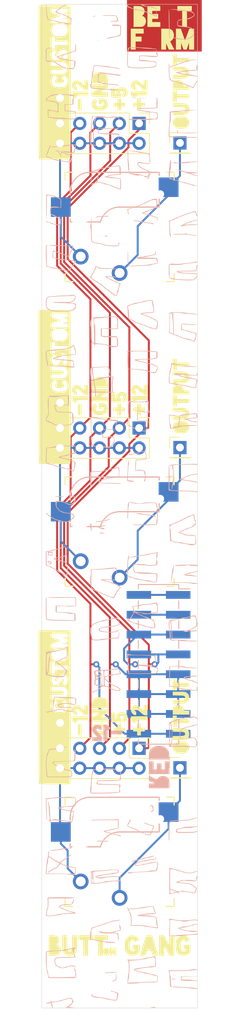
<source format=kicad_pcb>
(kicad_pcb (version 20171130) (host pcbnew "(5.1.5-0-10_14)")

  (general
    (thickness 1.6)
    (drawings 5)
    (tracks 145)
    (zones 0)
    (modules 25)
    (nets 16)
  )

  (page A4)
  (layers
    (0 F.Cu signal)
    (31 B.Cu signal)
    (32 B.Adhes user)
    (33 F.Adhes user)
    (34 B.Paste user)
    (35 F.Paste user)
    (36 B.SilkS user)
    (37 F.SilkS user)
    (38 B.Mask user)
    (39 F.Mask user)
    (40 Dwgs.User user)
    (41 Cmts.User user)
    (42 Eco1.User user)
    (43 Eco2.User user)
    (44 Edge.Cuts user)
    (45 Margin user)
    (46 B.CrtYd user)
    (47 F.CrtYd user)
    (48 B.Fab user)
    (49 F.Fab user)
  )

  (setup
    (last_trace_width 0.25)
    (trace_clearance 0.2)
    (zone_clearance 0.508)
    (zone_45_only no)
    (trace_min 0.2)
    (via_size 0.8)
    (via_drill 0.4)
    (via_min_size 0.4)
    (via_min_drill 0.3)
    (uvia_size 0.3)
    (uvia_drill 0.1)
    (uvias_allowed no)
    (uvia_min_size 0.2)
    (uvia_min_drill 0.1)
    (edge_width 0.05)
    (segment_width 0.2)
    (pcb_text_width 0.3)
    (pcb_text_size 1.5 1.5)
    (mod_edge_width 0.12)
    (mod_text_size 1 1)
    (mod_text_width 0.15)
    (pad_size 1.524 1.524)
    (pad_drill 0.762)
    (pad_to_mask_clearance 0.051)
    (solder_mask_min_width 0.25)
    (aux_axis_origin 0 0)
    (visible_elements FFFFFF7F)
    (pcbplotparams
      (layerselection 0x010fc_ffffffff)
      (usegerberextensions false)
      (usegerberattributes false)
      (usegerberadvancedattributes false)
      (creategerberjobfile false)
      (excludeedgelayer true)
      (linewidth 0.100000)
      (plotframeref false)
      (viasonmask false)
      (mode 1)
      (useauxorigin false)
      (hpglpennumber 1)
      (hpglpenspeed 20)
      (hpglpendiameter 15.000000)
      (psnegative false)
      (psa4output false)
      (plotreference true)
      (plotvalue true)
      (plotinvisibletext false)
      (padsonsilk false)
      (subtractmaskfromsilk false)
      (outputformat 1)
      (mirror false)
      (drillshape 1)
      (scaleselection 1)
      (outputdirectory ""))
  )

  (net 0 "")
  (net 1 "Net-(H2-Pad1)")
  (net 2 "Net-(H2-Pad3)")
  (net 3 "Net-(H2-Pad5)")
  (net 4 "Net-(H2-Pad7)")
  (net 5 "Net-(H2-Pad10)")
  (net 6 "Net-(H2-Pad15)")
  (net 7 "Net-(J1-Pad1)")
  (net 8 "Net-(J2-Pad10)")
  (net 9 "Net-(J3-Pad1)")
  (net 10 "Net-(J4-Pad1)")
  (net 11 "Net-(J5-Pad1)")
  (net 12 "Net-(J7-Pad10)")
  (net 13 "Net-(J8-Pad10)")
  (net 14 "Net-(J10-Pad1)")
  (net 15 "Net-(J11-Pad1)")

  (net_class Default "This is the default net class."
    (clearance 0.2)
    (trace_width 0.25)
    (via_dia 0.8)
    (via_drill 0.4)
    (uvia_dia 0.3)
    (uvia_drill 0.1)
    (add_net "Net-(H2-Pad1)")
    (add_net "Net-(H2-Pad10)")
    (add_net "Net-(H2-Pad15)")
    (add_net "Net-(H2-Pad3)")
    (add_net "Net-(H2-Pad5)")
    (add_net "Net-(H2-Pad7)")
    (add_net "Net-(J1-Pad1)")
    (add_net "Net-(J10-Pad1)")
    (add_net "Net-(J11-Pad1)")
    (add_net "Net-(J2-Pad10)")
    (add_net "Net-(J3-Pad1)")
    (add_net "Net-(J4-Pad1)")
    (add_net "Net-(J5-Pad1)")
    (add_net "Net-(J7-Pad10)")
    (add_net "Net-(J8-Pad10)")
  )

  (module "chillpizza:graphic button gang text" (layer F.Cu) (tedit 0) (tstamp 606F2CC3)
    (at 135 180)
    (fp_text reference G*** (at 0 0) (layer F.SilkS) hide
      (effects (font (size 1.524 1.524) (thickness 0.3)))
    )
    (fp_text value LOGO (at 0.75 0) (layer F.SilkS) hide
      (effects (font (size 1.524 1.524) (thickness 0.3)))
    )
    (fp_poly (pts (xy 8.476057 -1.269279) (xy 8.706154 -1.156406) (xy 8.780107 -1.098552) (xy 8.865268 -1.007841)
      (xy 8.94262 -0.899579) (xy 8.998536 -0.796944) (xy 9.019386 -0.723111) (xy 9.012115 -0.704003)
      (xy 8.922431 -0.638896) (xy 8.80749 -0.56324) (xy 8.691716 -0.4921) (xy 8.599532 -0.440542)
      (xy 8.557142 -0.423333) (xy 8.51112 -0.458179) (xy 8.489278 -0.503447) (xy 8.425174 -0.584229)
      (xy 8.310448 -0.64367) (xy 8.178818 -0.667854) (xy 8.108827 -0.66045) (xy 7.992023 -0.616451)
      (xy 7.912088 -0.544025) (xy 7.86284 -0.429146) (xy 7.8381 -0.257791) (xy 7.831667 -0.031568)
      (xy 7.840546 0.234824) (xy 7.871041 0.428173) (xy 7.928941 0.55861) (xy 8.020035 0.636265)
      (xy 8.150111 0.67127) (xy 8.23595 0.675987) (xy 8.396104 0.655385) (xy 8.486051 0.589532)
      (xy 8.509 0.499533) (xy 8.484405 0.44261) (xy 8.399003 0.423571) (xy 8.382 0.423333)
      (xy 8.255 0.423333) (xy 8.255 -0.084667) (xy 9.101667 -0.084667) (xy 9.101667 0.857836)
      (xy 8.957727 0.993589) (xy 8.729579 1.16428) (xy 8.474305 1.264579) (xy 8.212667 1.301054)
      (xy 8.011643 1.300105) (xy 7.856216 1.26977) (xy 7.768167 1.23435) (xy 7.570996 1.115936)
      (xy 7.422493 0.965888) (xy 7.316935 0.772682) (xy 7.2486 0.524793) (xy 7.211764 0.210696)
      (xy 7.206019 0.102311) (xy 7.203165 -0.225443) (xy 7.227684 -0.487238) (xy 7.283661 -0.698517)
      (xy 7.375181 -0.874722) (xy 7.505707 -1.030675) (xy 7.721171 -1.191996) (xy 7.966256 -1.286152)
      (xy 8.223655 -1.31222) (xy 8.476057 -1.269279)) (layer F.SilkS) (width 0.01))
    (fp_poly (pts (xy 7.027334 1.312333) (xy 6.405749 1.312333) (xy 6.070958 0.700524) (xy 5.736167 0.088714)
      (xy 5.724452 0.700524) (xy 5.712737 1.312333) (xy 5.08 1.312333) (xy 5.08 -1.312333)
      (xy 5.693834 -1.311007) (xy 6.0325 -0.687253) (xy 6.371167 -0.0635) (xy 6.382882 -0.687917)
      (xy 6.394597 -1.312333) (xy 7.027334 -1.312333) (xy 7.027334 1.312333)) (layer F.SilkS) (width 0.01))
    (fp_poly (pts (xy 4.09459 -1.306766) (xy 4.176183 -1.303076) (xy 4.191 -1.299192) (xy 4.202397 -1.25699)
      (xy 4.234247 -1.145568) (xy 4.283037 -0.976912) (xy 4.345252 -0.763004) (xy 4.417381 -0.515831)
      (xy 4.49591 -0.247376) (xy 4.577327 0.030377) (xy 4.658117 0.305441) (xy 4.734768 0.565834)
      (xy 4.803767 0.799571) (xy 4.8616 0.994667) (xy 4.904755 1.139138) (xy 4.929719 1.220999)
      (xy 4.930304 1.222848) (xy 4.941133 1.26833) (xy 4.927617 1.295106) (xy 4.874218 1.307114)
      (xy 4.765396 1.308292) (xy 4.611994 1.303517) (xy 4.264161 1.291167) (xy 4.153497 0.973667)
      (xy 4.042834 0.656167) (xy 3.521894 0.631173) (xy 3.408471 0.971753) (xy 3.295047 1.312333)
      (xy 2.959857 1.312333) (xy 2.803645 1.308644) (xy 2.686547 1.298849) (xy 2.628613 1.284851)
      (xy 2.625716 1.280583) (xy 2.637539 1.233588) (xy 2.67054 1.115462) (xy 2.72182 0.936245)
      (xy 2.78848 0.705976) (xy 2.867621 0.434696) (xy 2.956343 0.132444) (xy 3.001622 -0.021167)
      (xy 3.376478 -1.291167) (xy 3.783739 -1.303283) (xy 3.957691 -1.306896) (xy 4.09459 -1.306766)) (layer F.SilkS) (width 0.01))
    (fp_poly (pts (xy 1.889999 -1.275608) (xy 2.124671 -1.168355) (xy 2.228294 -1.089901) (xy 2.334488 -0.981991)
      (xy 2.42007 -0.870247) (xy 2.436972 -0.841242) (xy 2.46737 -0.775414) (xy 2.467199 -0.727142)
      (xy 2.424827 -0.677723) (xy 2.32862 -0.608455) (xy 2.266351 -0.566946) (xy 2.033749 -0.412508)
      (xy 1.910057 -0.544921) (xy 1.765788 -0.65167) (xy 1.613995 -0.674618) (xy 1.459915 -0.613448)
      (xy 1.409944 -0.575166) (xy 1.358337 -0.527657) (xy 1.324374 -0.479295) (xy 1.304365 -0.412212)
      (xy 1.29462 -0.30854) (xy 1.29145 -0.150413) (xy 1.291167 0) (xy 1.29195 0.206184)
      (xy 1.296758 0.34557) (xy 1.309282 0.436023) (xy 1.333211 0.495411) (xy 1.372234 0.541602)
      (xy 1.409944 0.575165) (xy 1.545834 0.651749) (xy 1.698848 0.678594) (xy 1.839164 0.654251)
      (xy 1.919606 0.599916) (xy 1.982384 0.506571) (xy 1.968285 0.448589) (xy 1.876581 0.424324)
      (xy 1.8415 0.423333) (xy 1.693334 0.423333) (xy 1.693334 -0.084667) (xy 2.582334 -0.084667)
      (xy 2.582334 0.356585) (xy 2.580915 0.557406) (xy 2.574072 0.693701) (xy 2.557928 0.785599)
      (xy 2.528603 0.853226) (xy 2.482217 0.91671) (xy 2.472038 0.928915) (xy 2.255814 1.12257)
      (xy 1.994003 1.245716) (xy 1.700749 1.295942) (xy 1.534621 1.297648) (xy 1.385865 1.287861)
      (xy 1.298998 1.271821) (xy 1.09429 1.165988) (xy 0.912985 0.996994) (xy 0.779025 0.788121)
      (xy 0.737595 0.691197) (xy 0.709246 0.597201) (xy 0.691534 0.486993) (xy 0.682017 0.341429)
      (xy 0.678255 0.141366) (xy 0.677747 -0.005749) (xy 0.678504 -0.240459) (xy 0.68302 -0.409439)
      (xy 0.69407 -0.531621) (xy 0.714432 -0.625938) (xy 0.746883 -0.71132) (xy 0.794198 -0.806701)
      (xy 0.795622 -0.809429) (xy 0.952188 -1.026187) (xy 1.155443 -1.184225) (xy 1.389852 -1.280502)
      (xy 1.639882 -1.311976) (xy 1.889999 -1.275608)) (layer F.SilkS) (width 0.01))
    (fp_poly (pts (xy -1.02604 0.263637) (xy -0.964887 0.303722) (xy -0.899356 0.391011) (xy -0.836445 0.497417)
      (xy -0.6985 0.740833) (xy -0.685804 0.497417) (xy -0.676464 0.360536) (xy -0.659114 0.287905)
      (xy -0.622255 0.259176) (xy -0.554388 0.254005) (xy -0.548221 0.254) (xy -0.423333 0.254)
      (xy -0.423333 1.317698) (xy -0.560916 1.304432) (xy -0.644519 1.286234) (xy -0.710227 1.238335)
      (xy -0.778106 1.14207) (xy -0.8255 1.058333) (xy -0.9525 0.8255) (xy -0.965196 1.068917)
      (xy -0.974536 1.205797) (xy -0.991885 1.278428) (xy -1.028744 1.307157) (xy -1.096612 1.312328)
      (xy -1.102779 1.312333) (xy -1.227666 1.312333) (xy -1.227666 0.254) (xy -1.101028 0.254)
      (xy -1.02604 0.263637)) (layer F.SilkS) (width 0.01))
    (fp_poly (pts (xy -1.544474 0.290398) (xy -1.406169 0.37171) (xy -1.331503 0.469527) (xy -1.279108 0.636386)
      (xy -1.271737 0.82452) (xy -1.304744 1.008812) (xy -1.373485 1.164144) (xy -1.473314 1.2654)
      (xy -1.479322 1.268745) (xy -1.64675 1.314004) (xy -1.81551 1.28134) (xy -1.95059 1.18859)
      (xy -2.019273 1.110758) (xy -2.056568 1.032333) (xy -2.07179 0.923471) (xy -2.074333 0.792132)
      (xy -2.066437 0.615988) (xy -2.038716 0.496324) (xy -1.989151 0.411126) (xy -1.860407 0.307935)
      (xy -1.704034 0.268416) (xy -1.544474 0.290398)) (layer F.SilkS) (width 0.01))
    (fp_poly (pts (xy -1.524 -0.719667) (xy -2.116666 -0.719667) (xy -2.116666 1.312333) (xy -2.751666 1.312333)
      (xy -2.751666 -0.719667) (xy -3.344333 -0.719667) (xy -3.344333 -1.312333) (xy -1.524 -1.312333)
      (xy -1.524 -0.719667)) (layer F.SilkS) (width 0.01))
    (fp_poly (pts (xy -3.471333 -0.719667) (xy -4.064 -0.719667) (xy -4.064 1.312333) (xy -4.655134 1.312333)
      (xy -4.666484 0.306917) (xy -4.677833 -0.6985) (xy -4.98475 -0.710938) (xy -5.291666 -0.723376)
      (xy -5.291666 -1.312333) (xy -3.471333 -1.312333) (xy -3.471333 -0.719667)) (layer F.SilkS) (width 0.01))
    (fp_poly (pts (xy -6.72275 -0.398353) (xy -6.718253 -0.097858) (xy -6.71353 0.129443) (xy -6.707282 0.295017)
      (xy -6.698207 0.410331) (xy -6.685003 0.486852) (xy -6.666372 0.536046) (xy -6.64101 0.569379)
      (xy -6.609893 0.596481) (xy -6.466315 0.668044) (xy -6.322509 0.656015) (xy -6.199909 0.573424)
      (xy -6.165405 0.537074) (xy -6.139534 0.498562) (xy -6.121054 0.445984) (xy -6.108721 0.36744)
      (xy -6.101292 0.251028) (xy -6.097524 0.084847) (xy -6.096175 -0.143005) (xy -6.096 -0.421409)
      (xy -6.096 -1.312333) (xy -5.461 -1.312333) (xy -5.461 -0.431017) (xy -5.463615 -0.06738)
      (xy -5.472774 0.22348) (xy -5.490443 0.453329) (xy -5.518592 0.633933) (xy -5.559188 0.777059)
      (xy -5.614199 0.894472) (xy -5.685594 0.997939) (xy -5.703709 1.020016) (xy -5.879722 1.167848)
      (xy -6.105067 1.266612) (xy -6.357268 1.312094) (xy -6.613847 1.300081) (xy -6.838585 1.232761)
      (xy -6.977851 1.149183) (xy -7.103598 1.041901) (xy -7.123291 1.020016) (xy -7.198557 0.918039)
      (xy -7.257006 0.804707) (xy -7.300607 0.668252) (xy -7.331327 0.49691) (xy -7.351135 0.278913)
      (xy -7.361998 0.002496) (xy -7.365885 -0.344107) (xy -7.366 -0.431017) (xy -7.366 -1.312333)
      (xy -6.735666 -1.312333) (xy -6.72275 -0.398353)) (layer F.SilkS) (width 0.01))
    (fp_poly (pts (xy -8.688916 -1.311404) (xy -8.371633 -1.294324) (xy -8.126922 -1.242313) (xy -7.948715 -1.151814)
      (xy -7.830947 -1.019267) (xy -7.767549 -0.841114) (xy -7.756828 -0.764725) (xy -7.750331 -0.55952)
      (xy -7.782208 -0.402677) (xy -7.860442 -0.263535) (xy -7.900422 -0.213142) (xy -7.965959 -0.12894)
      (xy -7.996257 -0.077119) (xy -7.995684 -0.070893) (xy -7.950553 -0.046588) (xy -7.863808 -0.002181)
      (xy -7.861969 -0.001253) (xy -7.709262 0.119315) (xy -7.608605 0.288758) (xy -7.560249 0.488976)
      (xy -7.564448 0.701871) (xy -7.621453 0.909343) (xy -7.731518 1.093292) (xy -7.845183 1.202075)
      (xy -7.903755 1.239051) (xy -7.974492 1.265092) (xy -8.073783 1.282652) (xy -8.218021 1.294184)
      (xy -8.423595 1.302141) (xy -8.5331 1.30503) (xy -9.101666 1.318893) (xy -9.101666 -1.312333)
      (xy -8.688916 -1.311404)) (layer F.SilkS) (width 0.01))
  )

  (module "chillpizza:graphic pants rear" (layer B.Cu) (tedit 0) (tstamp 606F213D)
    (at 135 123.75 180)
    (fp_text reference G*** (at 0 0) (layer B.SilkS) hide
      (effects (font (size 1.524 1.524) (thickness 0.3)) (justify mirror))
    )
    (fp_text value LOGO (at 0.75 0) (layer B.SilkS) hide
      (effects (font (size 1.524 1.524) (thickness 0.3)) (justify mirror))
    )
    (fp_poly (pts (xy 8.326684 -46.279502) (xy 8.38956 -46.325445) (xy 8.458821 -46.375038) (xy 8.573457 -46.440422)
      (xy 8.646584 -46.477388) (xy 8.759532 -46.538341) (xy 8.832484 -46.590307) (xy 8.847667 -46.61197)
      (xy 8.883469 -46.649538) (xy 8.950385 -46.675501) (xy 9.057382 -46.725352) (xy 9.141767 -46.803118)
      (xy 9.179941 -46.884271) (xy 9.17728 -46.911327) (xy 9.154502 -46.934206) (xy 9.133656 -46.897105)
      (xy 9.082906 -46.841286) (xy 8.981067 -46.771661) (xy 8.903637 -46.729912) (xy 8.78017 -46.664676)
      (xy 8.686911 -46.606549) (xy 8.657167 -46.58193) (xy 8.593088 -46.533938) (xy 8.487493 -46.475626)
      (xy 8.459358 -46.462243) (xy 8.354568 -46.402546) (xy 8.287976 -46.343282) (xy 8.28077 -46.330564)
      (xy 8.280599 -46.278433) (xy 8.326684 -46.279502)) (layer B.SilkS) (width 0.01))
    (fp_poly (pts (xy -2.879523 64.203714) (xy -2.751513 64.199521) (xy -2.687797 64.193674) (xy -2.688166 64.188692)
      (xy -2.767482 64.156413) (xy -2.794254 64.133734) (xy -2.848471 64.102811) (xy -2.966615 64.062682)
      (xy -3.129076 64.017902) (xy -3.31624 63.973027) (xy -3.508494 63.932614) (xy -3.686228 63.901219)
      (xy -3.829828 63.883397) (xy -3.882171 63.881) (xy -4.006949 63.873786) (xy -4.088331 63.855243)
      (xy -4.106333 63.838666) (xy -4.141696 63.803988) (xy -4.188916 63.796333) (xy -4.277586 63.787655)
      (xy -4.410252 63.765584) (xy -4.485249 63.750492) (xy -4.699 63.704651) (xy -4.698352 63.295409)
      (xy -4.691646 63.065871) (xy -4.673276 62.899695) (xy -4.644635 62.802786) (xy -4.607113 62.781047)
      (xy -4.582583 62.80413) (xy -4.528633 62.842813) (xy -4.420645 62.897771) (xy -4.307416 62.94663)
      (xy -4.180247 63.002253) (xy -4.092159 63.0497) (xy -4.064 63.075627) (xy -4.02721 63.102495)
      (xy -3.932794 63.143816) (xy -3.804684 63.191308) (xy -3.666812 63.236692) (xy -3.54311 63.271685)
      (xy -3.457509 63.288007) (xy -3.449278 63.288333) (xy -3.393462 63.307658) (xy -3.386666 63.32358)
      (xy -3.348167 63.343013) (xy -3.245469 63.372938) (xy -3.097773 63.409248) (xy -2.92428 63.447841)
      (xy -2.744191 63.484611) (xy -2.576706 63.515454) (xy -2.441025 63.536266) (xy -2.360083 63.543021)
      (xy -2.297244 63.559845) (xy -2.286 63.579213) (xy -2.247952 63.604811) (xy -2.150187 63.631112)
      (xy -2.06375 63.64545) (xy -1.90863 63.672423) (xy -1.747478 63.710738) (xy -1.601592 63.753955)
      (xy -1.49227 63.795632) (xy -1.440811 63.829328) (xy -1.439333 63.834297) (xy -1.402622 63.86174)
      (xy -1.309431 63.899399) (xy -1.248833 63.918764) (xy -1.131597 63.959484) (xy -1.075537 64.003856)
      (xy -1.058894 64.072562) (xy -1.058333 64.099837) (xy -1.046488 64.18177) (xy -1.016358 64.198717)
      (xy -1.016 64.1985) (xy -0.987371 64.142207) (xy -0.973831 64.039621) (xy -0.973666 64.026668)
      (xy -0.981898 63.927552) (xy -1.018713 63.887435) (xy -1.0795 63.881) (xy -1.159097 63.869267)
      (xy -1.185333 63.846767) (xy -1.22293 63.819657) (xy -1.322874 63.777799) (xy -1.465898 63.728969)
      (xy -1.513416 63.714394) (xy -1.668763 63.665283) (xy -1.790177 63.621948) (xy -1.856759 63.592005)
      (xy -1.862666 63.587145) (xy -1.909902 63.570072) (xy -2.025183 63.54307) (xy -2.192924 63.509397)
      (xy -2.397536 63.472311) (xy -2.4765 63.458872) (xy -2.690484 63.421478) (xy -2.873162 63.386544)
      (xy -3.008949 63.357282) (xy -3.08226 63.336904) (xy -3.090333 63.332391) (xy -3.138291 63.309966)
      (xy -3.248273 63.273434) (xy -3.400173 63.229257) (xy -3.469812 63.210458) (xy -3.633394 63.164094)
      (xy -3.763475 63.121289) (xy -3.839801 63.088955) (xy -3.850812 63.080399) (xy -3.899418 63.04593)
      (xy -4.00212 62.992931) (xy -4.106333 62.946035) (xy -4.241994 62.883413) (xy -4.349947 62.824673)
      (xy -4.395107 62.792555) (xy -4.474006 62.75492) (xy -4.58902 62.738065) (xy -4.59619 62.738)
      (xy -4.741333 62.738) (xy -4.741333 63.241471) (xy -4.739743 63.467076) (xy -4.731549 63.621486)
      (xy -4.71162 63.718158) (xy -4.674824 63.770552) (xy -4.616027 63.792124) (xy -4.530098 63.796333)
      (xy -4.529732 63.796333) (xy -4.457342 63.814936) (xy -4.437944 63.835957) (xy -4.392414 63.858266)
      (xy -4.28233 63.884747) (xy -4.127379 63.911091) (xy -4.042833 63.922424) (xy -3.787843 63.957441)
      (xy -3.550423 63.996795) (xy -3.344177 64.03756) (xy -3.18271 64.076808) (xy -3.079623 64.111613)
      (xy -3.048 64.136455) (xy -3.08745 64.153073) (xy -3.194276 64.168689) (xy -3.351195 64.181345)
      (xy -3.503083 64.188077) (xy -3.643304 64.192965) (xy -3.704828 64.196986) (xy -3.686327 64.200247)
      (xy -3.586476 64.202852) (xy -3.403951 64.204908) (xy -3.280833 64.205765) (xy -3.059929 64.205909)
      (xy -2.879523 64.203714)) (layer B.SilkS) (width 0.01))
    (fp_poly (pts (xy -6.582833 63.620486) (xy -6.554446 63.611852) (xy -6.601646 63.599805) (xy -6.715489 63.585739)
      (xy -6.887031 63.57105) (xy -6.910916 63.569322) (xy -7.104682 63.552983) (xy -7.263168 63.534721)
      (xy -7.369881 63.516783) (xy -7.408333 63.501601) (xy -7.447741 63.485935) (xy -7.554462 63.468526)
      (xy -7.711239 63.451705) (xy -7.863416 63.440092) (xy -8.162789 63.416777) (xy -8.451315 63.38667)
      (xy -8.71565 63.351855) (xy -8.942452 63.314416) (xy -9.118378 63.276436) (xy -9.230084 63.239998)
      (xy -9.258448 63.222266) (xy -9.333783 63.171337) (xy -9.373296 63.161333) (xy -9.452531 63.126001)
      (xy -9.52585 63.042418) (xy -9.565765 62.944206) (xy -9.567333 62.923991) (xy -9.536834 62.834336)
      (xy -9.483521 62.769721) (xy -9.366859 62.687969) (xy -9.215704 62.605399) (xy -9.059103 62.535544)
      (xy -8.926105 62.491937) (xy -8.87024 62.484) (xy -8.790012 62.469682) (xy -8.763 62.441666)
      (xy -8.726214 62.411943) (xy -8.63758 62.399336) (xy -8.636 62.399333) (xy -8.546829 62.387071)
      (xy -8.50901 62.357527) (xy -8.509 62.357) (xy -8.524326 62.329613) (xy -8.579668 62.321473)
      (xy -8.689072 62.332867) (xy -8.866586 62.364082) (xy -8.867946 62.364341) (xy -8.993173 62.394093)
      (xy -9.07988 62.425603) (xy -9.101204 62.440918) (xy -9.148965 62.478692) (xy -9.248396 62.537743)
      (xy -9.337355 62.584611) (xy -9.516757 62.697054) (xy -9.613589 62.814057) (xy -9.629937 62.938707)
      (xy -9.613495 62.993624) (xy -9.522236 63.148903) (xy -9.402466 63.266554) (xy -9.3345 63.304291)
      (xy -9.225133 63.335579) (xy -9.058892 63.370496) (xy -8.86318 63.404579) (xy -8.665402 63.433368)
      (xy -8.492962 63.452402) (xy -8.392583 63.457609) (xy -8.282681 63.465066) (xy -8.219028 63.483752)
      (xy -8.212666 63.493072) (xy -8.172974 63.507598) (xy -8.064267 63.524956) (xy -7.9021 63.54393)
      (xy -7.702029 63.563304) (xy -7.479608 63.581863) (xy -7.250393 63.59839) (xy -7.029938 63.611669)
      (xy -6.8338 63.620483) (xy -6.677532 63.623618) (xy -6.582833 63.620486)) (layer B.SilkS) (width 0.01))
    (fp_poly (pts (xy -8.046991 62.328277) (xy -7.862751 62.305331) (xy -7.674173 62.27236) (xy -7.56641 62.237266)
      (xy -7.535333 62.20236) (xy -7.569358 62.151891) (xy -7.598833 62.145333) (xy -7.655214 62.164985)
      (xy -7.662333 62.181636) (xy -7.700764 62.20455) (xy -7.800907 62.228147) (xy -7.923487 62.245235)
      (xy -8.063592 62.2627) (xy -8.16635 62.280781) (xy -8.20571 62.293599) (xy -8.216546 62.323414)
      (xy -8.166065 62.33489) (xy -8.046991 62.328277)) (layer B.SilkS) (width 0.01))
    (fp_poly (pts (xy 9.452114 64.179164) (xy 9.458025 64.063551) (xy 9.453802 63.88167) (xy 9.439865 63.642364)
      (xy 9.416636 63.354474) (xy 9.384533 63.026842) (xy 9.374553 62.934122) (xy 9.346654 62.698748)
      (xy 9.321022 62.533286) (xy 9.294264 62.423173) (xy 9.262987 62.353842) (xy 9.230665 62.3164)
      (xy 9.1454 62.273718) (xy 8.99209 62.228178) (xy 8.787033 62.184343) (xy 8.71268 62.171344)
      (xy 8.530516 62.13838) (xy 8.381413 62.1063) (xy 8.284004 62.079415) (xy 8.256355 62.065717)
      (xy 8.206499 62.041102) (xy 8.094803 62.00589) (xy 7.942626 61.965176) (xy 7.771328 61.924053)
      (xy 7.60227 61.887616) (xy 7.45681 61.860958) (xy 7.356309 61.849174) (xy 7.347627 61.849)
      (xy 7.266716 61.836666) (xy 7.239 61.812133) (xy 7.200019 61.792065) (xy 7.096198 61.770747)
      (xy 6.947217 61.751867) (xy 6.88975 61.746658) (xy 6.707412 61.730251) (xy 6.541477 61.712766)
      (xy 6.422904 61.697517) (xy 6.407765 61.695056) (xy 6.304043 61.692085) (xy 6.246237 61.718651)
      (xy 6.230793 61.779613) (xy 6.213941 61.903066) (xy 6.198444 62.066935) (xy 6.192789 62.145786)
      (xy 6.182173 62.326002) (xy 6.18059 62.437977) (xy 6.190731 62.497898) (xy 6.215287 62.521954)
      (xy 6.256043 62.526333) (xy 6.357715 62.555353) (xy 6.410102 62.592483) (xy 6.484353 62.640828)
      (xy 6.609869 62.699103) (xy 6.730626 62.744536) (xy 6.862161 62.794532) (xy 6.954059 62.840116)
      (xy 6.985 62.868886) (xy 7.018275 62.905012) (xy 7.035525 62.907333) (xy 7.108398 62.919857)
      (xy 7.230982 62.952622) (xy 7.38142 62.998417) (xy 7.537857 63.050029) (xy 7.678436 63.100248)
      (xy 7.781302 63.141863) (xy 7.824598 63.167661) (xy 7.824611 63.167694) (xy 7.873211 63.199439)
      (xy 7.909278 63.204315) (xy 8.007292 63.226294) (xy 8.037215 63.241323) (xy 8.069524 63.280109)
      (xy 8.050368 63.342265) (xy 8.021763 63.388841) (xy 7.954313 63.467079) (xy 7.893778 63.499997)
      (xy 7.893371 63.5) (xy 7.83026 63.530646) (xy 7.755625 63.604489) (xy 7.754563 63.605833)
      (xy 7.684959 63.679703) (xy 7.632079 63.711634) (xy 7.631052 63.711666) (xy 7.575254 63.740123)
      (xy 7.514167 63.796333) (xy 7.43785 63.859947) (xy 7.382709 63.881) (xy 7.314531 63.913296)
      (xy 7.29402 63.938648) (xy 7.237965 63.987499) (xy 7.13133 64.049765) (xy 7.052541 64.087329)
      (xy 6.942539 64.141855) (xy 6.878407 64.186196) (xy 6.8712 64.204644) (xy 6.920137 64.201772)
      (xy 7.021155 64.167964) (xy 7.132899 64.119464) (xy 7.260447 64.06082) (xy 7.355319 64.020443)
      (xy 7.392815 64.008) (xy 7.433242 63.978212) (xy 7.497427 63.906132) (xy 7.500563 63.902166)
      (xy 7.576369 63.827758) (xy 7.642688 63.796338) (xy 7.643263 63.796333) (xy 7.70725 63.763895)
      (xy 7.77206 63.6905) (xy 7.838814 63.614528) (xy 7.896963 63.584667) (xy 7.961402 63.554142)
      (xy 8.029678 63.487166) (xy 8.111672 63.405328) (xy 8.180917 63.361495) (xy 8.247279 63.309816)
      (xy 8.23691 63.251579) (xy 8.170334 63.215933) (xy 8.101739 63.183852) (xy 8.085667 63.159759)
      (xy 8.048995 63.128881) (xy 7.959556 63.099003) (xy 7.948084 63.096443) (xy 7.82903 63.066774)
      (xy 7.679636 63.023679) (xy 7.522868 62.974583) (xy 7.381691 62.926908) (xy 7.279071 62.888078)
      (xy 7.239 62.867235) (xy 7.190478 62.842334) (xy 7.085514 62.801421) (xy 6.968581 62.76071)
      (xy 6.828639 62.709316) (xy 6.719096 62.660157) (xy 6.671492 62.630111) (xy 6.60425 62.588506)
      (xy 6.490122 62.539097) (xy 6.433911 62.519026) (xy 6.349491 62.491367) (xy 6.294456 62.464664)
      (xy 6.2632 62.42234) (xy 6.250118 62.347823) (xy 6.249602 62.224536) (xy 6.256046 62.035906)
      (xy 6.257396 61.997166) (xy 6.265334 61.764333) (xy 6.434667 61.764333) (xy 6.54072 61.772513)
      (xy 6.599692 61.792945) (xy 6.604 61.8012) (xy 6.642983 61.821237) (xy 6.746809 61.842472)
      (xy 6.895795 61.861232) (xy 6.95325 61.866394) (xy 7.153641 61.887484) (xy 7.364719 61.917711)
      (xy 7.568379 61.953508) (xy 7.746517 61.991306) (xy 7.881028 62.027535) (xy 7.953807 62.058628)
      (xy 7.960027 62.064852) (xy 8.00804 62.08506) (xy 8.122919 62.115404) (xy 8.288039 62.15195)
      (xy 8.486775 62.190764) (xy 8.51036 62.195073) (xy 8.711609 62.23321) (xy 8.880971 62.268375)
      (xy 9.001894 62.29691) (xy 9.057823 62.315154) (xy 9.059334 62.31642) (xy 9.113238 62.351513)
      (xy 9.154584 62.369342) (xy 9.207337 62.418699) (xy 9.227798 62.52635) (xy 9.228667 62.567338)
      (xy 9.236273 62.673887) (xy 9.255291 62.733455) (xy 9.263198 62.738) (xy 9.28132 62.777418)
      (xy 9.302822 62.884337) (xy 9.325828 63.041755) (xy 9.348461 63.23267) (xy 9.368846 63.440079)
      (xy 9.385107 63.64698) (xy 9.395368 63.836371) (xy 9.398 63.959807) (xy 9.403578 64.095502)
      (xy 9.418105 64.189534) (xy 9.435649 64.219666) (xy 9.452114 64.179164)) (layer B.SilkS) (width 0.01))
    (fp_poly (pts (xy -6.328063 63.5384) (xy -6.319574 63.434703) (xy -6.31477 63.251262) (xy -6.313638 62.98693)
      (xy -6.316167 62.64056) (xy -6.322344 62.211006) (xy -6.324231 62.103) (xy -6.334286 61.586312)
      (xy -6.344575 61.149299) (xy -6.355374 60.786967) (xy -6.366958 60.494323) (xy -6.379601 60.266376)
      (xy -6.393578 60.098133) (xy -6.409165 59.984601) (xy -6.426635 59.920787) (xy -6.445426 59.901666)
      (xy -6.467038 59.935375) (xy -6.457397 59.996916) (xy -6.45043 60.059039) (xy -6.442948 60.196247)
      (xy -6.435226 60.398964) (xy -6.427537 60.657615) (xy -6.420156 60.962621) (xy -6.413358 61.304407)
      (xy -6.407415 61.673394) (xy -6.405595 61.806666) (xy -6.398631 62.260893) (xy -6.390426 62.654362)
      (xy -6.381139 62.98286) (xy -6.370925 63.242173) (xy -6.35994 63.428089) (xy -6.348343 63.536395)
      (xy -6.340251 63.5635) (xy -6.328063 63.5384)) (layer B.SilkS) (width 0.01))
    (fp_poly (pts (xy -7.429968 62.069739) (xy -7.412816 61.945383) (xy -7.408333 61.813576) (xy -7.410598 61.674988)
      (xy -7.424763 61.571473) (xy -7.461888 61.496719) (xy -7.533031 61.444412) (xy -7.64925 61.40824)
      (xy -7.821605 61.38189) (xy -8.061153 61.359049) (xy -8.228331 61.345473) (xy -8.530476 61.319177)
      (xy -8.761497 61.292842) (xy -8.934875 61.263299) (xy -9.064096 61.227376) (xy -9.162643 61.181903)
      (xy -9.244 61.123709) (xy -9.270101 61.100498) (xy -9.3484 61.034134) (xy -9.3987 61.00272)
      (xy -9.401375 61.002333) (xy -9.436756 60.964655) (xy -9.471828 60.869816) (xy -9.500263 60.745104)
      (xy -9.515731 60.617812) (xy -9.512957 60.521189) (xy -9.451426 60.3676) (xy -9.32764 60.212671)
      (xy -9.16148 60.075605) (xy -8.972828 59.975609) (xy -8.933611 59.961572) (xy -8.814446 59.916136)
      (xy -8.737165 59.874276) (xy -8.720666 59.85446) (xy -8.68101 59.84027) (xy -8.572724 59.828546)
      (xy -8.411837 59.820422) (xy -8.214377 59.817035) (xy -8.1915 59.817) (xy -7.991043 59.819764)
      (xy -7.825427 59.827311) (xy -7.710678 59.838523) (xy -7.662825 59.852285) (xy -7.662333 59.853879)
      (xy -7.624275 59.87936) (xy -7.526485 59.905354) (xy -7.440083 59.91941) (xy -7.272978 59.941818)
      (xy -7.109308 59.965106) (xy -7.0526 59.973644) (xy -6.946102 59.983512) (xy -6.911706 59.967048)
      (xy -6.917515 59.950447) (xy -6.977894 59.915217) (xy -7.072165 59.901666) (xy -7.160281 59.891418)
      (xy -7.196666 59.866956) (xy -7.235866 59.844391) (xy -7.341209 59.819282) (xy -7.494314 59.793964)
      (xy -7.676798 59.770772) (xy -7.87028 59.752041) (xy -8.056376 59.740105) (xy -8.216705 59.737299)
      (xy -8.217464 59.737312) (xy -8.4015 59.745794) (xy -8.58702 59.76231) (xy -8.68835 59.776055)
      (xy -8.822651 59.809984) (xy -8.928451 59.85636) (xy -8.955957 59.876909) (xy -9.045354 59.931852)
      (xy -9.103576 59.944) (xy -9.174686 59.972528) (xy -9.277989 60.046642) (xy -9.371468 60.131363)
      (xy -9.5247 60.334115) (xy -9.595566 60.547968) (xy -9.584111 60.764608) (xy -9.490381 60.975719)
      (xy -9.366123 61.125415) (xy -9.186397 61.249129) (xy -8.945335 61.335265) (xy -8.659861 61.378548)
      (xy -8.54075 61.382672) (xy -8.423504 61.390022) (xy -8.351036 61.407978) (xy -8.339666 61.420213)
      (xy -8.300385 61.43854) (xy -8.194523 61.458353) (xy -8.040056 61.476796) (xy -7.92046 61.486813)
      (xy -7.71387 61.50345) (xy -7.578513 61.527121) (xy -7.501173 61.570926) (xy -7.468635 61.647959)
      (xy -7.467682 61.771317) (xy -7.481749 61.921558) (xy -7.491346 62.059722) (xy -7.482624 62.124739)
      (xy -7.457268 62.128246) (xy -7.429968 62.069739)) (layer B.SilkS) (width 0.01))
    (fp_poly (pts (xy 1.671471 62.838552) (xy 1.969368 62.834759) (xy 2.257768 62.82771) (xy 2.523229 62.817446)
      (xy 2.75231 62.804008) (xy 2.931569 62.78744) (xy 2.967855 62.782696) (xy 3.33089 62.731163)
      (xy 3.387598 62.522915) (xy 3.424572 62.404705) (xy 3.457369 62.329248) (xy 3.471201 62.314667)
      (xy 3.486009 62.27577) (xy 3.509361 62.171225) (xy 3.538169 62.019246) (xy 3.569341 61.838046)
      (xy 3.599789 61.64584) (xy 3.626423 61.460843) (xy 3.646154 61.301269) (xy 3.650714 61.256333)
      (xy 3.652006 61.141154) (xy 3.64303 60.968963) (xy 3.626347 60.766439) (xy 3.604518 60.560259)
      (xy 3.580101 60.377103) (xy 3.555658 60.243647) (xy 3.552197 60.22975) (xy 3.517287 60.128538)
      (xy 3.482396 60.074036) (xy 3.474639 60.071) (xy 3.436426 60.035798) (xy 3.41679 59.986547)
      (xy 3.395385 59.931844) (xy 3.353661 59.895596) (xy 3.273322 59.870617) (xy 3.136071 59.849719)
      (xy 3.039895 59.838499) (xy 2.903463 59.820347) (xy 2.829895 59.796317) (xy 2.797696 59.753272)
      (xy 2.785895 59.683218) (xy 2.76827 59.604125) (xy 2.743099 59.585405) (xy 2.741084 59.587176)
      (xy 2.715315 59.651922) (xy 2.709334 59.711788) (xy 2.705118 59.750591) (xy 2.683199 59.777642)
      (xy 2.629667 59.796077) (xy 2.530613 59.809029) (xy 2.372127 59.819634) (xy 2.19075 59.828649)
      (xy 1.935072 59.843869) (xy 1.681501 59.864527) (xy 1.44393 59.888877) (xy 1.236254 59.915173)
      (xy 1.072366 59.941669) (xy 0.96616 59.966619) (xy 0.931334 59.98694) (xy 0.892737 60.007135)
      (xy 0.790333 60.033809) (xy 0.6442 60.061962) (xy 0.60325 60.068636) (xy 0.349032 60.11012)
      (xy 0.165767 60.145586) (xy 0.040491 60.180241) (xy -0.039762 60.219294) (xy -0.087957 60.267952)
      (xy -0.11706 60.331424) (xy -0.126117 60.361612) (xy -0.143286 60.465728) (xy -0.157209 60.63057)
      (xy -0.166315 60.832219) (xy -0.167852 60.934304) (xy -0.084666 60.934304) (xy -0.081379 60.706393)
      (xy -0.072017 60.537087) (xy -0.05733 60.435673) (xy -0.042333 60.409666) (xy -0.004776 60.375378)
      (xy 0 60.346166) (xy 0.035293 60.294452) (xy 0.084667 60.282666) (xy 0.153501 60.2679)
      (xy 0.169334 60.247466) (xy 0.208661 60.228128) (xy 0.316635 60.199211) (xy 0.478243 60.164164)
      (xy 0.678472 60.126433) (xy 0.751417 60.113819) (xy 0.963485 60.075973) (xy 1.144215 60.039974)
      (xy 1.277841 60.009247) (xy 1.348598 59.987218) (xy 1.355362 59.982603) (xy 1.410692 59.958935)
      (xy 1.530902 59.939244) (xy 1.698436 59.923891) (xy 1.895739 59.913232) (xy 2.105256 59.907626)
      (xy 2.30943 59.907431) (xy 2.490707 59.913006) (xy 2.631531 59.924709) (xy 2.714347 59.942897)
      (xy 2.72853 59.954583) (xy 2.745957 60.028894) (xy 2.767894 60.144895) (xy 2.772316 60.170849)
      (xy 2.819485 60.310522) (xy 2.897606 60.424911) (xy 2.902614 60.429703) (xy 2.973361 60.505545)
      (xy 3.005524 60.560311) (xy 3.005704 60.562688) (xy 3.032842 60.610927) (xy 3.100576 60.688679)
      (xy 3.18847 60.77636) (xy 3.276086 60.854391) (xy 3.342989 60.903189) (xy 3.367128 60.908983)
      (xy 3.353198 60.868904) (xy 3.294624 60.788869) (xy 3.239329 60.72512) (xy 3.155092 60.628565)
      (xy 3.101076 60.557835) (xy 3.090334 60.53643) (xy 3.063537 60.492442) (xy 2.996618 60.414276)
      (xy 2.969824 60.385953) (xy 2.860218 60.217315) (xy 2.821158 60.081583) (xy 2.806865 59.969358)
      (xy 2.818576 59.917441) (xy 2.867713 59.902742) (xy 2.909917 59.902132) (xy 3.130507 59.917558)
      (xy 3.279962 59.963793) (xy 3.367125 60.043867) (xy 3.376941 60.062234) (xy 3.415355 60.160475)
      (xy 3.429 60.224078) (xy 3.458146 60.282627) (xy 3.471782 60.289872) (xy 3.492609 60.335513)
      (xy 3.513964 60.446768) (xy 3.532743 60.604665) (xy 3.541667 60.716733) (xy 3.56877 61.129333)
      (xy 3.416322 61.129333) (xy 3.306073 61.114662) (xy 3.234988 61.078677) (xy 3.23002 61.072013)
      (xy 3.167188 61.00775) (xy 3.103784 60.966225) (xy 3.019925 60.894479) (xy 2.984514 60.833045)
      (xy 2.948109 60.764653) (xy 2.921924 60.748333) (xy 2.876243 60.78543) (xy 2.821969 60.880004)
      (xy 2.769306 61.006978) (xy 2.728459 61.141275) (xy 2.709632 61.257819) (xy 2.709334 61.270747)
      (xy 2.728927 61.385192) (xy 2.794259 61.458466) (xy 2.91516 61.494687) (xy 3.101458 61.497972)
      (xy 3.227917 61.487983) (xy 3.399933 61.465133) (xy 3.490682 61.441775) (xy 3.503459 61.421572)
      (xy 3.441562 61.408184) (xy 3.308286 61.405274) (xy 3.159894 61.412421) (xy 2.987378 61.423687)
      (xy 2.881169 61.424953) (xy 2.82312 61.412245) (xy 2.795085 61.381589) (xy 2.77892 61.32901)
      (xy 2.778911 61.328976) (xy 2.774465 61.22602) (xy 2.795807 61.099594) (xy 2.834185 60.98124)
      (xy 2.880848 60.9025) (xy 2.90105 60.888751) (xy 2.948999 60.911878) (xy 3.01067 60.987163)
      (xy 3.021351 61.004452) (xy 3.141754 61.136437) (xy 3.311782 61.20352) (xy 3.437968 61.214)
      (xy 3.568424 61.214) (xy 3.540894 61.539678) (xy 3.523314 61.697461) (xy 3.501727 61.819982)
      (xy 3.48027 61.884849) (xy 3.476366 61.888928) (xy 3.448153 61.941774) (xy 3.419982 62.047738)
      (xy 3.410104 62.103) (xy 3.377162 62.26932) (xy 3.33153 62.446727) (xy 3.31875 62.488864)
      (xy 3.278617 62.603091) (xy 3.234063 62.664142) (xy 3.157801 62.693426) (xy 3.035914 62.710747)
      (xy 2.873684 62.725807) (xy 2.706415 62.734174) (xy 2.552404 62.735985) (xy 2.429946 62.731378)
      (xy 2.357339 62.720488) (xy 2.3495 62.705602) (xy 2.39941 62.653208) (xy 2.467464 62.565204)
      (xy 2.533145 62.470414) (xy 2.575934 62.397668) (xy 2.582334 62.37847) (xy 2.609762 62.337297)
      (xy 2.680097 62.25798) (xy 2.73929 62.196839) (xy 2.888931 62.058909) (xy 3.030401 61.960337)
      (xy 3.13093 61.906236) (xy 3.213898 61.844235) (xy 3.300407 61.750847) (xy 3.365484 61.656145)
      (xy 3.385329 61.599874) (xy 3.364716 61.58886) (xy 3.312151 61.636632) (xy 3.298928 61.652791)
      (xy 3.222308 61.729525) (xy 3.155595 61.764168) (xy 3.15225 61.764333) (xy 3.087411 61.797864)
      (xy 3.048 61.849) (xy 2.991783 61.916238) (xy 2.951261 61.933729) (xy 2.89571 61.963004)
      (xy 2.805792 62.037493) (xy 2.701267 62.137308) (xy 2.601898 62.242559) (xy 2.527445 62.333357)
      (xy 2.497672 62.389815) (xy 2.497667 62.390238) (xy 2.467019 62.450472) (xy 2.422848 62.492183)
      (xy 2.346026 62.56793) (xy 2.273705 62.663916) (xy 2.199382 62.780333) (xy 1.406608 62.776113)
      (xy 1.148965 62.773236) (xy 0.914595 62.767804) (xy 0.71903 62.760399) (xy 0.577799 62.751602)
      (xy 0.508 62.742457) (xy 0.446705 62.714265) (xy 0.405959 62.657414) (xy 0.374658 62.550683)
      (xy 0.355159 62.450343) (xy 0.331605 62.307204) (xy 0.327236 62.228215) (xy 0.344067 62.194622)
      (xy 0.383381 62.187666) (xy 0.45453 62.167345) (xy 0.472722 62.145607) (xy 0.51839 62.127509)
      (xy 0.628448 62.113557) (xy 0.782711 62.103962) (xy 0.960995 62.098938) (xy 1.143116 62.098695)
      (xy 1.308887 62.103446) (xy 1.438126 62.113401) (xy 1.510645 62.128775) (xy 1.518428 62.134632)
      (xy 1.572339 62.162421) (xy 1.682756 62.189854) (xy 1.778 62.204724) (xy 1.918343 62.217309)
      (xy 2.003471 62.208158) (xy 2.061216 62.172026) (xy 2.084519 62.146932) (xy 2.11946 62.077295)
      (xy 2.15836 61.957576) (xy 2.195794 61.812097) (xy 2.226335 61.665185) (xy 2.244558 61.541163)
      (xy 2.245035 61.464356) (xy 2.239408 61.452586) (xy 2.192245 61.45014) (xy 2.08297 61.456406)
      (xy 1.933537 61.470042) (xy 1.905 61.473074) (xy 1.761067 61.484298) (xy 1.564921 61.49347)
      (xy 1.332072 61.5005) (xy 1.078031 61.505299) (xy 0.818309 61.507776) (xy 0.568417 61.507841)
      (xy 0.343865 61.505403) (xy 0.160164 61.500373) (xy 0.032825 61.492661) (xy -0.018708 61.484252)
      (xy -0.046935 61.46033) (xy -0.066017 61.405109) (xy -0.077581 61.30503) (xy -0.083253 61.146528)
      (xy -0.084666 60.934304) (xy -0.167852 60.934304) (xy -0.169097 61.01688) (xy -0.168208 61.230536)
      (xy -0.163714 61.3743) (xy -0.153234 61.462938) (xy -0.134386 61.511216) (xy -0.104789 61.533899)
      (xy -0.084666 61.5404) (xy -0.016039 61.573908) (xy 0 61.599937) (xy 0.039567 61.612701)
      (xy 0.147285 61.622762) (xy 0.306682 61.630105) (xy 0.501285 61.634716) (xy 0.714622 61.636579)
      (xy 0.93022 61.63568) (xy 1.131606 61.632004) (xy 1.302309 61.625535) (xy 1.425855 61.61626)
      (xy 1.485772 61.604163) (xy 1.488722 61.601279) (xy 1.534648 61.581337) (xy 1.643633 61.560973)
      (xy 1.794175 61.54397) (xy 1.830917 61.541044) (xy 2.159 61.516862) (xy 2.159 61.640598)
      (xy 2.146441 61.728347) (xy 2.116667 61.764333) (xy 2.085736 61.800875) (xy 2.073685 61.88075)
      (xy 2.066997 61.988846) (xy 2.038876 62.056737) (xy 1.975068 62.090063) (xy 1.861319 62.094462)
      (xy 1.683373 62.075575) (xy 1.607644 62.065124) (xy 1.246742 62.033122) (xy 0.835577 62.0338)
      (xy 0.691811 62.040715) (xy 0.163667 62.071177) (xy 0.192851 62.245838) (xy 0.218038 62.359387)
      (xy 0.245717 62.432034) (xy 0.253866 62.441666) (xy 0.283904 62.49399) (xy 0.313765 62.592431)
      (xy 0.315623 62.600769) (xy 0.363378 62.712877) (xy 0.436558 62.790117) (xy 0.437358 62.790574)
      (xy 0.509971 62.8072) (xy 0.653735 62.820319) (xy 0.855208 62.829971) (xy 1.10095 62.8362)
      (xy 1.377518 62.839046) (xy 1.671471 62.838552)) (layer B.SilkS) (width 0.01))
    (fp_poly (pts (xy -9.721226 57.173653) (xy -9.58969 57.168876) (xy -9.382774 57.154033) (xy -9.165589 57.128289)
      (xy -8.956298 57.095007) (xy -8.773059 57.057548) (xy -8.634033 57.019273) (xy -8.557382 56.983544)
      (xy -8.550839 56.976576) (xy -8.50265 56.953176) (xy -8.391537 56.91693) (xy -8.237096 56.87393)
      (xy -8.148672 56.851537) (xy -7.979347 56.80678) (xy -7.843098 56.764676) (xy -7.759709 56.731633)
      (xy -7.743994 56.720473) (xy -7.693852 56.690876) (xy -7.584745 56.64864) (xy -7.439614 56.602578)
      (xy -7.4295 56.599666) (xy -7.282824 56.553653) (xy -7.170684 56.510882) (xy -7.116021 56.480172)
      (xy -7.115006 56.478806) (xy -7.06074 56.445395) (xy -6.959428 56.41311) (xy -6.942666 56.409324)
      (xy -6.779767 56.366656) (xy -6.641758 56.31649) (xy -6.539716 56.265602) (xy -6.484718 56.220764)
      (xy -6.48784 56.188751) (xy -6.56016 56.176336) (xy -6.561666 56.176333) (xy -6.630479 56.192642)
      (xy -6.646333 56.215245) (xy -6.683934 56.244719) (xy -6.783649 56.288001) (xy -6.925842 56.336854)
      (xy -6.963833 56.348412) (xy -7.11322 56.397041) (xy -7.22483 56.441528) (xy -7.279043 56.473813)
      (xy -7.281333 56.478833) (xy -7.315179 56.51197) (xy -7.337704 56.515) (xy -7.407521 56.527182)
      (xy -7.52642 56.558514) (xy -7.669514 56.601169) (xy -7.811917 56.647323) (xy -7.928745 56.689152)
      (xy -7.99511 56.718831) (xy -8.001 56.723556) (xy -8.048806 56.74495) (xy -8.159389 56.780527)
      (xy -8.313305 56.824271) (xy -8.403125 56.848018) (xy -8.571978 56.894593) (xy -8.707567 56.937666)
      (xy -8.790363 56.970754) (xy -8.805991 56.981731) (xy -8.854401 57.001569) (xy -8.968842 57.028181)
      (xy -9.131333 57.057844) (xy -9.292866 57.082544) (xy -9.495791 57.11121) (xy -9.679689 57.137437)
      (xy -9.820989 57.15785) (xy -9.884833 57.167314) (xy -9.899706 57.173667) (xy -9.841382 57.1758)
      (xy -9.721226 57.173653)) (layer B.SilkS) (width 0.01))
    (fp_poly (pts (xy -1.499951 58.751231) (xy -1.352708 58.7419) (xy -1.247371 58.72368) (xy -1.175402 58.695453)
      (xy -1.12826 58.656103) (xy -1.097406 58.604512) (xy -1.074303 58.539564) (xy -1.065735 58.511001)
      (xy -1.04556 58.40184) (xy -1.027503 58.227422) (xy -1.011959 58.003737) (xy -0.999323 57.746773)
      (xy -0.989992 57.472519) (xy -0.98436 57.196963) (xy -0.982824 56.936096) (xy -0.985779 56.705906)
      (xy -0.99362 56.522381) (xy -1.006744 56.401511) (xy -1.012913 56.376186) (xy -1.05483 56.269957)
      (xy -1.09368 56.203708) (xy -1.100757 56.197444) (xy -1.171581 56.175929) (xy -1.308714 56.151696)
      (xy -1.493924 56.126643) (xy -1.708978 56.102663) (xy -1.935644 56.081652) (xy -2.15569 56.065506)
      (xy -2.350884 56.05612) (xy -2.473808 56.054706) (xy -2.652309 56.059845) (xy -2.889864 56.070444)
      (xy -3.161132 56.085181) (xy -3.440774 56.102735) (xy -3.577166 56.112253) (xy -3.912958 56.137397)
      (xy -4.173774 56.161154) (xy -4.36911 56.187884) (xy -4.508461 56.221948) (xy -4.601323 56.267707)
      (xy -4.657192 56.329522) (xy -4.685562 56.411754) (xy -4.695931 56.518762) (xy -4.697653 56.626827)
      (xy -4.699008 56.729977) (xy -4.694152 56.80541) (xy -4.671557 56.858809) (xy -4.619692 56.895854)
      (xy -4.527026 56.922229) (xy -4.382029 56.943615) (xy -4.173171 56.965694) (xy -3.96875 56.986018)
      (xy -3.766495 57.008872) (xy -3.598767 57.032515) (xy -3.481349 57.054373) (xy -3.430024 57.071872)
      (xy -3.429 57.07405) (xy -3.389659 57.088161) (xy -3.283584 57.099355) (xy -3.128692 57.10621)
      (xy -3.005666 57.107666) (xy -2.582333 57.107666) (xy -2.582333 57.361666) (xy -2.590358 57.524413)
      (xy -2.614909 57.60747) (xy -2.63525 57.620411) (xy -2.741277 57.624538) (xy -2.893058 57.623829)
      (xy -3.070348 57.619199) (xy -3.252897 57.611561) (xy -3.42046 57.601832) (xy -3.55279 57.590926)
      (xy -3.629638 57.579757) (xy -3.640666 57.574984) (xy -3.688447 57.561791) (xy -3.804861 57.547892)
      (xy -3.973902 57.534714) (xy -4.179565 57.523687) (xy -4.245269 57.521039) (xy -4.503072 57.512879)
      (xy -4.686778 57.515082) (xy -4.806876 57.534308) (xy -4.873857 57.577215) (xy -4.898209 57.650463)
      (xy -4.890421 57.76071) (xy -4.861475 57.912229) (xy -4.829743 58.04521) (xy -4.799665 58.137086)
      (xy -4.780488 58.166) (xy -4.75357 58.202626) (xy -4.726847 58.291612) (xy -4.725164 58.299761)
      (xy -4.701312 58.384413) (xy -4.678668 58.413143) (xy -4.676621 58.411733) (xy -4.670807 58.361082)
      (xy -4.680518 58.256118) (xy -4.701122 58.121953) (xy -4.727983 57.983703) (xy -4.756466 57.866479)
      (xy -4.781938 57.795396) (xy -4.792283 57.785) (xy -4.819698 57.749472) (xy -4.826 57.700333)
      (xy -4.826662 57.672373) (xy -4.822609 57.650618) (xy -4.804785 57.6348) (xy -4.764132 57.624651)
      (xy -4.691593 57.619899) (xy -4.578113 57.620278) (xy -4.414632 57.625517) (xy -4.192096 57.635347)
      (xy -3.901445 57.649499) (xy -3.60669 57.664103) (xy -3.266596 57.679684) (xy -3.003402 57.6888)
      (xy -2.809586 57.691456) (xy -2.677628 57.687658) (xy -2.600008 57.677412) (xy -2.572255 57.664855)
      (xy -2.54828 57.601092) (xy -2.530217 57.478307) (xy -2.521718 57.322114) (xy -2.521565 57.309365)
      (xy -2.518833 57.001833) (xy -3.153833 56.975134) (xy -3.492623 56.957435) (xy -3.806175 56.934447)
      (xy -4.083916 56.907456) (xy -4.315276 56.877746) (xy -4.489682 56.846603) (xy -4.596563 56.815311)
      (xy -4.624268 56.796418) (xy -4.647577 56.712765) (xy -4.654379 56.589234) (xy -4.644721 56.468976)
      (xy -4.623844 56.40194) (xy -4.562917 56.357068) (xy -4.465742 56.321338) (xy -4.369763 56.290484)
      (xy -4.318 56.260409) (xy -4.26892 56.246152) (xy -4.149285 56.229759) (xy -3.97315 56.212174)
      (xy -3.754571 56.194341) (xy -3.507602 56.177204) (xy -3.2463 56.161708) (xy -2.98472 56.148796)
      (xy -2.736917 56.139412) (xy -2.516946 56.134501) (xy -2.436204 56.134) (xy -2.125892 56.140412)
      (xy -1.834253 56.158465) (xy -1.574824 56.18638) (xy -1.361143 56.222382) (xy -1.206748 56.264694)
      (xy -1.131136 56.3053) (xy -1.10169 56.340227) (xy -1.080702 56.390326) (xy -1.06685 56.468923)
      (xy -1.058808 56.589346) (xy -1.055253 56.764922) (xy -1.054862 57.00898) (xy -1.055061 57.071197)
      (xy -1.059007 57.431982) (xy -1.067683 57.751354) (xy -1.080552 58.021332) (xy -1.097075 58.233934)
      (xy -1.116714 58.381178) (xy -1.138932 58.455083) (xy -1.148821 58.462333) (xy -1.18321 58.495927)
      (xy -1.185981 58.51525) (xy -1.191019 58.573617) (xy -1.211576 58.617182) (xy -1.25826 58.647879)
      (xy -1.341679 58.667645) (xy -1.472441 58.678414) (xy -1.661154 58.682121) (xy -1.918426 58.680702)
      (xy -2.081413 58.6786) (xy -2.335829 58.673443) (xy -2.560212 58.665862) (xy -2.741208 58.656557)
      (xy -2.865464 58.646229) (xy -2.919629 58.635577) (xy -2.92062 58.634611) (xy -2.936018 58.625005)
      (xy -2.974164 58.615966) (xy -3.04301 58.606925) (xy -3.150505 58.597317) (xy -3.304602 58.586574)
      (xy -3.51325 58.574129) (xy -3.784401 58.559415) (xy -4.126006 58.541866) (xy -4.445 58.525918)
      (xy -4.629751 58.519466) (xy -4.735577 58.522208) (xy -4.760375 58.534019) (xy -4.741333 58.543428)
      (xy -4.643943 58.563662) (xy -4.49628 58.578858) (xy -4.353278 58.585113) (xy -4.208474 58.592818)
      (xy -4.101846 58.608921) (xy -4.056944 58.629543) (xy -4.012456 58.641249) (xy -3.892546 58.654824)
      (xy -3.706423 58.669649) (xy -3.463295 58.685107) (xy -3.17237 58.70058) (xy -2.842858 58.71545)
      (xy -2.678769 58.721998) (xy -2.27851 58.737056) (xy -1.954313 58.747692) (xy -1.69764 58.752789)
      (xy -1.499951 58.751231)) (layer B.SilkS) (width 0.01))
    (fp_poly (pts (xy 5.696234 59.102271) (xy 5.70263 58.988093) (xy 5.694524 58.794152) (xy 5.690588 58.7375)
      (xy 5.678901 58.539282) (xy 5.679227 58.413768) (xy 5.692167 58.349766) (xy 5.712224 58.335333)
      (xy 5.783963 58.307918) (xy 5.817969 58.280746) (xy 5.880833 58.247603) (xy 6.005436 58.202931)
      (xy 6.170907 58.15375) (xy 6.280611 58.125125) (xy 6.452726 58.079935) (xy 6.588968 58.039264)
      (xy 6.67179 58.008637) (xy 6.688667 57.996666) (xy 6.726955 57.975542) (xy 6.830034 57.94083)
      (xy 6.980228 57.898113) (xy 7.090834 57.869666) (xy 7.261635 57.824375) (xy 7.396412 57.782923)
      (xy 7.477474 57.751078) (xy 7.493 57.738576) (xy 7.529699 57.709732) (xy 7.619194 57.681478)
      (xy 7.630584 57.679051) (xy 7.835435 57.634516) (xy 7.967958 57.597552) (xy 8.039614 57.563592)
      (xy 8.061867 57.528067) (xy 8.058189 57.508651) (xy 7.999535 57.447699) (xy 7.880986 57.380824)
      (xy 7.725777 57.318142) (xy 7.557147 57.269768) (xy 7.472564 57.25373) (xy 7.358943 57.23033)
      (xy 7.290436 57.203948) (xy 7.281334 57.192757) (xy 7.241545 57.177101) (xy 7.131111 57.153543)
      (xy 6.963431 57.124432) (xy 6.751905 57.092115) (xy 6.5405 57.062938) (xy 5.799667 56.965414)
      (xy 5.803731 56.729624) (xy 5.816085 56.545999) (xy 5.842612 56.354545) (xy 5.857287 56.282166)
      (xy 5.90678 56.0705) (xy 6.432099 56.071461) (xy 6.675015 56.074809) (xy 6.841247 56.084324)
      (xy 6.938606 56.100767) (xy 6.974737 56.124377) (xy 7.026309 56.172988) (xy 7.046647 56.176333)
      (xy 7.116455 56.192951) (xy 7.22858 56.234433) (xy 7.354103 56.288219) (xy 7.464107 56.341752)
      (xy 7.529674 56.382472) (xy 7.535334 56.388565) (xy 7.581788 56.423424) (xy 7.680301 56.481923)
      (xy 7.77875 56.535156) (xy 7.897388 56.602174) (xy 7.978023 56.657763) (xy 8.001 56.684629)
      (xy 8.036474 56.720603) (xy 8.122065 56.76058) (xy 8.12462 56.761478) (xy 8.246804 56.824687)
      (xy 8.34687 56.903203) (xy 8.406239 56.952596) (xy 8.477926 56.98304) (xy 8.583967 56.999603)
      (xy 8.7464 57.007353) (xy 8.805334 57.008641) (xy 8.987077 57.012263) (xy 9.149292 57.015819)
      (xy 9.263208 57.01867) (xy 9.281584 57.019224) (xy 9.398 57.023) (xy 9.397352 57.75325)
      (xy 9.39498 57.996768) (xy 9.388817 58.213123) (xy 9.379616 58.387105) (xy 9.368133 58.503509)
      (xy 9.358067 58.544566) (xy 9.301022 58.581473) (xy 9.180487 58.601984) (xy 9.023576 58.608066)
      (xy 8.871814 58.613535) (xy 8.754627 58.625585) (xy 8.696627 58.641647) (xy 8.695972 58.64225)
      (xy 8.719209 58.657134) (xy 8.809219 58.668279) (xy 8.948128 58.673747) (xy 8.988778 58.674)
      (xy 9.154811 58.67209) (xy 9.278714 58.659154) (xy 9.366653 58.624383) (xy 9.424793 58.55697)
      (xy 9.4593 58.446104) (xy 9.476338 58.280979) (xy 9.482073 58.050784) (xy 9.482667 57.808158)
      (xy 9.479407 57.509907) (xy 9.46996 57.271357) (xy 9.454824 57.100672) (xy 9.434499 57.006017)
      (xy 9.433538 57.003825) (xy 9.400775 56.94653) (xy 9.353456 56.914159) (xy 9.269486 56.899675)
      (xy 9.126765 56.896044) (xy 9.094872 56.896) (xy 8.94547 56.901712) (xy 8.842534 56.916969)
      (xy 8.805334 56.938333) (xy 8.768547 56.968057) (xy 8.679914 56.980663) (xy 8.678334 56.980666)
      (xy 8.58915 56.969261) (xy 8.551343 56.941781) (xy 8.551334 56.941303) (xy 8.516525 56.901924)
      (xy 8.427283 56.843559) (xy 8.352522 56.80372) (xy 8.213784 56.726487) (xy 8.090746 56.643696)
      (xy 8.050007 56.61025) (xy 7.962047 56.54424) (xy 7.891337 56.515074) (xy 7.888985 56.515)
      (xy 7.817272 56.487209) (xy 7.75432 56.437653) (xy 7.671051 56.374236) (xy 7.548193 56.301425)
      (xy 7.415143 56.234358) (xy 7.301297 56.18817) (xy 7.246801 56.176333) (xy 7.199591 56.152931)
      (xy 7.196667 56.141103) (xy 7.156201 56.0973) (xy 7.042263 56.056873) (xy 6.866038 56.022115)
      (xy 6.638714 55.99532) (xy 6.4135 55.980511) (xy 6.220435 55.975014) (xy 6.057184 55.976231)
      (xy 5.943188 55.983653) (xy 5.900235 55.993913) (xy 5.859906 56.055702) (xy 5.824211 56.161516)
      (xy 5.820834 56.176333) (xy 5.789567 56.281722) (xy 5.754658 56.345647) (xy 5.750132 56.349329)
      (xy 5.723401 56.404609) (xy 5.701768 56.516059) (xy 5.686992 56.657042) (xy 5.680833 56.800919)
      (xy 5.685049 56.921053) (xy 5.7014 56.990805) (xy 5.70736 56.997111) (xy 5.76483 57.013031)
      (xy 5.888863 57.036139) (xy 6.061965 57.063495) (xy 6.26664 57.09216) (xy 6.295081 57.095885)
      (xy 6.499037 57.124745) (xy 6.670167 57.153451) (xy 6.792236 57.178949) (xy 6.849013 57.198186)
      (xy 6.850945 57.200457) (xy 6.898537 57.224348) (xy 6.994278 57.235126) (xy 6.999111 57.235166)
      (xy 7.099478 57.245296) (xy 7.248443 57.271327) (xy 7.420512 57.307475) (xy 7.590189 57.347958)
      (xy 7.731978 57.386993) (xy 7.820383 57.418797) (xy 7.828693 57.423329) (xy 7.875714 57.477514)
      (xy 7.840542 57.531952) (xy 7.722319 57.587312) (xy 7.5565 57.635442) (xy 7.406375 57.677042)
      (xy 7.294555 57.716061) (xy 7.240987 57.745316) (xy 7.239 57.749752) (xy 7.204376 57.780559)
      (xy 7.171846 57.785) (xy 7.091996 57.796567) (xy 6.965768 57.826626) (xy 6.816234 57.868215)
      (xy 6.666468 57.914371) (xy 6.539542 57.958131) (xy 6.45853 57.992532) (xy 6.441722 58.005328)
      (xy 6.393141 58.034639) (xy 6.357056 58.03883) (xy 6.286375 58.051331) (xy 6.158686 58.084826)
      (xy 5.997141 58.133049) (xy 5.931985 58.153838) (xy 5.57747 58.269015) (xy 5.603601 58.545591)
      (xy 5.617709 58.719519) (xy 5.627318 58.88493) (xy 5.630033 58.980916) (xy 5.640798 59.082971)
      (xy 5.667117 59.137059) (xy 5.675221 59.139666) (xy 5.696234 59.102271)) (layer B.SilkS) (width 0.01))
    (fp_poly (pts (xy -9.923875 56.476953) (xy -9.899126 56.379955) (xy -9.88031 56.249721) (xy -9.870605 56.111966)
      (xy -9.873187 55.992404) (xy -9.880858 55.944267) (xy -9.907613 55.837666) (xy -9.578723 55.83723)
      (xy -9.390289 55.833352) (xy -9.174101 55.823154) (xy -8.946567 55.808111) (xy -8.724095 55.789702)
      (xy -8.523091 55.769403) (xy -8.359962 55.74869) (xy -8.251117 55.729042) (xy -8.213568 55.714334)
      (xy -8.165044 55.696454) (xy -8.050093 55.673348) (xy -7.88654 55.648155) (xy -7.71525 55.6266)
      (xy -7.477676 55.595617) (xy -7.323768 55.56608) (xy -7.252545 55.537536) (xy -7.263027 55.509532)
      (xy -7.354235 55.481616) (xy -7.387167 55.47504) (xy -7.484773 55.449585) (xy -7.533931 55.422778)
      (xy -7.535333 55.418579) (xy -7.574764 55.402155) (xy -7.683387 55.375978) (xy -7.846698 55.343079)
      (xy -8.050192 55.306484) (xy -8.15975 55.288191) (xy -8.379679 55.250894) (xy -8.568571 55.216075)
      (xy -8.711264 55.186748) (xy -8.792599 55.165925) (xy -8.805333 55.159914) (xy -8.853253 55.145743)
      (xy -8.968581 55.1264) (xy -9.134407 55.104352) (xy -9.333818 55.082071) (xy -9.348959 55.08053)
      (xy -9.554649 55.058427) (xy -9.732431 55.036892) (xy -9.863748 55.018341) (xy -9.930041 55.005188)
      (xy -9.931042 55.004821) (xy -9.98312 55.00641) (xy -9.990666 55.023867) (xy -9.951212 55.068792)
      (xy -9.843563 55.101168) (xy -9.683786 55.116689) (xy -9.641416 55.117422) (xy -9.539331 55.126337)
      (xy -9.485259 55.147716) (xy -9.482666 55.154247) (xy -9.443685 55.174009) (xy -9.339863 55.195055)
      (xy -9.190881 55.21374) (xy -9.133416 55.21891) (xy -8.940057 55.238215) (xy -8.72656 55.265303)
      (xy -8.510139 55.297274) (xy -8.308008 55.331224) (xy -8.137381 55.364253) (xy -8.015472 55.393459)
      (xy -7.959495 55.415939) (xy -7.958666 55.41693) (xy -7.908215 55.43883) (xy -7.800593 55.464103)
      (xy -7.704666 55.480348) (xy -7.471833 55.514277) (xy -7.641166 55.545291) (xy -7.755159 55.563184)
      (xy -7.926571 55.586537) (xy -8.128635 55.611811) (xy -8.265583 55.627804) (xy -8.45002 55.651856)
      (xy -8.598558 55.67728) (xy -8.694026 55.700743) (xy -8.720666 55.716151) (xy -8.760351 55.730025)
      (xy -8.868823 55.741605) (xy -9.030213 55.74979) (xy -9.228651 55.75348) (xy -9.260416 55.753578)
      (xy -9.524927 55.753803) (xy -9.716523 55.758176) (xy -9.846925 55.77322) (xy -9.927851 55.80546)
      (xy -9.971022 55.861419) (xy -9.988157 55.947622) (xy -9.990973 56.070592) (xy -9.990666 56.160104)
      (xy -9.986343 56.321476) (xy -9.974815 56.444473) (xy -9.958249 56.50953) (xy -9.951379 56.515)
      (xy -9.923875 56.476953)) (layer B.SilkS) (width 0.01))
    (fp_poly (pts (xy 2.354708 55.496667) (xy 2.47304 55.485871) (xy 2.554872 55.460916) (xy 2.624262 55.416104)
      (xy 2.662647 55.38374) (xy 2.794 55.268479) (xy 2.794 54.796256) (xy 2.790445 54.56296)
      (xy 2.779078 54.404305) (xy 2.758843 54.310534) (xy 2.737908 54.277481) (xy 2.66681 54.242467)
      (xy 2.544593 54.202628) (xy 2.452158 54.179196) (xy 2.321386 54.144932) (xy 2.227733 54.111459)
      (xy 2.198725 54.093388) (xy 2.150968 54.079578) (xy 2.032242 54.06149) (xy 1.856042 54.04071)
      (xy 1.635863 54.018822) (xy 1.385198 53.997409) (xy 1.373225 53.996467) (xy 1.038902 53.969627)
      (xy 0.779962 53.94706) (xy 0.587304 53.927493) (xy 0.451826 53.909657) (xy 0.364425 53.892279)
      (xy 0.316001 53.874089) (xy 0.297452 53.853816) (xy 0.296334 53.846082) (xy 0.264061 53.806827)
      (xy 0.254 53.805666) (xy 0.215972 53.839747) (xy 0.211667 53.866314) (xy 0.24658 53.92875)
      (xy 0.28575 53.950347) (xy 0.376594 53.968862) (xy 0.529664 53.98995) (xy 0.722652 54.011452)
      (xy 0.933248 54.031209) (xy 1.139145 54.047061) (xy 1.318034 54.056849) (xy 1.407584 54.058933)
      (xy 1.538357 54.066) (xy 1.626715 54.083548) (xy 1.651 54.102) (xy 1.688014 54.130827)
      (xy 1.77817 54.144258) (xy 1.788584 54.144383) (xy 1.938712 54.154216) (xy 2.114139 54.180121)
      (xy 2.291926 54.216846) (xy 2.449135 54.259141) (xy 2.562827 54.301754) (xy 2.606362 54.331588)
      (xy 2.670539 54.387728) (xy 2.705355 54.398333) (xy 2.7292 54.436609) (xy 2.739894 54.537835)
      (xy 2.739133 54.681605) (xy 2.728617 54.847514) (xy 2.710043 55.015158) (xy 2.68511 55.164132)
      (xy 2.655515 55.27403) (xy 2.628573 55.320996) (xy 2.556336 55.342534) (xy 2.415723 55.354115)
      (xy 2.222367 55.356327) (xy 1.991899 55.349757) (xy 1.739951 55.334991) (xy 1.482156 55.312618)
      (xy 1.234144 55.283223) (xy 1.104358 55.26375) (xy 0.916457 55.235821) (xy 0.740995 55.214699)
      (xy 0.60926 55.204023) (xy 0.585611 55.203406) (xy 0.480588 55.194061) (xy 0.420134 55.171957)
      (xy 0.416278 55.166546) (xy 0.370002 55.144307) (xy 0.263453 55.122284) (xy 0.137584 55.10706)
      (xy -0.011864 55.097757) (xy -0.094034 55.104614) (xy -0.12516 55.12985) (xy -0.127 55.143181)
      (xy -0.107038 55.196948) (xy -0.092188 55.202666) (xy -0.04071 55.208574) (xy 0.080066 55.224941)
      (xy 0.2557 55.249736) (xy 0.471751 55.280926) (xy 0.659229 55.308415) (xy 0.914639 55.34417)
      (xy 1.158228 55.374768) (xy 1.370278 55.397986) (xy 1.53107 55.411601) (xy 1.598084 55.414248)
      (xy 1.722253 55.421568) (xy 1.802921 55.440278) (xy 1.820334 55.456666) (xy 1.860093 55.477353)
      (xy 1.969287 55.491979) (xy 2.132793 55.498745) (xy 2.175814 55.499) (xy 2.354708 55.496667)) (layer B.SilkS) (width 0.01))
    (fp_poly (pts (xy -6.326537 56.642196) (xy -6.316543 56.516161) (xy -6.312428 56.306796) (xy -6.31421 56.014669)
      (xy -6.317986 55.805916) (xy -6.329742 55.426395) (xy -6.347899 55.123783) (xy -6.373899 54.890472)
      (xy -6.409183 54.71885) (xy -6.455195 54.601306) (xy -6.513375 54.53023) (xy -6.564788 54.503176)
      (xy -6.661527 54.454202) (xy -6.699679 54.423607) (xy -6.760661 54.395601) (xy -6.886841 54.359199)
      (xy -7.059773 54.319119) (xy -7.260175 54.280227) (xy -7.456631 54.242266) (xy -7.620125 54.204535)
      (xy -7.733944 54.171323) (xy -7.781375 54.146923) (xy -7.781606 54.146347) (xy -7.830677 54.107953)
      (xy -7.868774 54.102) (xy -7.948919 54.090247) (xy -8.079079 54.059345) (xy -8.237575 54.01583)
      (xy -8.40273 53.966235) (xy -8.552866 53.917096) (xy -8.666305 53.874949) (xy -8.721369 53.846327)
      (xy -8.722771 53.844556) (xy -8.772604 53.811652) (xy -8.878202 53.764581) (xy -8.988488 53.723527)
      (xy -9.130562 53.667738) (xy -9.245832 53.610223) (xy -9.296324 53.574723) (xy -9.370704 53.517396)
      (xy -9.435195 53.523695) (xy -9.465382 53.541731) (xy -9.506214 53.597042) (xy -9.558826 53.70338)
      (xy -9.58755 53.773916) (xy -9.635956 53.888417) (xy -9.676656 53.961244) (xy -9.692289 53.975)
      (xy -9.728299 54.008557) (xy -9.786331 54.09348) (xy -9.816247 54.144333) (xy -9.88098 54.245463)
      (xy -9.934977 54.306006) (xy -9.951042 54.313666) (xy -9.986209 54.347995) (xy -9.990666 54.377166)
      (xy -9.974443 54.4354) (xy -9.927771 54.417683) (xy -9.853647 54.325847) (xy -9.81926 54.272472)
      (xy -9.752629 54.172729) (xy -9.702128 54.111822) (xy -9.688667 54.103138) (xy -9.659789 54.066571)
      (xy -9.612186 53.972853) (xy -9.567333 53.869166) (xy -9.512819 53.745282) (xy -9.467558 53.660833)
      (xy -9.445402 53.636333) (xy -9.378863 53.651542) (xy -9.268325 53.689709) (xy -9.141508 53.739647)
      (xy -9.026132 53.790166) (xy -8.949919 53.830078) (xy -8.935386 53.842184) (xy -8.887069 53.87025)
      (xy -8.779718 53.913725) (xy -8.635826 53.965163) (xy -8.477882 54.017119) (xy -8.328378 54.062147)
      (xy -8.209805 54.092803) (xy -8.150509 54.102) (xy -8.088526 54.127407) (xy -8.078611 54.143317)
      (xy -8.033876 54.167867) (xy -7.923249 54.20302) (xy -7.764062 54.243831) (xy -7.598833 54.280237)
      (xy -7.411478 54.321177) (xy -7.257505 54.359506) (xy -7.154227 54.390604) (xy -7.119055 54.408253)
      (xy -7.07096 54.433289) (xy -7.003495 54.440666) (xy -6.888627 54.456998) (xy -6.761088 54.498136)
      (xy -6.647565 54.552297) (xy -6.574741 54.6077) (xy -6.561666 54.635763) (xy -6.540113 54.689123)
      (xy -6.524359 54.694666) (xy -6.481925 54.736398) (xy -6.447077 54.859811) (xy -6.420118 55.062236)
      (xy -6.401356 55.341) (xy -6.391094 55.693433) (xy -6.389327 55.876312) (xy -6.385693 56.186741)
      (xy -6.378047 56.425431) (xy -6.366599 56.588728) (xy -6.351564 56.672977) (xy -6.342397 56.684333)
      (xy -6.326537 56.642196)) (layer B.SilkS) (width 0.01))
    (fp_poly (pts (xy 3.258378 56.439806) (xy 3.307467 56.372) (xy 3.346435 56.248296) (xy 3.38352 56.055951)
      (xy 3.392509 56.001526) (xy 3.42065 55.848217) (xy 3.44834 55.730505) (xy 3.470181 55.670849)
      (xy 3.472567 55.668333) (xy 3.487184 55.620519) (xy 3.506288 55.504767) (xy 3.527581 55.337531)
      (xy 3.548767 55.135268) (xy 3.552353 55.096833) (xy 3.586918 54.750052) (xy 3.621674 54.459467)
      (xy 3.655626 54.231318) (xy 3.687775 54.07185) (xy 3.717124 53.987305) (xy 3.731537 53.975)
      (xy 3.755294 53.937731) (xy 3.767308 53.845942) (xy 3.767667 53.824812) (xy 3.736775 53.692429)
      (xy 3.65857 53.571108) (xy 3.554757 53.487548) (xy 3.475735 53.465742) (xy 3.410881 53.461257)
      (xy 3.278821 53.449787) (xy 3.096581 53.432885) (xy 2.881191 53.412107) (xy 2.794 53.4035)
      (xy 2.532862 53.380341) (xy 2.261793 53.361018) (xy 2.010979 53.347406) (xy 1.810608 53.34138)
      (xy 1.792111 53.341258) (xy 1.620575 53.336929) (xy 1.484534 53.326377) (xy 1.40362 53.311473)
      (xy 1.389945 53.302906) (xy 1.344876 53.28841) (xy 1.230636 53.273836) (xy 1.062707 53.260581)
      (xy 0.85657 53.250048) (xy 0.772584 53.247085) (xy 0.527007 53.240971) (xy 0.354914 53.240837)
      (xy 0.245286 53.247361) (xy 0.187107 53.261221) (xy 0.169358 53.283093) (xy 0.169334 53.284179)
      (xy 0.207818 53.325858) (xy 0.306917 53.340116) (xy 0.524257 53.34314) (xy 0.785454 53.351365)
      (xy 1.079253 53.364004) (xy 1.3944 53.38027) (xy 1.719644 53.399375) (xy 2.043731 53.420532)
      (xy 2.355407 53.442956) (xy 2.643419 53.465858) (xy 2.896515 53.488451) (xy 3.10344 53.50995)
      (xy 3.252941 53.529565) (xy 3.333767 53.546512) (xy 3.344471 53.552553) (xy 3.397804 53.580991)
      (xy 3.492638 53.600763) (xy 3.567758 53.614504) (xy 3.60483 53.648955) (xy 3.616685 53.727486)
      (xy 3.616781 53.826833) (xy 3.610623 53.962114) (xy 3.59643 54.138395) (xy 3.576435 54.337407)
      (xy 3.552871 54.540877) (xy 3.527971 54.730534) (xy 3.503968 54.888107) (xy 3.483094 54.995325)
      (xy 3.469338 55.033333) (xy 3.453055 55.082777) (xy 3.434764 55.194578) (xy 3.417926 55.346604)
      (xy 3.414931 55.38118) (xy 3.398324 55.535478) (xy 3.372797 55.71898) (xy 3.341851 55.911911)
      (xy 3.30899 56.094498) (xy 3.277716 56.246967) (xy 3.25153 56.349545) (xy 3.237769 56.381431)
      (xy 3.191094 56.385157) (xy 3.079703 56.380539) (xy 2.921525 56.369335) (xy 2.734488 56.353304)
      (xy 2.536518 56.334204) (xy 2.345545 56.313795) (xy 2.179495 56.293834) (xy 2.056296 56.27608)
      (xy 1.993877 56.262291) (xy 1.989667 56.259008) (xy 1.950503 56.24385) (xy 1.845403 56.226494)
      (xy 1.692955 56.209656) (xy 1.598084 56.20178) (xy 1.318164 56.1773) (xy 1.04081 56.146343)
      (xy 0.778683 56.111028) (xy 0.544445 56.073469) (xy 0.350761 56.035782) (xy 0.210293 56.000085)
      (xy 0.135703 55.968493) (xy 0.127 55.955934) (xy 0.094542 55.923262) (xy 0.084667 55.922333)
      (xy 0.046529 55.956364) (xy 0.042334 55.982325) (xy 0.079645 56.027098) (xy 0.193142 56.071032)
      (xy 0.385166 56.114705) (xy 0.65806 56.158697) (xy 0.867834 56.186255) (xy 1.03832 56.209759)
      (xy 1.174463 56.233289) (xy 1.256125 56.253142) (xy 1.27 56.260204) (xy 1.316803 56.272153)
      (xy 1.434774 56.289508) (xy 1.610705 56.310693) (xy 1.831386 56.334132) (xy 2.083609 56.358249)
      (xy 2.116667 56.36123) (xy 2.383112 56.385584) (xy 2.63034 56.409088) (xy 2.842199 56.430134)
      (xy 3.002536 56.447117) (xy 3.095197 56.458431) (xy 3.096877 56.458684) (xy 3.190928 56.464454)
      (xy 3.258378 56.439806)) (layer B.SilkS) (width 0.01))
    (fp_poly (pts (xy -2.232213 52.233157) (xy -1.883242 52.230323) (xy -1.767416 52.228689) (xy -1.636801 52.225969)
      (xy -1.586848 52.223451) (xy -1.613552 52.221202) (xy -1.712907 52.219285) (xy -1.88091 52.217766)
      (xy -2.113555 52.21671) (xy -2.406837 52.216183) (xy -2.54 52.216134) (xy -2.856377 52.216433)
      (xy -3.113717 52.217285) (xy -3.308013 52.218627) (xy -3.435262 52.220393) (xy -3.491458 52.222517)
      (xy -3.472596 52.224935) (xy -3.374672 52.227582) (xy -3.312583 52.228689) (xy -2.985547 52.232339)
      (xy -2.612536 52.233829) (xy -2.232213 52.233157)) (layer B.SilkS) (width 0.01))
    (fp_poly (pts (xy 7.966999 52.739147) (xy 8.248782 52.725988) (xy 8.480009 52.704051) (xy 8.650372 52.673679)
      (xy 8.749562 52.635214) (xy 8.763 52.623253) (xy 8.810111 52.591273) (xy 8.907753 52.5368)
      (xy 8.982789 52.497956) (xy 9.099981 52.4305) (xy 9.182143 52.36759) (xy 9.203711 52.339777)
      (xy 9.258969 52.286974) (xy 9.285969 52.281666) (xy 9.352438 52.246776) (xy 9.422082 52.163552)
      (xy 9.471866 52.064171) (xy 9.482667 52.006941) (xy 9.44322 51.939575) (xy 9.334791 51.889407)
      (xy 9.172246 51.861892) (xy 9.077744 51.858333) (xy 8.96508 51.850908) (xy 8.898087 51.832152)
      (xy 8.89 51.82147) (xy 8.851321 51.799546) (xy 8.749478 51.776357) (xy 8.605759 51.756636)
      (xy 8.592222 51.755264) (xy 8.346646 51.723038) (xy 8.174075 51.679856) (xy 8.063114 51.621452)
      (xy 8.002367 51.543564) (xy 7.997977 51.532882) (xy 7.981688 51.448581) (xy 7.968692 51.302422)
      (xy 7.960584 51.117198) (xy 7.958667 50.971035) (xy 7.958667 50.512583) (xy 8.117417 50.552832)
      (xy 8.244539 50.581556) (xy 8.414686 50.615583) (xy 8.561917 50.64241) (xy 8.704388 50.671424)
      (xy 8.806777 50.700705) (xy 8.847616 50.72407) (xy 8.847667 50.724703) (xy 8.885521 50.744366)
      (xy 8.981291 50.756157) (xy 9.038167 50.757666) (xy 9.228667 50.757666) (xy 9.228667 50.297183)
      (xy 9.224326 50.05795) (xy 9.210893 49.897144) (xy 9.187755 49.808948) (xy 9.175331 49.792435)
      (xy 9.107001 49.764506) (xy 8.983346 49.73666) (xy 8.857831 49.718284) (xy 8.721074 49.698381)
      (xy 8.62562 49.676025) (xy 8.593667 49.657928) (xy 8.553444 49.647417) (xy 8.44117 49.635681)
      (xy 8.269432 49.623577) (xy 8.050821 49.611961) (xy 7.797924 49.60169) (xy 7.736417 49.599614)
      (xy 7.422517 49.589008) (xy 7.088091 49.57701) (xy 6.76078 49.564658) (xy 6.468228 49.552989)
      (xy 6.276921 49.544805) (xy 6.034455 49.535198) (xy 5.863813 49.532152) (xy 5.752356 49.536369)
      (xy 5.687443 49.548557) (xy 5.656435 49.569418) (xy 5.650938 49.579699) (xy 5.642143 49.646125)
      (xy 5.637274 49.776196) (xy 5.636815 49.948962) (xy 5.638097 50.016833) (xy 5.672667 50.016833)
      (xy 5.672667 49.614666) (xy 6.2865 49.614666) (xy 6.539577 49.617496) (xy 6.731258 49.625637)
      (xy 6.853976 49.638568) (xy 6.900161 49.655767) (xy 6.900334 49.657) (xy 6.940943 49.675729)
      (xy 7.056056 49.68969) (xy 7.235598 49.698012) (xy 7.39775 49.700022) (xy 7.663417 49.704376)
      (xy 7.956306 49.715789) (xy 8.254801 49.732806) (xy 8.537289 49.753973) (xy 8.782156 49.777835)
      (xy 8.967788 49.802936) (xy 8.992784 49.807387) (xy 9.144 49.835756) (xy 9.144 50.670883)
      (xy 9.027584 50.652775) (xy 8.910885 50.635802) (xy 8.763133 50.615761) (xy 8.720667 50.610246)
      (xy 8.537618 50.582077) (xy 8.363517 50.547194) (xy 8.217468 50.510367) (xy 8.118575 50.476366)
      (xy 8.085667 50.451707) (xy 8.049386 50.427106) (xy 7.979834 50.419) (xy 7.874 50.419)
      (xy 7.874289 51.001083) (xy 7.874579 51.583166) (xy 8.014492 51.678416) (xy 8.128601 51.740669)
      (xy 8.231382 51.772567) (xy 8.247036 51.773666) (xy 8.320073 51.787791) (xy 8.339667 51.81019)
      (xy 8.379185 51.828031) (xy 8.487114 51.850454) (xy 8.647512 51.874732) (xy 8.844438 51.89814)
      (xy 8.868834 51.900666) (xy 9.090585 51.924649) (xy 9.241117 51.94538) (xy 9.333627 51.9661)
      (xy 9.381313 51.990048) (xy 9.397373 52.020467) (xy 9.398 52.030594) (xy 9.365352 52.101927)
      (xy 9.284473 52.183055) (xy 9.260417 52.200681) (xy 9.160244 52.273431) (xy 9.088545 52.332909)
      (xy 9.080392 52.341147) (xy 8.971717 52.422449) (xy 8.813869 52.497404) (xy 8.641783 52.549942)
      (xy 8.614931 52.555254) (xy 8.501877 52.584053) (xy 8.428883 52.618163) (xy 8.419996 52.627351)
      (xy 8.370262 52.642364) (xy 8.251588 52.654081) (xy 8.078827 52.662577) (xy 7.866836 52.667926)
      (xy 7.630467 52.670201) (xy 7.384577 52.669477) (xy 7.14402 52.665827) (xy 6.923651 52.659326)
      (xy 6.738324 52.650047) (xy 6.602894 52.638063) (xy 6.532217 52.62345) (xy 6.525587 52.617928)
      (xy 6.499264 52.595382) (xy 6.472524 52.626126) (xy 6.443152 52.656506) (xy 6.435315 52.60975)
      (xy 6.421473 52.567156) (xy 6.368391 52.544554) (xy 6.257304 52.536255) (xy 6.190945 52.535666)
      (xy 5.947223 52.535666) (xy 5.962374 52.345166) (xy 5.978978 52.231528) (xy 6.003539 52.163386)
      (xy 6.015596 52.154666) (xy 6.033363 52.115703) (xy 6.046703 52.01224) (xy 6.053327 51.864415)
      (xy 6.053667 51.819721) (xy 6.053667 51.484775) (xy 6.225922 51.455673) (xy 6.355713 51.443128)
      (xy 6.532344 51.437924) (xy 6.718222 51.44114) (xy 6.723339 51.441369) (xy 7.0485 51.456166)
      (xy 7.060529 51.025477) (xy 7.072557 50.594787) (xy 6.848862 50.572078) (xy 6.702389 50.558964)
      (xy 6.506181 50.543724) (xy 6.295031 50.52901) (xy 6.223 50.524409) (xy 6.048238 50.509695)
      (xy 5.908667 50.490641) (xy 5.823521 50.470258) (xy 5.806722 50.459225) (xy 5.758147 50.422468)
      (xy 5.732639 50.419) (xy 5.703717 50.401788) (xy 5.685411 50.341248) (xy 5.675731 50.224026)
      (xy 5.672684 50.036767) (xy 5.672667 50.016833) (xy 5.638097 50.016833) (xy 5.639351 50.083195)
      (xy 5.6515 50.524833) (xy 5.990167 50.574996) (xy 6.210855 50.60114) (xy 6.455409 50.620264)
      (xy 6.656917 50.627913) (xy 6.985 50.630666) (xy 6.985 51.390061) (xy 5.947834 51.413833)
      (xy 5.92418 51.944525) (xy 5.913146 52.150193) (xy 5.90022 52.325909) (xy 5.886954 52.453911)
      (xy 5.8749 52.516439) (xy 5.874057 52.518046) (xy 5.860688 52.562985) (xy 5.888635 52.598954)
      (xy 5.966855 52.62836) (xy 6.104304 52.653611) (xy 6.309938 52.677113) (xy 6.5405 52.697152)
      (xy 6.921412 52.722531) (xy 7.293005 52.737762) (xy 7.644971 52.743186) (xy 7.966999 52.739147)) (layer B.SilkS) (width 0.01))
    (fp_poly (pts (xy -4.730876 52.207971) (xy -4.731809 52.136447) (xy -4.763037 52.058606) (xy -4.80112 52.017731)
      (xy -4.820394 51.990479) (xy -4.79425 51.985981) (xy -4.76972 51.96129) (xy -4.75343 51.881503)
      (xy -4.744323 51.736986) (xy -4.741341 51.518107) (xy -4.741333 51.503968) (xy -4.741333 51.022603)
      (xy -4.488398 50.993986) (xy -4.370099 50.985742) (xy -4.183934 50.979042) (xy -3.946696 50.974199)
      (xy -3.675178 50.971526) (xy -3.38617 50.971337) (xy -3.299054 50.971808) (xy -2.982423 50.972086)
      (xy -2.718374 50.968436) (xy -2.514857 50.961143) (xy -2.379824 50.950498) (xy -2.321227 50.936788)
      (xy -2.320739 50.936339) (xy -2.29323 50.864979) (xy -2.292999 50.794334) (xy -2.334545 50.715696)
      (xy -2.438481 50.653912) (xy -2.611013 50.606961) (xy -2.858344 50.572817) (xy -3.011723 50.559936)
      (xy -3.177953 50.544791) (xy -3.306388 50.526721) (xy -3.378022 50.508701) (xy -3.386666 50.501245)
      (xy -3.416744 50.481411) (xy -3.510414 50.461833) (xy -3.672829 50.441891) (xy -3.909143 50.420962)
      (xy -4.224511 50.398423) (xy -4.2545 50.396454) (xy -4.48445 50.378297) (xy -4.642938 50.353466)
      (xy -4.743149 50.313525) (xy -4.798269 50.250039) (xy -4.821485 50.154572) (xy -4.826 50.030846)
      (xy -4.819873 49.899033) (xy -4.803985 49.809472) (xy -4.786611 49.784) (xy -4.750716 49.748005)
      (xy -4.733694 49.68875) (xy -4.720166 49.5935) (xy -2.95275 49.582452) (xy -2.514414 49.579395)
      (xy -2.153516 49.576016) (xy -1.862825 49.572013) (xy -1.635114 49.567081) (xy -1.463152 49.560919)
      (xy -1.339711 49.553223) (xy -1.25756 49.54369) (xy -1.209472 49.532017) (xy -1.188216 49.517901)
      (xy -1.185333 49.508369) (xy -1.194384 49.491325) (xy -1.226836 49.477593) (xy -1.290638 49.466829)
      (xy -1.393737 49.458689) (xy -1.544081 49.452832) (xy -1.74962 49.448913) (xy -2.018301 49.44659)
      (xy -2.358073 49.44552) (xy -2.645833 49.445333) (xy -3.07949 49.446549) (xy -3.440116 49.450151)
      (xy -3.725408 49.456073) (xy -3.933064 49.464248) (xy -4.060781 49.47461) (xy -4.106257 49.487091)
      (xy -4.106333 49.487666) (xy -4.146103 49.508332) (xy -4.255377 49.52295) (xy -4.419097 49.529735)
      (xy -4.463131 49.53) (xy -4.819928 49.53) (xy -4.870846 49.757527) (xy -4.899446 50.053709)
      (xy -4.884246 50.191444) (xy -4.846727 50.397833) (xy -4.38128 50.435162) (xy -4.191376 50.453365)
      (xy -4.034343 50.474016) (xy -3.928394 50.494359) (xy -3.892249 50.509114) (xy -3.843945 50.525724)
      (xy -3.726551 50.547133) (xy -3.555348 50.571082) (xy -3.34562 50.595307) (xy -3.233287 50.606607)
      (xy -2.938382 50.635989) (xy -2.717734 50.661258) (xy -2.56116 50.6845) (xy -2.458481 50.707802)
      (xy -2.399512 50.733252) (xy -2.374072 50.762937) (xy -2.370666 50.783422) (xy -2.370684 50.857437)
      (xy -2.370694 50.871656) (xy -2.411191 50.87966) (xy -2.525292 50.887192) (xy -2.701934 50.893911)
      (xy -2.930056 50.899478) (xy -3.198594 50.903555) (xy -3.481944 50.905742) (xy -3.798189 50.908701)
      (xy -4.086904 50.914475) (xy -4.336096 50.922603) (xy -4.533769 50.932621) (xy -4.66793 50.944067)
      (xy -4.720166 50.953481) (xy -4.847166 50.996458) (xy -4.859402 51.522646) (xy -4.863328 51.792766)
      (xy -4.859762 51.988735) (xy -4.847358 52.120845) (xy -4.824771 52.199386) (xy -4.790653 52.234651)
      (xy -4.765657 52.239333) (xy -4.730876 52.207971)) (layer B.SilkS) (width 0.01))
    (fp_poly (pts (xy -7.38063 48.139113) (xy -7.37905 48.05073) (xy -7.390595 47.9406) (xy -7.412486 47.839138)
      (xy -7.433545 47.787788) (xy -7.480248 47.777384) (xy -7.597983 47.768796) (xy -7.774175 47.762004)
      (xy -7.996248 47.756984) (xy -8.251627 47.753716) (xy -8.527737 47.752177) (xy -8.812002 47.752346)
      (xy -9.091849 47.754201) (xy -9.354701 47.75772) (xy -9.587983 47.762883) (xy -9.779121 47.769666)
      (xy -9.915538 47.778048) (xy -9.984661 47.788008) (xy -9.990666 47.792205) (xy -9.949216 47.803459)
      (xy -9.828248 47.811123) (xy -9.632837 47.815137) (xy -9.368059 47.815443) (xy -9.03899 47.811981)
      (xy -8.745424 47.80672) (xy -7.500182 47.78103) (xy -7.470618 47.978182) (xy -7.445041 48.093882)
      (xy -7.41351 48.164802) (xy -7.398116 48.175333) (xy -7.38063 48.139113)) (layer B.SilkS) (width 0.01))
    (fp_poly (pts (xy -9.044568 50.707751) (xy -8.804595 50.702139) (xy -8.59558 50.692157) (xy -8.440856 50.678702)
      (xy -8.408465 50.674114) (xy -8.2868 50.658605) (xy -8.098983 50.640124) (xy -7.863404 50.620225)
      (xy -7.598456 50.600466) (xy -7.328965 50.582793) (xy -7.042621 50.563152) (xy -6.803426 50.542307)
      (xy -6.621138 50.521352) (xy -6.505516 50.501381) (xy -6.467065 50.486184) (xy -6.45585 50.42928)
      (xy -6.446149 50.304121) (xy -6.438784 50.127111) (xy -6.434578 49.914659) (xy -6.433973 49.826333)
      (xy -6.428533 49.556702) (xy -6.41515 49.269812) (xy -6.395807 48.999041) (xy -6.372483 48.777761)
      (xy -6.371167 48.768) (xy -6.345395 48.531975) (xy -6.324752 48.252667) (xy -6.311911 47.971422)
      (xy -6.309008 47.805723) (xy -6.309111 47.588933) (xy -6.312442 47.442256) (xy -6.321537 47.351139)
      (xy -6.338931 47.301033) (xy -6.367162 47.277385) (xy -6.402916 47.266921) (xy -6.459722 47.259562)
      (xy -6.567647 47.251813) (xy -6.730976 47.243523) (xy -6.953995 47.234546) (xy -7.240988 47.224733)
      (xy -7.596239 47.213936) (xy -8.024035 47.202006) (xy -8.528659 47.188794) (xy -9.006416 47.176812)
      (xy -9.354632 47.169685) (xy -9.622581 47.167614) (xy -9.814517 47.170689) (xy -9.934696 47.179005)
      (xy -9.987371 47.192653) (xy -9.990666 47.198256) (xy -9.95221 47.217246) (xy -9.835562 47.230991)
      (xy -9.6388 47.239611) (xy -9.360006 47.243224) (xy -9.260416 47.24335) (xy -8.998288 47.245438)
      (xy -8.675873 47.251647) (xy -8.317417 47.261292) (xy -7.947164 47.27369) (xy -7.589358 47.288157)
      (xy -7.46125 47.294077) (xy -6.392333 47.345454) (xy -6.385664 47.728644) (xy -6.382785 47.89062)
      (xy -6.381494 48.011134) (xy -6.382909 48.110873) (xy -6.388149 48.21052) (xy -6.398332 48.33076)
      (xy -6.414576 48.492279) (xy -6.438 48.715762) (xy -6.440145 48.73625) (xy -6.463157 48.929804)
      (xy -6.487228 49.088182) (xy -6.509488 49.194947) (xy -6.526938 49.233666) (xy -6.539474 49.27346)
      (xy -6.549997 49.382696) (xy -6.557607 49.546159) (xy -6.561404 49.74863) (xy -6.561666 49.820794)
      (xy -6.561666 50.407922) (xy -6.720416 50.434162) (xy -6.845339 50.447668) (xy -7.016568 50.457303)
      (xy -7.186083 50.460867) (xy -7.341818 50.466519) (xy -7.450147 50.481259) (xy -7.492908 50.502556)
      (xy -7.493 50.503666) (xy -7.531374 50.526617) (xy -7.630751 50.542517) (xy -7.736416 50.547307)
      (xy -7.907841 50.554514) (xy -8.115372 50.572036) (xy -8.297333 50.593867) (xy -8.456608 50.61233)
      (xy -8.675183 50.631851) (xy -8.927747 50.650443) (xy -9.188989 50.666121) (xy -9.271 50.670233)
      (xy -9.927166 50.701346) (xy -9.292166 50.708094) (xy -9.044568 50.707751)) (layer B.SilkS) (width 0.01))
    (fp_poly (pts (xy 3.118315 49.746785) (xy 3.132301 49.655278) (xy 3.132667 49.635833) (xy 3.141918 49.53788)
      (xy 3.164664 49.488939) (xy 3.169482 49.487666) (xy 3.198103 49.448419) (xy 3.233103 49.341946)
      (xy 3.271342 49.185152) (xy 3.309684 48.994942) (xy 3.34499 48.78822) (xy 3.374121 48.581892)
      (xy 3.393941 48.392862) (xy 3.401309 48.238833) (xy 3.400025 48.06946) (xy 3.396101 47.85677)
      (xy 3.390045 47.614842) (xy 3.382371 47.357757) (xy 3.373587 47.099596) (xy 3.364205 46.854438)
      (xy 3.354736 46.636365) (xy 3.345691 46.459456) (xy 3.33758 46.337792) (xy 3.330914 46.285454)
      (xy 3.330415 46.284636) (xy 3.320236 46.315745) (xy 3.307261 46.412358) (xy 3.293903 46.555471)
      (xy 3.290684 46.597691) (xy 3.283975 46.78288) (xy 3.285217 47.016842) (xy 3.293871 47.264111)
      (xy 3.303077 47.413333) (xy 3.328299 47.808308) (xy 3.338869 48.133988) (xy 3.334492 48.40452)
      (xy 3.31487 48.634051) (xy 3.279707 48.836727) (xy 3.272579 48.867776) (xy 3.234215 49.017668)
      (xy 3.199625 49.132362) (xy 3.175649 49.189442) (xy 3.173839 49.191333) (xy 3.15439 49.238608)
      (xy 3.126175 49.341707) (xy 3.095405 49.473123) (xy 3.06829 49.60535) (xy 3.051039 49.710879)
      (xy 3.048 49.748727) (xy 3.080416 49.783016) (xy 3.090334 49.784) (xy 3.118315 49.746785)) (layer B.SilkS) (width 0.01))
    (fp_poly (pts (xy 3.48952 49.953689) (xy 3.524994 49.829176) (xy 3.559665 49.624259) (xy 3.593228 49.34107)
      (xy 3.625375 48.981741) (xy 3.65055 48.630416) (xy 3.66812 48.38896) (xy 3.686809 48.179712)
      (xy 3.705135 48.016094) (xy 3.721613 47.911527) (xy 3.733625 47.879) (xy 3.744251 47.838841)
      (xy 3.753523 47.727054) (xy 3.760885 47.556675) (xy 3.765783 47.340738) (xy 3.767662 47.092279)
      (xy 3.767667 47.078808) (xy 3.767667 46.278616) (xy 3.630283 46.230723) (xy 3.511989 46.200938)
      (xy 3.349278 46.180254) (xy 3.13425 46.168438) (xy 2.859003 46.165255) (xy 2.515636 46.170472)
      (xy 2.096251 46.183855) (xy 2.074334 46.184689) (xy 1.74134 46.200524) (xy 1.428053 46.221252)
      (xy 1.145635 46.245656) (xy 0.905245 46.272518) (xy 0.718042 46.300621) (xy 0.595188 46.328747)
      (xy 0.550334 46.350925) (xy 0.50469 46.388745) (xy 0.415421 46.452618) (xy 0.37655 46.478994)
      (xy 0.286392 46.549724) (xy 0.229909 46.630908) (xy 0.190308 46.751945) (xy 0.17121 46.838449)
      (xy 0.127444 47.06976) (xy 0.093502 47.283998) (xy 0.071566 47.463887) (xy 0.063814 47.592155)
      (xy 0.069285 47.645977) (xy 0.103535 47.662699) (xy 0.196071 47.677467) (xy 0.352077 47.690615)
      (xy 0.576739 47.702476) (xy 0.875239 47.713385) (xy 1.252762 47.723674) (xy 1.290187 47.724567)
      (xy 1.606706 47.732765) (xy 1.900498 47.741744) (xy 2.159472 47.751027) (xy 2.37154 47.760135)
      (xy 2.524613 47.768592) (xy 2.606602 47.775921) (xy 2.611161 47.776717) (xy 2.675619 47.79339)
      (xy 2.710046 47.824806) (xy 2.722031 47.892052) (xy 2.719158 48.016217) (xy 2.716446 48.069379)
      (xy 2.700701 48.234933) (xy 2.672572 48.329412) (xy 2.636741 48.363464) (xy 2.566731 48.36918)
      (xy 2.436919 48.362607) (xy 2.271044 48.345232) (xy 2.206295 48.336508) (xy 2.04346 48.319501)
      (xy 1.81776 48.304631) (xy 1.550988 48.292889) (xy 1.264937 48.285265) (xy 1.023268 48.282763)
      (xy 0.737326 48.282908) (xy 0.524355 48.285258) (xy 0.372669 48.290775) (xy 0.270581 48.300421)
      (xy 0.206403 48.315158) (xy 0.16845 48.335949) (xy 0.15128 48.354548) (xy 0.125829 48.432079)
      (xy 0.102847 48.588661) (xy 0.08297 48.818698) (xy 0.068165 49.086058) (xy 0.057896 49.343859)
      (xy 0.054059 49.530116) (xy 0.057245 49.657751) (xy 0.068042 49.739684) (xy 0.08704 49.788837)
      (xy 0.101046 49.806426) (xy 0.150289 49.834615) (xy 0.240129 49.853385) (xy 0.383863 49.86418)
      (xy 0.594791 49.868445) (xy 0.67431 49.868666) (xy 0.898201 49.865296) (xy 1.063975 49.855716)
      (xy 1.162022 49.840722) (xy 1.185334 49.826333) (xy 1.22473 49.805002) (xy 1.331372 49.790135)
      (xy 1.487944 49.784039) (xy 1.502834 49.784) (xy 1.65459 49.78877) (xy 1.766854 49.801388)
      (xy 1.818944 49.819317) (xy 1.820334 49.822964) (xy 1.858827 49.846626) (xy 1.959233 49.869799)
      (xy 2.084917 49.885888) (xy 2.273306 49.899831) (xy 2.485173 49.910521) (xy 2.70426 49.917766)
      (xy 2.914303 49.921375) (xy 3.099042 49.921156) (xy 3.242217 49.916917) (xy 3.327566 49.908468)
      (xy 3.344334 49.900718) (xy 3.306478 49.881599) (xy 3.210704 49.870134) (xy 3.153834 49.868666)
      (xy 3.040224 49.860258) (xy 2.972075 49.838985) (xy 2.963334 49.826333) (xy 2.923008 49.806851)
      (xy 2.80985 49.79271) (xy 2.635593 49.785047) (xy 2.526608 49.784) (xy 2.309309 49.779336)
      (xy 2.092699 49.76684) (xy 1.910477 49.748757) (xy 1.843827 49.738514) (xy 1.6652 49.717306)
      (xy 1.454912 49.71685) (xy 1.189367 49.737251) (xy 1.148136 49.741593) (xy 0.923467 49.759886)
      (xy 0.693665 49.768681) (xy 0.493935 49.76702) (xy 0.41275 49.761616) (xy 0.127 49.733074)
      (xy 0.130138 49.26112) (xy 0.134068 49.046897) (xy 0.142184 48.843257) (xy 0.153171 48.67762)
      (xy 0.161888 48.598832) (xy 0.181648 48.505721) (xy 0.21602 48.434642) (xy 0.274931 48.383408)
      (xy 0.36831 48.349833) (xy 0.506081 48.33173) (xy 0.698173 48.326914) (xy 0.954513 48.333198)
      (xy 1.285028 48.348396) (xy 1.29637 48.348976) (xy 1.572988 48.363623) (xy 1.843603 48.378811)
      (xy 2.087724 48.393327) (xy 2.284856 48.40596) (xy 2.398489 48.414176) (xy 2.557761 48.424726)
      (xy 2.654077 48.422036) (xy 2.708641 48.402129) (xy 2.742654 48.361025) (xy 2.749735 48.348276)
      (xy 2.773634 48.258558) (xy 2.786033 48.11864) (xy 2.785412 47.994471) (xy 2.772834 47.730833)
      (xy 2.51985 47.717852) (xy 2.381585 47.705376) (xy 2.2809 47.686253) (xy 2.244683 47.668996)
      (xy 2.197966 47.657916) (xy 2.078315 47.645691) (xy 1.897441 47.633053) (xy 1.667057 47.620736)
      (xy 1.398875 47.609475) (xy 1.17475 47.602005) (xy 0.127 47.570888) (xy 0.127 47.473028)
      (xy 0.135757 47.370768) (xy 0.158025 47.235867) (xy 0.187801 47.095879) (xy 0.21908 46.978355)
      (xy 0.245861 46.910848) (xy 0.250698 46.905333) (xy 0.277535 46.854164) (xy 0.309954 46.752372)
      (xy 0.319393 46.715251) (xy 0.376841 46.580405) (xy 0.481953 46.488204) (xy 0.648218 46.429585)
      (xy 0.777562 46.407458) (xy 0.893102 46.384018) (xy 0.968939 46.353216) (xy 0.979409 46.343406)
      (xy 1.028235 46.329805) (xy 1.148674 46.315872) (xy 1.327673 46.302046) (xy 1.552181 46.288771)
      (xy 1.809147 46.276488) (xy 2.085519 46.265638) (xy 2.368247 46.256664) (xy 2.644278 46.250007)
      (xy 2.900563 46.246108) (xy 3.124048 46.24541) (xy 3.301684 46.248355) (xy 3.420418 46.255383)
      (xy 3.450167 46.259782) (xy 3.6195 46.295792) (xy 3.614815 47.415479) (xy 3.610737 47.795164)
      (xy 3.602103 48.164998) (xy 3.589529 48.515199) (xy 3.573629 48.835982) (xy 3.555018 49.117563)
      (xy 3.534312 49.350159) (xy 3.512125 49.523985) (xy 3.489071 49.629257) (xy 3.473987 49.656241)
      (xy 3.442686 49.710656) (xy 3.424196 49.804278) (xy 3.420494 49.904237) (xy 3.433561 49.97766)
      (xy 3.453553 49.995666) (xy 3.48952 49.953689)) (layer B.SilkS) (width 0.01))
    (fp_poly (pts (xy 7.992621 45.514942) (xy 8.119997 45.497393) (xy 8.212455 45.470129) (xy 8.233834 45.456637)
      (xy 8.229084 45.43346) (xy 8.146989 45.431474) (xy 8.053917 45.441032) (xy 7.925077 45.454948)
      (xy 7.859091 45.449848) (xy 7.834959 45.418418) (xy 7.831667 45.363616) (xy 7.813789 45.240239)
      (xy 7.769229 45.128017) (xy 7.711596 45.055414) (xy 7.678194 45.042666) (xy 7.610858 45.008912)
      (xy 7.569445 44.93412) (xy 7.572439 44.858001) (xy 7.584411 44.841189) (xy 7.615808 44.777634)
      (xy 7.59211 44.734526) (xy 7.545917 44.735044) (xy 7.501852 44.788318) (xy 7.498826 44.88379)
      (xy 7.528198 44.995097) (xy 7.581327 45.095878) (xy 7.649573 45.159771) (xy 7.688369 45.169666)
      (xy 7.734423 45.205479) (xy 7.747578 45.264916) (xy 7.757767 45.410342) (xy 7.797046 45.488818)
      (xy 7.881849 45.517109) (xy 7.992621 45.514942)) (layer B.SilkS) (width 0.01))
    (fp_poly (pts (xy 5.766927 46.299591) (xy 5.936766 46.289139) (xy 6.145825 46.274025) (xy 6.379099 46.255533)
      (xy 6.621582 46.234947) (xy 6.858269 46.21355) (xy 7.074153 46.192625) (xy 7.25423 46.173456)
      (xy 7.383492 46.157326) (xy 7.446935 46.145519) (xy 7.450667 46.143515) (xy 7.498072 46.131142)
      (xy 7.614937 46.114705) (xy 7.786253 46.095927) (xy 7.997009 46.076529) (xy 8.124737 46.066186)
      (xy 8.350791 46.047557) (xy 8.545667 46.029251) (xy 8.694367 46.012853) (xy 8.781894 45.999951)
      (xy 8.798542 45.994902) (xy 8.809497 45.967907) (xy 8.76783 45.954769) (xy 8.66405 45.954956)
      (xy 8.488666 45.967935) (xy 8.424334 45.973893) (xy 8.252826 45.98939) (xy 8.022148 46.009039)
      (xy 7.757566 46.030747) (xy 7.484347 46.052422) (xy 7.366 46.061555) (xy 7.131825 46.081098)
      (xy 6.928446 46.101208) (xy 6.770335 46.1202) (xy 6.671966 46.136392) (xy 6.646334 46.145254)
      (xy 6.598062 46.159892) (xy 6.483019 46.176685) (xy 6.318987 46.193455) (xy 6.144364 46.206716)
      (xy 5.663561 46.237848) (xy 5.694276 46.053007) (xy 5.720617 45.937957) (xy 5.750938 45.864992)
      (xy 5.762329 45.854055) (xy 5.796777 45.805417) (xy 5.799667 45.782056) (xy 5.808132 45.709166)
      (xy 5.829719 45.587598) (xy 5.845508 45.510417) (xy 5.891349 45.296666) (xy 6.078341 45.296666)
      (xy 6.190746 45.303839) (xy 6.257422 45.321949) (xy 6.265334 45.33214) (xy 6.304682 45.351956)
      (xy 6.410791 45.370785) (xy 6.565753 45.387726) (xy 6.75166 45.40188) (xy 6.950607 45.412346)
      (xy 7.144687 45.418224) (xy 7.315992 45.418614) (xy 7.446616 45.412616) (xy 7.518652 45.39933)
      (xy 7.52475 45.395446) (xy 7.567657 45.340892) (xy 7.558897 45.297605) (xy 7.489206 45.258564)
      (xy 7.349318 45.216751) (xy 7.260167 45.194963) (xy 7.109908 45.15596) (xy 6.99805 45.120107)
      (xy 6.944601 45.094001) (xy 6.942667 45.09025) (xy 6.904618 45.067055) (xy 6.802499 45.029487)
      (xy 6.654355 44.983808) (xy 6.561667 44.958) (xy 6.386055 44.905452) (xy 6.256277 44.855917)
      (xy 6.18761 44.815608) (xy 6.180667 44.803056) (xy 6.190781 44.704163) (xy 6.216208 44.579601)
      (xy 6.249578 44.456481) (xy 6.283519 44.361918) (xy 6.310661 44.323024) (xy 6.311175 44.323)
      (xy 6.340621 44.286828) (xy 6.35 44.219665) (xy 6.366392 44.124926) (xy 6.42485 44.085353)
      (xy 6.539298 44.094494) (xy 6.59244 44.107289) (xy 6.695848 44.127369) (xy 6.861337 44.151434)
      (xy 7.066605 44.176541) (xy 7.28935 44.199747) (xy 7.3025 44.200988) (xy 7.509249 44.222199)
      (xy 7.683911 44.243553) (xy 7.810037 44.262788) (xy 7.871177 44.277639) (xy 7.874 44.279656)
      (xy 7.922352 44.30064) (xy 8.033048 44.333263) (xy 8.185585 44.371693) (xy 8.249472 44.386431)
      (xy 8.416807 44.427986) (xy 8.5541 44.469268) (xy 8.638763 44.503231) (xy 8.651639 44.511946)
      (xy 8.712568 44.544884) (xy 8.832339 44.592069) (xy 8.988295 44.644809) (xy 9.038167 44.660237)
      (xy 9.19479 44.708272) (xy 9.316888 44.746905) (xy 9.384556 44.769793) (xy 9.391636 44.772868)
      (xy 9.390285 44.815734) (xy 9.36634 44.904581) (xy 9.330626 45.007596) (xy 9.293967 45.092967)
      (xy 9.271024 45.127333) (xy 9.245227 45.175301) (xy 9.203919 45.283354) (xy 9.155074 45.430234)
      (xy 9.144 45.466) (xy 9.094373 45.618639) (xy 9.050215 45.737162) (xy 9.019598 45.800302)
      (xy 9.015454 45.804666) (xy 8.983574 45.855047) (xy 8.94721 45.951774) (xy 8.913491 46.068075)
      (xy 8.889544 46.177174) (xy 8.882498 46.252299) (xy 8.891475 46.270333) (xy 8.928688 46.234173)
      (xy 8.959212 46.153916) (xy 8.992015 46.06052) (xy 9.024339 46.013327) (xy 9.053366 45.963194)
      (xy 9.095186 45.854107) (xy 9.141075 45.708999) (xy 9.144 45.698833) (xy 9.189789 45.552178)
      (xy 9.231982 45.440045) (xy 9.261887 45.385363) (xy 9.263206 45.384339) (xy 9.29647 45.329049)
      (xy 9.338021 45.215129) (xy 9.380379 45.067131) (xy 9.416065 44.90961) (xy 9.427492 44.845078)
      (xy 9.435175 44.770108) (xy 9.416866 44.722399) (xy 9.355283 44.685879) (xy 9.233144 44.644472)
      (xy 9.20114 44.634564) (xy 9.067049 44.590121) (xy 8.968931 44.551887) (xy 8.932334 44.531479)
      (xy 8.881229 44.504269) (xy 8.772397 44.463623) (xy 8.630038 44.417462) (xy 8.478351 44.373706)
      (xy 8.361258 44.344567) (xy 8.263319 44.311953) (xy 8.209074 44.274853) (xy 8.159676 44.255332)
      (xy 8.042288 44.230884) (xy 7.873232 44.204321) (xy 7.668829 44.178456) (xy 7.615983 44.172628)
      (xy 7.220267 44.127636) (xy 6.908534 44.086441) (xy 6.680925 44.049068) (xy 6.537582 44.01554)
      (xy 6.478646 43.985881) (xy 6.477 43.980489) (xy 6.447829 43.946184) (xy 6.383745 43.955471)
      (xy 6.32554 43.99752) (xy 6.299143 44.055891) (xy 6.260431 44.174033) (xy 6.215516 44.329078)
      (xy 6.170511 44.49816) (xy 6.131529 44.65841) (xy 6.104681 44.786963) (xy 6.095944 44.856467)
      (xy 6.133719 44.889671) (xy 6.232995 44.932936) (xy 6.372791 44.977221) (xy 6.38175 44.979643)
      (xy 6.526865 45.021587) (xy 6.636651 45.059066) (xy 6.688151 45.084212) (xy 6.688667 45.08484)
      (xy 6.736425 45.108015) (xy 6.846471 45.145945) (xy 6.999144 45.192105) (xy 7.08025 45.214846)
      (xy 7.279089 45.274048) (xy 7.401638 45.321485) (xy 7.446116 45.355936) (xy 7.41074 45.376182)
      (xy 7.323667 45.381333) (xy 7.234471 45.370809) (xy 7.196676 45.345455) (xy 7.196667 45.345025)
      (xy 7.157185 45.328216) (xy 7.04999 45.310053) (xy 6.891955 45.292838) (xy 6.720417 45.28007)
      (xy 6.504359 45.265898) (xy 6.297741 45.250296) (xy 6.128234 45.235456) (xy 6.045189 45.226537)
      (xy 5.924134 45.214739) (xy 5.861159 45.226262) (xy 5.830599 45.271955) (xy 5.816421 45.323242)
      (xy 5.786358 45.417309) (xy 5.758654 45.466) (xy 5.740237 45.513428) (xy 5.713716 45.62124)
      (xy 5.683173 45.767243) (xy 5.652693 45.929242) (xy 5.62636 46.085042) (xy 5.608258 46.212448)
      (xy 5.60247 46.289265) (xy 5.604935 46.301379) (xy 5.651315 46.304099) (xy 5.766927 46.299591)) (layer B.SilkS) (width 0.01))
    (fp_poly (pts (xy -9.864871 44.14004) (xy -9.814013 44.134847) (xy -9.710997 44.125935) (xy -9.539976 44.113421)
      (xy -9.317482 44.098416) (xy -9.060048 44.082029) (xy -8.784203 44.065369) (xy -8.745097 44.063081)
      (xy -8.484033 44.046244) (xy -8.254232 44.028319) (xy -8.068167 44.010537) (xy -7.938308 43.994127)
      (xy -7.877127 43.980321) (xy -7.874 43.977157) (xy -7.83525 43.959829) (xy -7.733273 43.947272)
      (xy -7.589479 43.942028) (xy -7.577666 43.942) (xy -7.425655 43.947593) (xy -7.320616 43.962585)
      (xy -7.281333 43.984292) (xy -7.281333 43.984333) (xy -7.243496 44.00958) (xy -7.147764 44.024724)
      (xy -7.090833 44.026666) (xy -6.9662 44.016307) (xy -6.904891 43.989564) (xy -6.914841 43.952945)
      (xy -6.967296 43.925362) (xy -7.033558 43.916783) (xy -7.170662 43.91116) (xy -7.364835 43.908443)
      (xy -7.602304 43.908582) (xy -7.869297 43.91153) (xy -8.152042 43.917235) (xy -8.436767 43.925649)
      (xy -8.583083 43.931162) (xy -8.743048 43.941555) (xy -8.864475 43.956796) (xy -8.927636 43.974128)
      (xy -8.932333 43.979966) (xy -8.971691 43.996416) (xy -9.077976 44.013562) (xy -9.233501 44.029044)
      (xy -9.36625 44.037848) (xy -9.561092 44.052314) (xy -9.733951 44.072337) (xy -9.860904 44.094786)
      (xy -9.906 44.108517) (xy -9.95865 44.135506) (xy -9.947808 44.145193) (xy -9.864871 44.14004)) (layer B.SilkS) (width 0.01))
    (fp_poly (pts (xy -7.443681 43.081398) (xy -7.460428 43.049299) (xy -7.524382 43.013599) (xy -7.598833 42.992293)
      (xy -7.696468 42.965975) (xy -7.745608 42.937064) (xy -7.747 42.932414) (xy -7.785352 42.909496)
      (xy -7.888555 42.873845) (xy -8.038824 42.831175) (xy -8.146764 42.803957) (xy -8.318899 42.759831)
      (xy -8.456706 42.719539) (xy -8.541637 42.688775) (xy -8.559514 42.67723) (xy -8.603655 42.654311)
      (xy -8.711207 42.618118) (xy -8.863151 42.574733) (xy -8.952213 42.551644) (xy -9.12101 42.506168)
      (xy -9.256538 42.463757) (xy -9.33914 42.430848) (xy -9.354477 42.419925) (xy -9.375747 42.401167)
      (xy -9.42404 42.38352) (xy -9.513903 42.363728) (xy -9.659886 42.338531) (xy -9.853083 42.308263)
      (xy -9.950613 42.305161) (xy -9.990585 42.329726) (xy -9.990666 42.331415) (xy -9.953168 42.359363)
      (xy -9.859714 42.374676) (xy -9.824861 42.375666) (xy -9.71604 42.383498) (xy -9.650966 42.40297)
      (xy -9.644944 42.409658) (xy -9.60022 42.436441) (xy -9.494441 42.476759) (xy -9.348497 42.522847)
      (xy -9.313333 42.532917) (xy -8.995833 42.622183) (xy -9.49325 42.625925) (xy -9.687155 42.630257)
      (xy -9.845713 42.639272) (xy -9.952391 42.651642) (xy -9.990666 42.665788) (xy -9.951112 42.686714)
      (xy -9.843539 42.707504) (xy -9.684582 42.726527) (xy -9.490876 42.742149) (xy -9.279055 42.75274)
      (xy -9.065754 42.756666) (xy -9.064497 42.756666) (xy -8.917134 42.763981) (xy -8.738012 42.783512)
      (xy -8.547661 42.811635) (xy -8.366609 42.84473) (xy -8.215387 42.879174) (xy -8.114524 42.911345)
      (xy -8.085666 42.929358) (xy -8.038437 42.951969) (xy -7.935012 42.986349) (xy -7.801682 43.025179)
      (xy -7.664739 43.061137) (xy -7.550472 43.086903) (xy -7.489581 43.095333) (xy -7.443681 43.081398)) (layer B.SilkS) (width 0.01))
    (fp_poly (pts (xy -1.04409 45.787054) (xy -1.035138 45.685561) (xy -1.030949 45.50084) (xy -1.031537 45.233545)
      (xy -1.036914 44.88433) (xy -1.038006 44.831) (xy -1.048382 44.372624) (xy -1.058756 43.992699)
      (xy -1.069501 43.685011) (xy -1.080987 43.443345) (xy -1.093585 43.261486) (xy -1.107667 43.13322)
      (xy -1.123604 43.052333) (xy -1.141767 43.012609) (xy -1.146855 43.008284) (xy -1.174975 42.952173)
      (xy -1.192878 42.84322) (xy -1.195755 42.785009) (xy -1.198701 42.590134) (xy -1.509517 42.520984)
      (xy -1.658227 42.483868) (xy -1.768167 42.448747) (xy -1.819022 42.422289) (xy -1.820333 42.418977)
      (xy -1.859444 42.40035) (xy -1.964769 42.376675) (xy -2.118301 42.351555) (xy -2.233083 42.336438)
      (xy -2.565385 42.293675) (xy -2.824337 42.254341) (xy -3.006766 42.219009) (xy -3.109499 42.188252)
      (xy -3.130208 42.174479) (xy -3.178899 42.139694) (xy -3.279147 42.083832) (xy -3.3655 42.04037)
      (xy -3.488571 41.975613) (xy -3.579032 41.91842) (xy -3.608268 41.892243) (xy -3.636004 41.870393)
      (xy -3.640018 41.891434) (xy -3.666978 41.953579) (xy -3.718278 42.019674) (xy -3.776051 42.116374)
      (xy -3.798585 42.186176) (xy -3.696263 42.186176) (xy -3.674432 42.115287) (xy -3.631814 42.030185)
      (xy -3.574299 42.011654) (xy -3.540792 42.019206) (xy -3.455198 42.052553) (xy -3.420179 42.073862)
      (xy -3.41396 42.127107) (xy -3.430763 42.164354) (xy -3.469792 42.206142) (xy -3.507652 42.172056)
      (xy -3.513018 42.164) (xy -3.547183 42.132502) (xy -3.555352 42.148479) (xy -3.59117 42.197305)
      (xy -3.636723 42.217568) (xy -3.68951 42.223252) (xy -3.696263 42.186176) (xy -3.798585 42.186176)
      (xy -3.818236 42.247047) (xy -3.822682 42.271074) (xy -3.873975 42.424488) (xy -3.951927 42.528248)
      (xy -4.033467 42.617241) (xy -4.080282 42.698945) (xy -4.082804 42.753462) (xy -4.036948 42.793689)
      (xy -3.925798 42.8338) (xy -3.91576 42.836786) (xy -3.803666 42.875769) (xy -3.735229 42.910915)
      (xy -3.725333 42.923524) (xy -3.688212 42.95052) (xy -3.590035 42.9941) (xy -3.45058 43.045664)
      (xy -3.422806 43.055068) (xy -3.26959 43.109735) (xy -3.145802 43.160302) (xy -3.075648 43.196785)
      (xy -3.071919 43.1998) (xy -2.995582 43.256195) (xy -2.94053 43.289807) (xy -2.773367 43.385384)
      (xy -2.660883 43.456195) (xy -2.582108 43.515494) (xy -2.578358 43.518666) (xy -2.48629 43.596099)
      (xy -2.437201 43.636752) (xy -2.388499 43.716867) (xy -2.370666 43.816669) (xy -2.374321 43.873811)
      (xy -2.393088 43.912829) (xy -2.438672 43.934697) (xy -2.52278 43.940393) (xy -2.657116 43.930892)
      (xy -2.853385 43.907169) (xy -3.081859 43.875969) (xy -3.290396 43.850054) (xy -3.483771 43.831492)
      (xy -3.637262 43.822357) (xy -3.71271 43.823052) (xy -3.820126 43.841932) (xy -3.875496 43.892281)
      (xy -3.907059 43.984333) (xy -3.917818 44.079696) (xy -3.919244 44.229487) (xy -3.912865 44.413436)
      (xy -3.900209 44.611272) (xy -3.882803 44.802727) (xy -3.862175 44.967529) (xy -3.839853 45.085408)
      (xy -3.820427 45.133839) (xy -3.766418 45.152951) (xy -3.647954 45.177404) (xy -3.484763 45.20349)
      (xy -3.364488 45.219512) (xy -3.184604 45.243999) (xy -3.038358 45.268261) (xy -2.944739 45.288901)
      (xy -2.921 45.298892) (xy -2.871986 45.315173) (xy -2.755029 45.337825) (xy -2.58643 45.364778)
      (xy -2.382492 45.393963) (xy -2.159516 45.423307) (xy -1.933804 45.450741) (xy -1.721656 45.474193)
      (xy -1.539376 45.491593) (xy -1.403265 45.500871) (xy -1.3335 45.500539) (xy -1.327173 45.489983)
      (xy -1.393947 45.47141) (xy -1.522876 45.44703) (xy -1.703012 45.419056) (xy -1.80975 45.404294)
      (xy -2.024057 45.373455) (xy -2.204831 45.343093) (xy -2.337221 45.316045) (xy -2.406372 45.295146)
      (xy -2.413 45.289119) (xy -2.448912 45.262163) (xy -2.50825 45.254877) (xy -2.584752 45.249837)
      (xy -2.726135 45.235671) (xy -2.913356 45.214447) (xy -3.127373 45.188238) (xy -3.164416 45.183517)
      (xy -3.394963 45.152495) (xy -3.553758 45.126647) (xy -3.653296 45.102738) (xy -3.706074 45.077533)
      (xy -3.724588 45.047799) (xy -3.725333 45.038334) (xy -3.75166 44.966299) (xy -3.77825 44.947476)
      (xy -3.803832 44.90767) (xy -3.82315 44.802954) (xy -3.837056 44.626484) (xy -3.845447 44.408123)
      (xy -3.859728 43.886348) (xy -3.403387 43.914269) (xy -3.215196 43.929126) (xy -3.059921 43.947671)
      (xy -2.956059 43.967304) (xy -2.922483 43.981933) (xy -2.870447 44.004343) (xy -2.758868 44.023631)
      (xy -2.625694 44.034754) (xy -2.477876 44.03982) (xy -2.39224 44.032216) (xy -2.346471 44.004602)
      (xy -2.318253 43.949637) (xy -2.311561 43.931416) (xy -2.29404 43.782731) (xy -2.337333 43.643327)
      (xy -2.431273 43.545487) (xy -2.433522 43.544218) (xy -2.52934 43.471391) (xy -2.573506 43.423416)
      (xy -2.641802 43.363416) (xy -2.684794 43.349333) (xy -2.750902 43.321653) (xy -2.835903 43.254513)
      (xy -2.841144 43.2494) (xy -2.933863 43.183393) (xy -3.075363 43.110452) (xy -3.217333 43.052973)
      (xy -3.358247 43.000199) (xy -3.464546 42.95411) (xy -3.513498 42.924575) (xy -3.513666 42.924328)
      (xy -3.56281 42.894299) (xy -3.666813 42.851148) (xy -3.757083 42.81955) (xy -3.90447 42.759168)
      (xy -3.970686 42.698318) (xy -3.959107 42.632061) (xy -3.915833 42.587333) (xy -3.863231 42.558997)
      (xy -3.852333 42.58215) (xy -3.81813 42.624272) (xy -3.788833 42.629666) (xy -3.738333 42.59195)
      (xy -3.725333 42.50569) (xy -3.702928 42.371958) (xy -3.629859 42.291421) (xy -3.497344 42.258711)
      (xy -3.330752 42.264573) (xy -3.149464 42.289788) (xy -2.982163 42.323989) (xy -2.848225 42.362025)
      (xy -2.767026 42.398742) (xy -2.751666 42.418562) (xy -2.712685 42.436479) (xy -2.608042 42.460235)
      (xy -2.45619 42.486011) (xy -2.360083 42.499554) (xy -1.995919 42.547993) (xy -1.714895 42.586587)
      (xy -1.517258 42.615302) (xy -1.403253 42.634101) (xy -1.372411 42.642) (xy -1.350663 42.68154)
      (xy -1.305168 42.769015) (xy -1.289814 42.799) (xy -1.257214 42.882035) (xy -1.232904 42.994605)
      (xy -1.21505 43.151478) (xy -1.201822 43.367423) (xy -1.194011 43.571583) (xy -1.184597 43.790582)
      (xy -1.172173 43.976017) (xy -1.15808 44.113133) (xy -1.143659 44.18718) (xy -1.137248 44.196)
      (xy -1.125604 44.23612) (xy -1.11542 44.347637) (xy -1.107333 44.517285) (xy -1.101985 44.731798)
      (xy -1.100018 44.968583) (xy -1.09759 45.225869) (xy -1.091227 45.452349) (xy -1.081635 45.63403)
      (xy -1.069522 45.756919) (xy -1.057791 45.804666) (xy -1.04409 45.787054)) (layer B.SilkS) (width 0.01))
    (fp_poly (pts (xy -6.530509 44.266061) (xy -6.508842 44.215991) (xy -6.487197 44.121072) (xy -6.463914 43.971921)
      (xy -6.437329 43.759155) (xy -6.405781 43.47339) (xy -6.398267 43.40225) (xy -6.35711 42.989205)
      (xy -6.32885 42.653725) (xy -6.313329 42.389719) (xy -6.310391 42.191097) (xy -6.31988 42.051769)
      (xy -6.341639 41.965644) (xy -6.360583 41.936911) (xy -6.416889 41.91077) (xy -6.535857 41.8716)
      (xy -6.697473 41.824623) (xy -6.881723 41.775062) (xy -7.068594 41.728139) (xy -7.238071 41.689078)
      (xy -7.37014 41.6631) (xy -7.440083 41.655217) (xy -7.489297 41.634324) (xy -7.493 41.621868)
      (xy -7.531523 41.598827) (xy -7.635494 41.563706) (xy -7.787519 41.521899) (xy -7.913972 41.491369)
      (xy -8.091066 41.448435) (xy -8.23411 41.409232) (xy -8.325011 41.378986) (xy -8.347888 41.366032)
      (xy -8.392018 41.345562) (xy -8.501412 41.312638) (xy -8.658472 41.272185) (xy -8.805333 41.237998)
      (xy -8.988751 41.194958) (xy -9.139524 41.155503) (xy -9.23963 41.124605) (xy -9.271 41.109568)
      (xy -9.326689 41.080698) (xy -9.439573 41.048062) (xy -9.582698 41.017255) (xy -9.72911 40.993873)
      (xy -9.851856 40.98351) (xy -9.877479 40.983671) (xy -9.941538 40.989107) (xy -9.93505 41.000418)
      (xy -9.85257 41.021005) (xy -9.800166 41.031969) (xy -9.674859 41.062973) (xy -9.587933 41.094482)
      (xy -9.566199 41.109424) (xy -9.517817 41.132177) (xy -9.405095 41.166323) (xy -9.246704 41.206588)
      (xy -9.121699 41.234933) (xy -8.942989 41.276212) (xy -8.797327 41.314775) (xy -8.703316 41.345411)
      (xy -8.678333 41.359133) (xy -8.629719 41.382731) (xy -8.519165 41.416473) (xy -8.3678 41.454137)
      (xy -8.3185 41.465075) (xy -8.144931 41.502541) (xy -7.991647 41.535639) (xy -7.886965 41.558255)
      (xy -7.874 41.561058) (xy -7.785426 41.590419) (xy -7.746053 41.617466) (xy -7.698406 41.639087)
      (xy -7.584698 41.673506) (xy -7.421715 41.716068) (xy -7.226242 41.762119) (xy -7.216886 41.764213)
      (xy -7.021233 41.810545) (xy -6.858251 41.854139) (xy -6.744396 41.890238) (xy -6.696127 41.914082)
      (xy -6.695722 41.914889) (xy -6.647477 41.945134) (xy -6.589889 41.952981) (xy -6.483262 41.964405)
      (xy -6.424194 42.006968) (xy -6.405637 42.095921) (xy -6.420545 42.246515) (xy -6.429472 42.300176)
      (xy -6.455421 42.480885) (xy -6.472684 42.66183) (xy -6.477 42.76719) (xy -6.485359 42.885621)
      (xy -6.506515 42.962158) (xy -6.519182 42.975389) (xy -6.536058 43.020828) (xy -6.553479 43.137259)
      (xy -6.569995 43.31103) (xy -6.584156 43.528492) (xy -6.589291 43.635083) (xy -6.599108 43.884524)
      (xy -6.603059 44.061348) (xy -6.600491 44.177446) (xy -6.590752 44.244707) (xy -6.573189 44.275021)
      (xy -6.553862 44.280666) (xy -6.530509 44.266061)) (layer B.SilkS) (width 0.01))
    (fp_poly (pts (xy 0.868479 43.518589) (xy 1.121546 43.486748) (xy 1.343196 43.456165) (xy 1.520711 43.428817)
      (xy 1.641371 43.406683) (xy 1.692457 43.391741) (xy 1.693334 43.39029) (xy 1.731442 43.370064)
      (xy 1.829348 43.349283) (xy 1.915584 43.337994) (xy 2.056282 43.318321) (xy 2.226702 43.287289)
      (xy 2.40573 43.249701) (xy 2.572253 43.210356) (xy 2.705157 43.174059) (xy 2.783329 43.145609)
      (xy 2.794 43.138221) (xy 2.844108 43.11226) (xy 2.946731 43.075493) (xy 3.005667 43.057399)
      (xy 3.144233 43.014936) (xy 3.263613 42.974967) (xy 3.293409 42.963925) (xy 3.409875 42.935514)
      (xy 3.519187 42.926) (xy 3.612395 42.911602) (xy 3.629236 42.873083) (xy 3.646954 42.814202)
      (xy 3.699792 42.76875) (xy 3.756672 42.732104) (xy 3.741714 42.718466) (xy 3.669564 42.715833)
      (xy 3.585664 42.703345) (xy 3.567577 42.660154) (xy 3.572137 42.64025) (xy 3.6008 42.506478)
      (xy 3.628672 42.313341) (xy 3.653188 42.086122) (xy 3.671785 41.850105) (xy 3.681898 41.630573)
      (xy 3.683 41.547103) (xy 3.683 41.190333) (xy 3.559024 41.190333) (xy 3.446328 41.211254)
      (xy 3.371548 41.253833) (xy 3.288674 41.295512) (xy 3.165057 41.316622) (xy 3.138714 41.317333)
      (xy 2.996627 41.336721) (xy 2.899337 41.387378) (xy 2.860779 41.418764) (xy 2.811858 41.433732)
      (xy 2.734243 41.431956) (xy 2.609603 41.41311) (xy 2.430646 41.37904) (xy 2.259885 41.342459)
      (xy 2.125679 41.307988) (xy 2.046064 41.280576) (xy 2.032 41.269663) (xy 1.994137 41.245505)
      (xy 1.895963 41.214532) (xy 1.788584 41.189756) (xy 1.578377 41.143806) (xy 1.388501 41.095539)
      (xy 1.234963 41.049699) (xy 1.13377 41.011031) (xy 1.100667 40.985864) (xy 1.063163 40.960945)
      (xy 0.963219 40.91983) (xy 0.819688 40.869989) (xy 0.762 40.851666) (xy 0.607561 40.800527)
      (xy 0.490038 40.755471) (xy 0.428284 40.723967) (xy 0.423334 40.717469) (xy 0.386821 40.693269)
      (xy 0.295133 40.65653) (xy 0.175044 40.615988) (xy 0.053328 40.580381) (xy -0.043241 40.558445)
      (xy -0.073543 40.555333) (xy -0.138991 40.581536) (xy -0.141111 40.583555) (xy -0.153972 40.637708)
      (xy -0.162808 40.758032) (xy -0.167809 40.926137) (xy -0.169164 41.123632) (xy -0.167063 41.332126)
      (xy -0.161695 41.53323) (xy -0.153252 41.708553) (xy -0.141921 41.839703) (xy -0.129066 41.902558)
      (xy -0.084666 41.902558) (xy -0.084666 40.629416) (xy 0.050812 40.656512) (xy 0.151232 40.685231)
      (xy 0.208533 40.717593) (xy 0.209562 40.719019) (xy 0.258657 40.748655) (xy 0.366519 40.793931)
      (xy 0.510974 40.845645) (xy 0.529167 40.851666) (xy 0.675997 40.902752) (xy 0.788499 40.947332)
      (xy 0.844734 40.976627) (xy 0.846667 40.978709) (xy 0.901565 41.011188) (xy 1.017969 41.055855)
      (xy 1.174865 41.105959) (xy 1.351237 41.154753) (xy 1.513417 41.192848) (xy 1.636859 41.225444)
      (xy 1.717557 41.259383) (xy 1.735667 41.278508) (xy 1.770671 41.311689) (xy 1.80975 41.317833)
      (xy 1.884069 41.327861) (xy 2.015281 41.354031) (xy 2.178323 41.391234) (xy 2.2225 41.402)
      (xy 2.400773 41.441961) (xy 2.564784 41.471682) (xy 2.68374 41.485721) (xy 2.69875 41.486167)
      (xy 2.764557 41.488282) (xy 2.807029 41.503111) (xy 2.82805 41.54423) (xy 2.829505 41.625214)
      (xy 2.813277 41.759638) (xy 2.78125 41.961079) (xy 2.772256 42.015833) (xy 2.732884 42.298706)
      (xy 2.712608 42.544505) (xy 2.711421 42.742252) (xy 2.729316 42.880968) (xy 2.753547 42.926)
      (xy 2.794 42.926) (xy 2.794 42.645048) (xy 2.799123 42.47497) (xy 2.812926 42.282465)
      (xy 2.833057 42.085541) (xy 2.857166 41.902208) (xy 2.882902 41.750473) (xy 2.907916 41.648344)
      (xy 2.928623 41.613666) (xy 2.957124 41.578254) (xy 2.963334 41.531498) (xy 2.972015 41.469313)
      (xy 3.00936 41.427131) (xy 3.092322 41.395968) (xy 3.237851 41.366843) (xy 3.290629 41.358072)
      (xy 3.424135 41.329929) (xy 3.518514 41.297962) (xy 3.548769 41.275525) (xy 3.592257 41.23389)
      (xy 3.601861 41.232666) (xy 3.621988 41.271197) (xy 3.636014 41.371668) (xy 3.640667 41.496586)
      (xy 3.634052 41.651841) (xy 3.61622 41.859112) (xy 3.590191 42.086951) (xy 3.569778 42.234733)
      (xy 3.538215 42.440146) (xy 3.512335 42.578507) (xy 3.485697 42.666556) (xy 3.451857 42.721035)
      (xy 3.404374 42.758683) (xy 3.358111 42.784773) (xy 3.267035 42.841638) (xy 3.219371 42.886653)
      (xy 3.217334 42.893293) (xy 3.179246 42.911954) (xy 3.081865 42.923795) (xy 3.005667 42.926)
      (xy 2.794 42.926) (xy 2.753547 42.926) (xy 2.766286 42.949674) (xy 2.772834 42.953024)
      (xy 2.832527 42.993802) (xy 2.812854 43.034526) (xy 2.718899 43.069139) (xy 2.667 43.079077)
      (xy 2.56121 43.102621) (xy 2.502133 43.128637) (xy 2.497667 43.136198) (xy 2.45845 43.15579)
      (xy 2.35172 43.183712) (xy 2.193859 43.216882) (xy 2.001245 43.252214) (xy 1.79026 43.286625)
      (xy 1.577285 43.31703) (xy 1.4605 43.331476) (xy 1.322405 43.351555) (xy 1.221859 43.37391)
      (xy 1.185334 43.3902) (xy 1.132679 43.411145) (xy 1.015379 43.434548) (xy 0.853332 43.458364)
      (xy 0.666441 43.480547) (xy 0.474604 43.499051) (xy 0.297724 43.511831) (xy 0.155699 43.51684)
      (xy 0.068431 43.512033) (xy 0.052917 43.506612) (xy 0.02644 43.450109) (xy 0.009363 43.324729)
      (xy 0.001059 43.124342) (xy 0 42.989351) (xy 0 42.512735) (xy 0.41275 42.485095)
      (xy 0.649068 42.465846) (xy 0.87653 42.441206) (xy 1.080094 42.41348) (xy 1.244717 42.384972)
      (xy 1.355358 42.357985) (xy 1.396974 42.334826) (xy 1.397 42.33432) (xy 1.435069 42.312694)
      (xy 1.534793 42.282879) (xy 1.672167 42.251838) (xy 1.829086 42.213623) (xy 1.920587 42.17688)
      (xy 1.942101 42.146292) (xy 1.889056 42.126545) (xy 1.799167 42.121666) (xy 1.701208 42.112921)
      (xy 1.652271 42.091418) (xy 1.651 42.086867) (xy 1.611048 42.072492) (xy 1.500397 42.05461)
      (xy 1.332856 42.034897) (xy 1.122236 42.015027) (xy 0.941917 42.000857) (xy 0.692776 41.982149)
      (xy 0.46172 41.963487) (xy 0.266984 41.94644) (xy 0.1268 41.932581) (xy 0.074084 41.926102)
      (xy -0.084666 41.902558) (xy -0.129066 41.902558) (xy -0.127893 41.908292) (xy -0.127435 41.909187)
      (xy -0.096012 41.945211) (xy -0.036542 41.971317) (xy 0.066331 41.990784) (xy 0.227964 42.006892)
      (xy 0.380565 42.017683) (xy 0.567695 42.032933) (xy 0.718978 42.051203) (xy 0.817364 42.070039)
      (xy 0.846667 42.084779) (xy 0.884868 42.105933) (xy 0.982988 42.120706) (xy 1.068917 42.124804)
      (xy 1.244685 42.133107) (xy 1.423794 42.150274) (xy 1.481667 42.15838) (xy 1.672167 42.188818)
      (xy 1.386417 42.244702) (xy 1.244176 42.276807) (xy 1.141832 42.308083) (xy 1.100735 42.331958)
      (xy 1.100667 42.332673) (xy 1.061329 42.348542) (xy 0.955095 42.366064) (xy 0.799637 42.382782)
      (xy 0.66675 42.39297) (xy 0.460774 42.407623) (xy 0.265762 42.423688) (xy 0.110592 42.438691)
      (xy 0.052917 42.445563) (xy -0.127 42.469947) (xy -0.127 42.945496) (xy -0.125244 43.158813)
      (xy -0.118208 43.305343) (xy -0.103242 43.402924) (xy -0.077692 43.469393) (xy -0.041688 43.519411)
      (xy 0.043624 43.617776) (xy 0.868479 43.518589)) (layer B.SilkS) (width 0.01))
    (fp_poly (pts (xy 9.434042 38.19525) (xy 9.432345 37.783428) (xy 9.430527 37.452099) (xy 9.428404 37.19709)
      (xy 9.425795 37.014227) (xy 9.422519 36.899338) (xy 9.418392 36.848249) (xy 9.413233 36.856786)
      (xy 9.406861 36.920776) (xy 9.399093 37.036046) (xy 9.390223 37.189833) (xy 9.379192 37.447314)
      (xy 9.370692 37.763333) (xy 9.365127 38.111784) (xy 9.362903 38.466566) (xy 9.364426 38.801576)
      (xy 9.364765 38.83027) (xy 9.369765 39.14685) (xy 9.372853 39.388123) (xy 9.369598 39.563409)
      (xy 9.355567 39.682031) (xy 9.326327 39.753308) (xy 9.277447 39.786563) (xy 9.204494 39.791118)
      (xy 9.103036 39.776292) (xy 8.96864 39.751409) (xy 8.929905 39.744796) (xy 8.7851 39.716161)
      (xy 8.680142 39.686404) (xy 8.63624 39.661633) (xy 8.636 39.660129) (xy 8.599763 39.632876)
      (xy 8.531056 39.624) (xy 8.43763 39.611722) (xy 8.306902 39.579982) (xy 8.162071 39.536423)
      (xy 8.026339 39.488684) (xy 7.922905 39.444409) (xy 7.87497 39.411237) (xy 7.874 39.407588)
      (xy 7.837589 39.374399) (xy 7.748696 39.340148) (xy 7.736417 39.336832) (xy 7.598834 39.301243)
      (xy 7.58698 38.763418) (xy 7.575127 38.225593) (xy 7.756313 38.253905) (xy 7.870189 38.278794)
      (xy 7.941689 38.307798) (xy 7.951611 38.318109) (xy 7.997256 38.333595) (xy 8.108284 38.345723)
      (xy 8.265431 38.352832) (xy 8.367385 38.354) (xy 8.586656 38.350658) (xy 8.736237 38.331457)
      (xy 8.831082 38.282634) (xy 8.886143 38.190427) (xy 8.91637 38.041073) (xy 8.935943 37.830672)
      (xy 8.948892 37.645579) (xy 8.95099 37.525316) (xy 8.93993 37.450481) (xy 8.913406 37.40167)
      (xy 8.881152 37.36975) (xy 8.786827 37.312857) (xy 8.715977 37.295666) (xy 8.649775 37.277012)
      (xy 8.636 37.253333) (xy 8.602851 37.213516) (xy 8.585866 37.211) (xy 8.512451 37.191514)
      (xy 8.396371 37.142751) (xy 8.267406 37.079253) (xy 8.155337 37.015559) (xy 8.094547 36.971098)
      (xy 8.026349 36.923525) (xy 7.911207 36.860289) (xy 7.829963 36.820984) (xy 7.705238 36.75705)
      (xy 7.641851 36.700806) (xy 7.620861 36.633041) (xy 7.62 36.607998) (xy 7.633257 36.523399)
      (xy 7.662334 36.491333) (xy 7.690579 36.454182) (xy 7.704392 36.363101) (xy 7.704667 36.346629)
      (xy 7.713346 36.196683) (xy 7.750607 36.112397) (xy 7.833288 36.075581) (xy 7.962588 36.068)
      (xy 8.103463 36.07684) (xy 8.263234 36.099776) (xy 8.415784 36.131429) (xy 8.534995 36.166419)
      (xy 8.593667 36.197962) (xy 8.641406 36.219749) (xy 8.751409 36.2566) (xy 8.904028 36.302147)
      (xy 8.98525 36.324846) (xy 9.148155 36.372758) (xy 9.274543 36.416287) (xy 9.346132 36.448822)
      (xy 9.355667 36.458765) (xy 9.388151 36.490437) (xy 9.398 36.491333) (xy 9.436315 36.457385)
      (xy 9.440334 36.432393) (xy 9.399222 36.387865) (xy 9.280129 36.338791) (xy 9.144 36.300833)
      (xy 8.999473 36.261472) (xy 8.893976 36.225224) (xy 8.848174 36.199303) (xy 8.847667 36.197371)
      (xy 8.808758 36.169619) (xy 8.70422 36.134622) (xy 8.552334 36.096425) (xy 8.371381 36.059069)
      (xy 8.179644 36.026596) (xy 7.995403 36.00305) (xy 7.949465 35.998759) (xy 7.636883 35.972337)
      (xy 7.58722 36.34351) (xy 7.567157 36.513082) (xy 7.555838 36.650112) (xy 7.554799 36.733489)
      (xy 7.557847 36.747512) (xy 7.604829 36.783228) (xy 7.703112 36.839022) (xy 7.778985 36.877296)
      (xy 7.912181 36.948532) (xy 8.024217 37.02025) (xy 8.061899 37.050292) (xy 8.143779 37.10807)
      (xy 8.199483 37.126333) (xy 8.269753 37.154059) (xy 8.332156 37.203489) (xy 8.415915 37.258277)
      (xy 8.547114 37.315205) (xy 8.639072 37.345081) (xy 8.868834 37.409518) (xy 8.854066 37.786509)
      (xy 8.844066 37.958489) (xy 8.829888 38.09776) (xy 8.813968 38.182969) (xy 8.807154 38.197712)
      (xy 8.753523 38.210795) (xy 8.630848 38.220248) (xy 8.454685 38.225831) (xy 8.240589 38.227307)
      (xy 8.004114 38.224439) (xy 7.760818 38.216988) (xy 7.704667 38.214562) (xy 7.514167 38.205833)
      (xy 7.514167 38.751553) (xy 7.515205 38.977394) (xy 7.519696 39.133327) (xy 7.529701 39.234102)
      (xy 7.547283 39.294467) (xy 7.574504 39.329169) (xy 7.597046 39.344219) (xy 7.688766 39.404017)
      (xy 7.731881 39.438312) (xy 7.799533 39.477269) (xy 7.917625 39.52681) (xy 8.008836 39.558985)
      (xy 8.136216 39.604433) (xy 8.227006 39.643949) (xy 8.255 39.66241) (xy 8.302438 39.681255)
      (xy 8.414013 39.710081) (xy 8.570334 39.745056) (xy 8.752005 39.782347) (xy 8.939633 39.818119)
      (xy 9.113825 39.84854) (xy 9.255187 39.869776) (xy 9.344325 39.877994) (xy 9.345746 39.878)
      (xy 9.440334 39.878) (xy 9.434042 38.19525)) (layer B.SilkS) (width 0.01))
    (fp_poly (pts (xy -4.56534 39.35375) (xy -4.4314 39.343277) (xy -4.306891 39.326659) (xy -4.218295 39.306558)
      (xy -4.191 39.288911) (xy -4.15406 39.262692) (xy -4.05648 39.218989) (xy -3.918121 39.166553)
      (xy -3.894666 39.158333) (xy -3.751825 39.105294) (xy -3.646735 39.059591) (xy -3.599258 39.029994)
      (xy -3.598333 39.027449) (xy -3.561906 38.999358) (xy -3.466773 38.953629) (xy -3.344333 38.904333)
      (xy -3.213587 38.850594) (xy -3.121901 38.80366) (xy -3.090333 38.775623) (xy -3.053234 38.746802)
      (xy -2.955546 38.702498) (xy -2.817684 38.651863) (xy -2.804583 38.6475) (xy -2.660507 38.596647)
      (xy -2.551025 38.55192) (xy -2.498554 38.522527) (xy -2.497666 38.521391) (xy -2.447583 38.493953)
      (xy -2.336966 38.453515) (xy -2.18767 38.406576) (xy -2.021552 38.359639) (xy -1.860466 38.319204)
      (xy -1.726268 38.291773) (xy -1.725083 38.291578) (xy -1.623235 38.266963) (xy -1.569043 38.238505)
      (xy -1.566333 38.231877) (xy -1.528854 38.204403) (xy -1.430411 38.164206) (xy -1.291999 38.11981)
      (xy -1.286482 38.118226) (xy -1.006631 38.038194) (xy -1.030882 37.82568) (xy -1.045311 37.683544)
      (xy -1.062439 37.491676) (xy -1.079213 37.284817) (xy -1.083974 37.221583) (xy -1.099678 37.051376)
      (xy -1.117962 36.918547) (xy -1.135954 36.841687) (xy -1.144485 36.83) (xy -1.177401 36.794268)
      (xy -1.201967 36.727156) (xy -1.223596 36.679565) (xy -1.26909 36.640435) (xy -1.349081 36.606973)
      (xy -1.4742 36.576385) (xy -1.655078 36.545877) (xy -1.902347 36.512653) (xy -2.116666 36.486752)
      (xy -2.301467 36.462715) (xy -2.45294 36.43871) (xy -2.552621 36.417925) (xy -2.582333 36.406305)
      (xy -2.629245 36.392229) (xy -2.746328 36.370557) (xy -2.919654 36.343482) (xy -3.135296 36.313201)
      (xy -3.344333 36.286224) (xy -3.584693 36.254218) (xy -3.794121 36.222198) (xy -3.95885 36.192606)
      (xy -4.065116 36.167883) (xy -4.099278 36.152301) (xy -4.147514 36.118119) (xy -4.205111 36.108897)
      (xy -4.30004 36.089875) (xy -4.425733 36.044097) (xy -4.466166 36.025666) (xy -4.603127 35.965376)
      (xy -4.69205 35.947086) (xy -4.757635 35.969459) (xy -4.801809 36.007524) (xy -4.832888 36.057375)
      (xy -4.85304 36.142709) (xy -4.864176 36.278735) (xy -4.868209 36.480664) (xy -4.868333 36.53669)
      (xy -4.867981 36.600243) (xy -4.824911 36.600243) (xy -4.815247 36.5018) (xy -4.790934 36.450904)
      (xy -4.783666 36.449) (xy -4.759518 36.410926) (xy -4.74419 36.313579) (xy -4.741333 36.237333)
      (xy -4.736069 36.103904) (xy -4.709651 36.041525) (xy -4.646138 36.036743) (xy -4.543867 36.070648)
      (xy -4.451879 36.114051) (xy -4.403426 36.151437) (xy -4.35049 36.178556) (xy -4.231522 36.21244)
      (xy -4.064516 36.249463) (xy -3.867468 36.285997) (xy -3.658371 36.318414) (xy -3.45522 36.343088)
      (xy -3.450166 36.343595) (xy -3.300447 36.362181) (xy -3.187062 36.383105) (xy -3.133411 36.402)
      (xy -3.132666 36.402882) (xy -3.085877 36.41718) (xy -2.968497 36.43903) (xy -2.794048 36.466315)
      (xy -2.576053 36.496922) (xy -2.328333 36.528697) (xy -2.0809 36.560962) (xy -1.864087 36.592876)
      (xy -1.691265 36.622173) (xy -1.575803 36.646585) (xy -1.53107 36.663845) (xy -1.531055 36.663884)
      (xy -1.482825 36.695464) (xy -1.425222 36.703648) (xy -1.338787 36.713333) (xy -1.280108 36.750569)
      (xy -1.24207 36.829806) (xy -1.21756 36.965492) (xy -1.200278 37.160509) (xy -1.184613 37.330161)
      (xy -1.165511 37.462364) (xy -1.146021 37.538461) (xy -1.136661 37.549666) (xy -1.116586 37.587853)
      (xy -1.103615 37.685937) (xy -1.100878 37.771916) (xy -1.10109 37.994166) (xy -1.407795 38.090555)
      (xy -1.56253 38.13696) (xy -1.688855 38.170788) (xy -1.762517 38.185614) (xy -1.767416 38.185805)
      (xy -1.816547 38.211397) (xy -1.820333 38.227) (xy -1.856331 38.25963) (xy -1.919037 38.269333)
      (xy -2.017916 38.282851) (xy -2.161034 38.317789) (xy -2.321718 38.365723) (xy -2.473295 38.41823)
      (xy -2.589093 38.466887) (xy -2.636589 38.495946) (xy -2.706867 38.538719) (xy -2.83006 38.5947)
      (xy -2.978022 38.65264) (xy -3.122609 38.701293) (xy -3.20675 38.723802) (xy -3.280934 38.751832)
      (xy -3.302 38.775897) (xy -3.3382 38.80619) (xy -3.432789 38.854952) (xy -3.556 38.907812)
      (xy -3.686248 38.963675) (xy -3.777865 39.010853) (xy -3.81 39.037682) (xy -3.848516 39.077925)
      (xy -3.949794 39.121448) (xy -4.092433 39.162338) (xy -4.25503 39.194676) (xy -4.416182 39.212547)
      (xy -4.447455 39.213897) (xy -4.720166 39.221833) (xy -4.732182 38.76675) (xy -4.733953 38.563334)
      (xy -4.727858 38.412673) (xy -4.714662 38.326916) (xy -4.703456 38.311666) (xy -4.641898 38.284723)
      (xy -4.605895 38.254848) (xy -4.53907 38.213984) (xy -4.416757 38.159972) (xy -4.264553 38.104034)
      (xy -4.253621 38.100396) (xy -4.10704 38.048862) (xy -3.994793 38.003606) (xy -3.938848 37.973571)
      (xy -3.937 37.971473) (xy -3.877278 37.928619) (xy -3.767497 37.878802) (xy -3.640071 37.8342)
      (xy -3.527417 37.806991) (xy -3.490354 37.803666) (xy -3.388109 37.780531) (xy -3.336774 37.74788)
      (xy -3.264447 37.703308) (xy -3.144924 37.653969) (xy -3.07975 37.632805) (xy -2.956108 37.588228)
      (xy -2.887526 37.547206) (xy -2.882662 37.517635) (xy -2.942166 37.507333) (xy -2.998542 37.487248)
      (xy -3.005666 37.470218) (xy -3.044165 37.445746) (xy -3.147947 37.409475) (xy -3.29944 37.367033)
      (xy -3.418416 37.338053) (xy -3.594761 37.295268) (xy -3.738051 37.256411) (xy -3.829536 37.226797)
      (xy -3.852333 37.215031) (xy -3.902146 37.190656) (xy -4.008457 37.157105) (xy -4.106333 37.131838)
      (xy -4.328343 37.072676) (xy -4.525817 37.007975) (xy -4.679558 36.944769) (xy -4.770369 36.890092)
      (xy -4.773083 36.887544) (xy -4.803121 36.822447) (xy -4.820633 36.716903) (xy -4.824911 36.600243)
      (xy -4.867981 36.600243) (xy -4.867206 36.740125) (xy -4.862145 36.873492) (xy -4.850634 36.951379)
      (xy -4.830155 36.988373) (xy -4.798193 36.999062) (xy -4.788505 36.999333) (xy -4.694819 37.018642)
      (xy -4.587422 37.063228) (xy -4.459178 37.114743) (xy -4.314432 37.152107) (xy -4.307416 37.153305)
      (xy -4.205593 37.177241) (xy -4.151388 37.203902) (xy -4.148666 37.209969) (xy -4.110016 37.230848)
      (xy -4.005375 37.263782) (xy -3.851704 37.303885) (xy -3.704166 37.338) (xy -3.523344 37.380805)
      (xy -3.377943 37.421168) (xy -3.284937 37.453993) (xy -3.259666 37.471441) (xy -3.224155 37.50062)
      (xy -3.175 37.507333) (xy -3.098392 37.51772) (xy -3.09539 37.544604) (xy -3.158092 37.581566)
      (xy -3.278597 37.622189) (xy -3.33375 37.63627) (xy -3.473908 37.675385) (xy -3.582718 37.716304)
      (xy -3.62604 37.741798) (xy -3.691364 37.780007) (xy -3.808887 37.828727) (xy -3.91179 37.86404)
      (xy -4.038474 37.909264) (xy -4.124429 37.950238) (xy -4.148666 37.972998) (xy -4.185881 38.001893)
      (xy -4.283581 38.044911) (xy -4.420857 38.092882) (xy -4.424979 38.094179) (xy -4.583518 38.146138)
      (xy -4.693559 38.195978) (xy -4.763958 38.259553) (xy -4.803568 38.352713) (xy -4.821243 38.491312)
      (xy -4.82584 38.691201) (xy -4.826 38.812113) (xy -4.824476 39.030862) (xy -4.818646 39.179266)
      (xy -4.806625 39.271613) (xy -4.786528 39.32219) (xy -4.756469 39.345285) (xy -4.755595 39.345625)
      (xy -4.682232 39.35542) (xy -4.56534 39.35375)) (layer B.SilkS) (width 0.01))
    (fp_poly (pts (xy -9.899912 36.652185) (xy -9.782456 36.625892) (xy -9.62663 36.58797) (xy -9.452514 36.54363)
      (xy -9.280189 36.498082) (xy -9.129734 36.456539) (xy -9.021232 36.424211) (xy -8.974762 36.406309)
      (xy -8.974666 36.406208) (xy -8.926896 36.382523) (xy -8.819844 36.341421) (xy -8.674946 36.291039)
      (xy -8.646583 36.28164) (xy -8.500523 36.229337) (xy -8.392171 36.182406) (xy -8.341231 36.149585)
      (xy -8.339666 36.145518) (xy -8.306364 36.112385) (xy -8.289532 36.110333) (xy -8.20493 36.090414)
      (xy -8.094004 36.040952) (xy -7.983881 35.977395) (xy -7.901687 35.915188) (xy -7.874 35.873723)
      (xy -7.884492 35.838031) (xy -7.927861 35.82351) (xy -8.021946 35.828318) (xy -8.149029 35.845329)
      (xy -8.248775 35.872965) (xy -8.304873 35.910866) (xy -8.35905 35.93045) (xy -8.493749 35.948391)
      (xy -8.704833 35.964328) (xy -8.806972 35.969222) (xy -8.156222 35.969222) (xy -8.150411 35.944055)
      (xy -8.128 35.941) (xy -8.093155 35.956489) (xy -8.099778 35.969222) (xy -8.150017 35.974289)
      (xy -8.156222 35.969222) (xy -8.806972 35.969222) (xy -8.988168 35.977904) (xy -9.139632 35.983195)
      (xy -9.457747 35.994915) (xy -9.69698 36.007821) (xy -9.863113 36.022577) (xy -9.961928 36.039846)
      (xy -9.999209 36.060292) (xy -9.987139 36.080452) (xy -9.939497 36.083836) (xy -9.823334 36.083087)
      (xy -9.654661 36.078887) (xy -9.449486 36.071921) (xy -9.22382 36.062873) (xy -8.99367 36.052426)
      (xy -8.775047 36.041265) (xy -8.58396 36.030073) (xy -8.436418 36.019535) (xy -8.349392 36.010484)
      (xy -8.1915 35.9862) (xy -8.3185 36.046357) (xy -8.422073 36.088828) (xy -8.49689 36.108347)
      (xy -8.498416 36.108424) (xy -8.547694 36.133459) (xy -8.551333 36.146871) (xy -8.589031 36.178023)
      (xy -8.68805 36.221197) (xy -8.827283 36.269094) (xy -8.985618 36.314411) (xy -9.133416 36.348212)
      (xy -9.22677 36.374661) (xy -9.270541 36.403465) (xy -9.271 36.406105) (xy -9.309365 36.428488)
      (xy -9.411877 36.461699) (xy -9.559658 36.499965) (xy -9.630833 36.516187) (xy -9.792037 36.555027)
      (xy -9.915906 36.59153) (xy -9.983558 36.619832) (xy -9.990666 36.627873) (xy -9.960483 36.661549)
      (xy -9.958916 36.661637) (xy -9.899912 36.652185)) (layer B.SilkS) (width 0.01))
    (fp_poly (pts (xy -8.431497 34.902141) (xy -8.424333 34.882666) (xy -8.382942 34.866651) (xy -8.262413 34.854165)
      (xy -8.068213 34.845505) (xy -7.80581 34.840967) (xy -7.641166 34.840333) (xy -7.327816 34.83818)
      (xy -7.096327 34.831615) (xy -6.943998 34.820478) (xy -6.868131 34.804612) (xy -6.858 34.794283)
      (xy -6.888442 34.777955) (xy -6.983153 34.768247) (xy -7.147208 34.765056) (xy -7.385685 34.76828)
      (xy -7.694083 34.777481) (xy -8.014912 34.787076) (xy -8.268887 34.790291) (xy -8.47362 34.786565)
      (xy -8.646723 34.775336) (xy -8.805809 34.756044) (xy -8.911166 34.738714) (xy -9.087527 34.710632)
      (xy -9.276782 34.68606) (xy -9.46501 34.665998) (xy -9.638293 34.651441) (xy -9.782713 34.643389)
      (xy -9.884351 34.642838) (xy -9.929286 34.650787) (xy -9.906 34.667398) (xy -9.792324 34.693325)
      (xy -9.651609 34.707979) (xy -9.630833 34.708691) (xy -9.502582 34.717267) (xy -9.335662 34.736304)
      (xy -9.148551 34.762684) (xy -8.959729 34.793289) (xy -8.787674 34.825) (xy -8.650865 34.8547)
      (xy -8.56778 34.879268) (xy -8.551333 34.890872) (xy -8.51693 34.921182) (xy -8.487833 34.925)
      (xy -8.431497 34.902141)) (layer B.SilkS) (width 0.01))
    (fp_poly (pts (xy -9.512555 37.74284) (xy -9.443326 37.704207) (xy -9.314244 37.656846) (xy -9.148441 37.608799)
      (xy -9.074774 37.590665) (xy -8.90741 37.548913) (xy -8.773577 37.510406) (xy -8.693255 37.481129)
      (xy -8.679746 37.472366) (xy -8.631274 37.445266) (xy -8.523083 37.401704) (xy -8.376394 37.350065)
      (xy -8.339666 37.338) (xy -8.187451 37.286276) (xy -8.06908 37.241583) (xy -8.005627 37.212001)
      (xy -8.001 37.208162) (xy -7.953063 37.182717) (xy -7.846242 37.140559) (xy -7.702455 37.09026)
      (xy -7.6835 37.084) (xy -7.536694 37.033141) (xy -7.4242 36.98914) (xy -7.367944 36.960652)
      (xy -7.366 36.958668) (xy -7.318206 36.929198) (xy -7.215211 36.880823) (xy -7.101416 36.833036)
      (xy -6.974149 36.776482) (xy -6.886051 36.726708) (xy -6.858 36.698083) (xy -6.825141 36.662302)
      (xy -6.811599 36.660666) (xy -6.736309 36.649703) (xy -6.628676 36.622045) (xy -6.512125 36.585545)
      (xy -6.410081 36.548053) (xy -6.345967 36.517421) (xy -6.339416 36.50241) (xy -6.365446 36.463607)
      (xy -6.382286 36.362811) (xy -6.390884 36.191637) (xy -6.392505 36.032722) (xy -6.395617 35.674716)
      (xy -6.404234 35.34818) (xy -6.417697 35.062097) (xy -6.435348 34.825449) (xy -6.456528 34.647217)
      (xy -6.48058 34.536385) (xy -6.504699 34.501666) (xy -6.542391 34.533678) (xy -6.559799 34.635639)
      (xy -6.561666 34.709805) (xy -6.554502 34.832785) (xy -6.536241 34.914616) (xy -6.523026 34.932055)
      (xy -6.510047 34.976813) (xy -6.49735 35.092701) (xy -6.485838 35.266185) (xy -6.476416 35.483729)
      (xy -6.470109 35.724967) (xy -6.455833 36.503767) (xy -6.727717 36.580947) (xy -6.869618 36.625434)
      (xy -6.976524 36.666784) (xy -7.02405 36.695029) (xy -7.074981 36.730056) (xy -7.178383 36.779138)
      (xy -7.253996 36.809569) (xy -7.381603 36.863155) (xy -7.478686 36.913542) (xy -7.507996 36.934629)
      (xy -7.569807 36.969316) (xy -7.689303 37.018014) (xy -7.84282 37.071252) (xy -7.874 37.081136)
      (xy -8.026493 37.131523) (xy -8.144965 37.175909) (xy -8.208212 37.20621) (xy -8.212666 37.210262)
      (xy -8.261189 37.236664) (xy -8.366726 37.277175) (xy -8.504541 37.323876) (xy -8.649899 37.368845)
      (xy -8.778064 37.404161) (xy -8.8643 37.421903) (xy -8.875962 37.422666) (xy -8.927592 37.445822)
      (xy -8.932333 37.461279) (xy -8.969844 37.490984) (xy -9.064236 37.520204) (xy -9.11225 37.529515)
      (xy -9.26729 37.563988) (xy -9.415839 37.610449) (xy -9.436568 37.618592) (xy -9.565352 37.657786)
      (xy -9.659296 37.644821) (xy -9.732387 37.57021) (xy -9.798609 37.424469) (xy -9.821987 37.357202)
      (xy -9.882142 37.198597) (xy -9.932704 37.107699) (xy -9.969621 37.088529) (xy -9.988841 37.145108)
      (xy -9.990666 37.189833) (xy -9.977375 37.269409) (xy -9.951861 37.295666) (xy -9.919125 37.33255)
      (xy -9.873192 37.428412) (xy -9.832128 37.539083) (xy -9.757634 37.708265) (xy -9.674651 37.793261)
      (xy -9.583217 37.794047) (xy -9.512555 37.74284)) (layer B.SilkS) (width 0.01))
    (fp_poly (pts (xy 1.594497 37.152626) (xy 1.849787 37.143657) (xy 2.158021 37.128018) (xy 2.49602 37.108002)
      (xy 2.883985 37.082427) (xy 3.18983 37.058552) (xy 3.416079 37.036114) (xy 3.565254 37.014848)
      (xy 3.639879 36.99449) (xy 3.648955 36.987372) (xy 3.662468 36.925767) (xy 3.673399 36.799496)
      (xy 3.680428 36.628548) (xy 3.682352 36.48075) (xy 3.686405 36.274341) (xy 3.697197 36.123462)
      (xy 3.713665 36.039384) (xy 3.725334 36.025666) (xy 3.749197 35.988451) (xy 3.763011 35.896094)
      (xy 3.766728 35.777526) (xy 3.760298 35.661679) (xy 3.74367 35.577485) (xy 3.726144 35.552944)
      (xy 3.71124 35.507004) (xy 3.697785 35.386187) (xy 3.686411 35.20028) (xy 3.677753 34.959068)
      (xy 3.673228 34.73444) (xy 3.668781 34.453702) (xy 3.663551 34.24504) (xy 3.656061 34.095867)
      (xy 3.644834 33.993595) (xy 3.628395 33.925637) (xy 3.605268 33.879406) (xy 3.573976 33.842314)
      (xy 3.567882 33.836155) (xy 3.535766 33.807069) (xy 3.496464 33.781892) (xy 3.43997 33.75824)
      (xy 3.356282 33.733729) (xy 3.235398 33.705977) (xy 3.067314 33.672597) (xy 2.842027 33.631208)
      (xy 2.549535 33.579425) (xy 2.328334 33.540755) (xy 2.223967 33.516083) (xy 2.162324 33.489482)
      (xy 2.159 33.486071) (xy 2.087691 33.443491) (xy 1.944711 33.401955) (xy 1.743052 33.363479)
      (xy 1.495703 33.330081) (xy 1.215656 33.303778) (xy 0.915901 33.286587) (xy 0.861839 33.284648)
      (xy 0.606126 33.276947) (xy 0.422113 33.273775) (xy 0.296907 33.276157) (xy 0.217614 33.285116)
      (xy 0.17134 33.301677) (xy 0.145191 33.326864) (xy 0.136015 33.342293) (xy 0.103268 33.426671)
      (xy 0.063698 33.559875) (xy 0.037134 33.665583) (xy 0.002032 33.795264) (xy -0.031553 33.883562)
      (xy -0.051959 33.909) (xy -0.070894 33.947013) (xy -0.082703 34.043878) (xy -0.084666 34.113513)
      (xy -0.077709 34.244818) (xy -0.050001 34.319103) (xy 0.008711 34.36336) (xy 0.010584 34.364276)
      (xy 0.082466 34.382961) (xy 0.223145 34.406264) (xy 0.417017 34.432081) (xy 0.64848 34.458311)
      (xy 0.867834 34.479789) (xy 1.11211 34.504022) (xy 1.325497 34.529056) (xy 1.494369 34.552976)
      (xy 1.6051 34.573866) (xy 1.643945 34.588859) (xy 1.688777 34.616725) (xy 1.772282 34.627691)
      (xy 1.856489 34.621458) (xy 1.903427 34.597724) (xy 1.905 34.590922) (xy 1.88757 34.566011)
      (xy 1.830606 34.541683) (xy 1.7271 34.516816) (xy 1.570044 34.490289) (xy 1.352431 34.46098)
      (xy 1.06725 34.427768) (xy 0.707495 34.38953) (xy 0.53975 34.372437) (xy 0.322091 34.34852)
      (xy 0.17601 34.326762) (xy 0.088582 34.30409) (xy 0.046879 34.277434) (xy 0.037848 34.253196)
      (xy 0.040082 34.057823) (xy 0.073381 33.829722) (xy 0.115009 33.644416) (xy 0.185654 33.358666)
      (xy 0.75611 33.358666) (xy 1.043469 33.363849) (xy 1.31053 33.378364) (xy 1.544075 33.400661)
      (xy 1.730886 33.429191) (xy 1.857745 33.462403) (xy 1.909019 33.49384) (xy 1.956707 33.514141)
      (xy 2.069593 33.5447) (xy 2.229368 33.581826) (xy 2.417722 33.621828) (xy 2.616345 33.661012)
      (xy 2.806926 33.695687) (xy 2.971154 33.722163) (xy 3.09072 33.736746) (xy 3.122084 33.738424)
      (xy 3.196482 33.753592) (xy 3.217334 33.777289) (xy 3.254257 33.80931) (xy 3.344787 33.838575)
      (xy 3.361246 33.841909) (xy 3.471712 33.874613) (xy 3.545239 33.917513) (xy 3.548107 33.920703)
      (xy 3.560492 33.977106) (xy 3.572456 34.112078) (xy 3.58374 34.319523) (xy 3.594084 34.593343)
      (xy 3.603228 34.927444) (xy 3.610912 35.315726) (xy 3.612857 35.439431) (xy 3.634659 36.906363)
      (xy 3.542413 36.931103) (xy 3.454787 36.943561) (xy 3.312867 36.95264) (xy 3.147011 36.956413)
      (xy 3.14325 36.956422) (xy 2.994315 36.961303) (xy 2.885228 36.973649) (xy 2.83703 36.990926)
      (xy 2.836334 36.993382) (xy 2.79626 37.01169) (xy 2.685075 37.028906) (xy 2.516332 37.044525)
      (xy 2.303584 37.058041) (xy 2.060383 37.06895) (xy 1.800284 37.076746) (xy 1.53684 37.080924)
      (xy 1.283603 37.08098) (xy 1.054126 37.076407) (xy 0.864397 37.066879) (xy 0.664783 37.049647)
      (xy 0.499996 37.030287) (xy 0.386077 37.011062) (xy 0.33907 36.994231) (xy 0.338667 36.992796)
      (xy 0.303155 36.963695) (xy 0.254 36.957) (xy 0.185333 36.981188) (xy 0.169334 37.01504)
      (xy 0.190707 37.04105) (xy 0.261215 37.064077) (xy 0.390434 37.085871) (xy 0.587944 37.108178)
      (xy 0.772584 37.125087) (xy 0.981193 37.141157) (xy 1.176709 37.151213) (xy 1.375641 37.15509)
      (xy 1.594497 37.152626)) (layer B.SilkS) (width 0.01))
    (fp_poly (pts (xy -1.049064 32.611467) (xy -1.044365 32.491363) (xy -1.041464 32.311382) (xy -1.04058 32.079784)
      (xy -1.041637 31.841136) (xy -1.046213 31.487661) (xy -1.053824 31.198694) (xy -1.064231 30.97915)
      (xy -1.077195 30.833945) (xy -1.092475 30.767993) (xy -1.09406 30.766006) (xy -1.162943 30.739796)
      (xy -1.297048 30.721386) (xy -1.477233 30.711436) (xy -1.684356 30.710604) (xy -1.899276 30.719549)
      (xy -2.053166 30.732972) (xy -2.211142 30.745933) (xy -2.426284 30.757371) (xy -2.671095 30.766096)
      (xy -2.918076 30.770921) (xy -2.934012 30.771075) (xy -3.195644 30.777566) (xy -3.448205 30.791309)
      (xy -3.678037 30.810771) (xy -3.871482 30.834418) (xy -4.014885 30.860717) (xy -4.094587 30.888134)
      (xy -4.106333 30.902716) (xy -4.145087 30.921895) (xy -4.248612 30.948096) (xy -4.397801 30.9768)
      (xy -4.468524 30.988367) (xy -4.665079 31.024116) (xy -4.790455 31.060699) (xy -4.858064 31.102537)
      (xy -4.871746 31.121377) (xy -4.88844 31.20679) (xy -4.88504 31.338631) (xy -4.865925 31.488377)
      (xy -4.835471 31.627503) (xy -4.798056 31.727485) (xy -4.774249 31.756716) (xy -4.719442 31.765764)
      (xy -4.59112 31.774473) (xy -4.400434 31.782474) (xy -4.158537 31.789398) (xy -3.876578 31.794876)
      (xy -3.56571 31.798541) (xy -3.4925 31.799081) (xy -3.191053 31.801524) (xy -2.928944 31.804566)
      (xy -2.714623 31.808033) (xy -2.556542 31.811749) (xy -2.463149 31.81554) (xy -2.442896 31.819232)
      (xy -2.455333 31.820517) (xy -2.703869 31.839848) (xy -2.950405 31.862312) (xy -3.180191 31.886203)
      (xy -3.378477 31.909817) (xy -3.530515 31.931449) (xy -3.621553 31.949394) (xy -3.640666 31.95754)
      (xy -3.688428 31.97725) (xy -3.801692 32.007705) (xy -3.962661 32.044486) (xy -4.123063 32.077299)
      (xy -4.31253 32.118389) (xy -4.471094 32.160674) (xy -4.580181 32.198702) (xy -4.619832 32.223114)
      (xy -4.643712 32.298454) (xy -4.654415 32.407838) (xy -4.652341 32.521106) (xy -4.637889 32.608097)
      (xy -4.614333 32.639) (xy -4.589087 32.601163) (xy -4.573942 32.505431) (xy -4.572 32.4485)
      (xy -4.566177 32.328944) (xy -4.542709 32.272488) (xy -4.492599 32.258007) (xy -4.490861 32.258)
      (xy -4.416713 32.243654) (xy -4.395611 32.22625) (xy -4.349715 32.204428) (xy -4.238805 32.173586)
      (xy -4.081577 32.137365) (xy -3.896733 32.099406) (xy -3.702971 32.063351) (xy -3.518991 32.032839)
      (xy -3.363491 32.011514) (xy -3.255171 32.003015) (xy -3.249083 32.002998) (xy -3.147041 31.993674)
      (xy -3.092946 31.969297) (xy -3.090333 31.961666) (xy -3.050255 31.941622) (xy -2.93883 31.927249)
      (xy -2.76927 31.919955) (xy -2.69335 31.919333) (xy -2.468635 31.912971) (xy -2.319331 31.891649)
      (xy -2.236981 31.852015) (xy -2.21313 31.790719) (xy -2.226299 31.734199) (xy -2.241255 31.714272)
      (xy -2.275092 31.698556) (xy -2.336818 31.686563) (xy -2.435439 31.677805) (xy -2.57996 31.671795)
      (xy -2.779389 31.668044) (xy -3.042732 31.666063) (xy -3.378995 31.665365) (xy -3.497029 31.665333)
      (xy -4.741333 31.665333) (xy -4.741333 31.538333) (xy -4.753595 31.449162) (xy -4.78314 31.411343)
      (xy -4.783666 31.411333) (xy -4.812018 31.374208) (xy -4.825758 31.283298) (xy -4.826 31.267991)
      (xy -4.826 31.124648) (xy -4.345804 31.035157) (xy -4.148834 30.999484) (xy -3.978572 30.970563)
      (xy -3.854562 30.951591) (xy -3.798998 30.945666) (xy -3.732246 30.924109) (xy -3.718278 30.905802)
      (xy -3.673905 30.893345) (xy -3.556277 30.878921) (xy -3.376758 30.863407) (xy -3.146712 30.847683)
      (xy -2.877502 30.832627) (xy -2.616102 30.820581) (xy -2.318529 30.807371) (xy -2.047113 30.793791)
      (xy -1.813895 30.780565) (xy -1.630913 30.768419) (xy -1.510208 30.758079) (xy -1.465482 30.75122)
      (xy -1.389147 30.752781) (xy -1.278898 30.786881) (xy -1.251796 30.798931) (xy -1.100666 30.870647)
      (xy -1.09648 31.638407) (xy -1.093463 31.903982) (xy -1.087734 32.157657) (xy -1.079937 32.380173)
      (xy -1.070718 32.552272) (xy -1.06297 32.639) (xy -1.055339 32.663433) (xy -1.049064 32.611467)) (layer B.SilkS) (width 0.01))
    (fp_poly (pts (xy 9.163582 33.417273) (xy 9.273833 33.412188) (xy 9.348159 33.403771) (xy 9.394678 33.391871)
      (xy 9.421508 33.376339) (xy 9.42975 33.367583) (xy 9.447927 33.301755) (xy 9.461971 33.164926)
      (xy 9.471907 32.970657) (xy 9.477758 32.732513) (xy 9.479549 32.464056) (xy 9.477302 32.17885)
      (xy 9.471044 31.890456) (xy 9.460796 31.612439) (xy 9.446584 31.35836) (xy 9.428431 31.141784)
      (xy 9.425771 31.116976) (xy 9.376834 30.674452) (xy 9.122834 30.610058) (xy 8.986118 30.572047)
      (xy 8.885841 30.537908) (xy 8.847667 30.518008) (xy 8.800853 30.50221) (xy 8.684671 30.475998)
      (xy 8.513376 30.442221) (xy 8.301221 30.403729) (xy 8.128 30.374166) (xy 7.894367 30.33316)
      (xy 7.690681 30.293342) (xy 7.531359 30.257858) (xy 7.430813 30.229852) (xy 7.402838 30.215976)
      (xy 7.35205 30.197142) (xy 7.235154 30.178638) (xy 7.070687 30.162835) (xy 6.916005 30.153675)
      (xy 6.455834 30.133381) (xy 6.335439 30.281467) (xy 6.244307 30.404005) (xy 6.167672 30.524213)
      (xy 6.153694 30.550026) (xy 6.092707 30.649312) (xy 6.036022 30.713588) (xy 5.980103 30.777598)
      (xy 5.91348 30.88103) (xy 5.899983 30.905412) (xy 5.813345 31.041943) (xy 5.711036 31.17184)
      (xy 5.704133 31.179391) (xy 5.619904 31.277774) (xy 5.592654 31.338316) (xy 5.596156 31.344412)
      (xy 5.719258 31.344412) (xy 5.736992 31.275) (xy 5.819458 31.167988) (xy 5.820834 31.166501)
      (xy 5.890614 31.081453) (xy 5.925689 31.019528) (xy 5.926667 31.01315) (xy 5.953184 30.953965)
      (xy 5.991207 30.906884) (xy 6.060928 30.822367) (xy 6.139569 30.710292) (xy 6.210344 30.596913)
      (xy 6.256471 30.508482) (xy 6.265334 30.47812) (xy 6.296949 30.438556) (xy 6.305273 30.437666)
      (xy 6.351544 30.404676) (xy 6.412185 30.323924) (xy 6.420234 30.310666) (xy 6.470026 30.238474)
      (xy 6.527842 30.200477) (xy 6.620975 30.18584) (xy 6.740128 30.183666) (xy 6.871352 30.189)
      (xy 6.960223 30.20282) (xy 6.985 30.217688) (xy 7.024671 30.234874) (xy 7.134927 30.261987)
      (xy 7.302632 30.296328) (xy 7.514652 30.3352) (xy 7.747 30.374166) (xy 7.989135 30.41485)
      (xy 8.199531 30.453584) (xy 8.365051 30.487671) (xy 8.47256 30.514415) (xy 8.509 30.530645)
      (xy 8.544029 30.559511) (xy 8.583084 30.564646) (xy 8.658378 30.573591) (xy 8.789993 30.59727)
      (xy 8.951861 30.630912) (xy 8.982131 30.637643) (xy 9.148483 30.678044) (xy 9.249735 30.713379)
      (xy 9.304212 30.75304) (xy 9.330236 30.80642) (xy 9.33316 30.817581) (xy 9.3408 30.886716)
      (xy 9.349368 31.028564) (xy 9.358395 31.231185) (xy 9.367413 31.482635) (xy 9.375953 31.770974)
      (xy 9.383549 32.084259) (xy 9.384415 32.124915) (xy 9.391348 32.484315) (xy 9.395188 32.767856)
      (xy 9.3957 32.984298) (xy 9.392645 33.142399) (xy 9.385787 33.25092) (xy 9.374889 33.31862)
      (xy 9.359711 33.354258) (xy 9.350886 33.362517) (xy 9.277681 33.385336) (xy 9.166366 33.397381)
      (xy 9.045786 33.39865) (xy 8.944786 33.389138) (xy 8.89221 33.368842) (xy 8.89 33.362576)
      (xy 8.849118 33.352466) (xy 8.732275 33.342578) (xy 8.548176 33.333243) (xy 8.305528 33.324791)
      (xy 8.013037 33.317553) (xy 7.679407 33.311859) (xy 7.496494 33.309659) (xy 7.160805 33.305202)
      (xy 6.852196 33.299251) (xy 6.580861 33.292147) (xy 6.356995 33.284232) (xy 6.190793 33.275846)
      (xy 6.09245 33.267332) (xy 6.069757 33.261902) (xy 6.063716 33.20586) (xy 6.087041 33.102959)
      (xy 6.105457 33.050235) (xy 6.163552 32.899138) (xy 6.220106 32.750936) (xy 6.230444 32.723666)
      (xy 6.275192 32.620484) (xy 6.313449 32.556557) (xy 6.318643 32.551592) (xy 6.349394 32.501358)
      (xy 6.39536 32.396481) (xy 6.432812 32.297592) (xy 6.514838 32.0675) (xy 6.693341 32.076202)
      (xy 6.810146 32.091036) (xy 6.887209 32.117671) (xy 6.898538 32.128095) (xy 6.950039 32.162167)
      (xy 7.058933 32.209434) (xy 7.196667 32.258) (xy 7.337774 32.307403) (xy 7.444186 32.352722)
      (xy 7.492008 32.383395) (xy 7.541175 32.411361) (xy 7.650768 32.453061) (xy 7.799007 32.501964)
      (xy 7.964112 32.55154) (xy 8.124303 32.595256) (xy 8.257801 32.626583) (xy 8.342825 32.638988)
      (xy 8.344403 32.639) (xy 8.410579 32.657663) (xy 8.424334 32.681333) (xy 8.459581 32.716358)
      (xy 8.504434 32.723666) (xy 8.541556 32.715197) (xy 8.567555 32.679832) (xy 8.586298 32.602636)
      (xy 8.601653 32.468674) (xy 8.615134 32.296129) (xy 8.62738 32.091378) (xy 8.628491 31.954248)
      (xy 8.617434 31.868298) (xy 8.593174 31.817087) (xy 8.58436 31.807216) (xy 8.516101 31.771248)
      (xy 8.388082 31.729186) (xy 8.224121 31.688473) (xy 8.166742 31.676711) (xy 8.002373 31.641464)
      (xy 7.871967 31.607225) (xy 7.796381 31.579716) (xy 7.78648 31.572382) (xy 7.738196 31.558083)
      (xy 7.619962 31.540991) (xy 7.446381 31.522708) (xy 7.232054 31.504834) (xy 7.066813 31.493499)
      (xy 6.807527 31.475817) (xy 6.554523 31.456073) (xy 6.330151 31.436184) (xy 6.156758 31.418065)
      (xy 6.096 31.410245) (xy 5.946158 31.389679) (xy 5.826766 31.375069) (xy 5.767917 31.369838)
      (xy 5.719258 31.344412) (xy 5.596156 31.344412) (xy 5.616612 31.380013) (xy 5.638553 31.395246)
      (xy 5.710606 31.418139) (xy 5.847177 31.444216) (xy 6.028307 31.471018) (xy 6.234033 31.496088)
      (xy 6.444396 31.516968) (xy 6.639436 31.5312) (xy 6.783917 31.536284) (xy 6.930569 31.543104)
      (xy 7.032551 31.559143) (xy 7.069667 31.580666) (xy 7.107761 31.604719) (xy 7.205247 31.620057)
      (xy 7.283321 31.623) (xy 7.391064 31.629698) (xy 7.551114 31.647725) (xy 7.744001 31.673976)
      (xy 7.950254 31.705349) (xy 8.150402 31.738741) (xy 8.324974 31.771048) (xy 8.454501 31.799167)
      (xy 8.519511 31.819996) (xy 8.519562 31.820028) (xy 8.533669 31.868352) (xy 8.54456 31.981046)
      (xy 8.550616 32.137827) (xy 8.551334 32.218165) (xy 8.550221 32.397957) (xy 8.544143 32.509395)
      (xy 8.528991 32.568787) (xy 8.500655 32.592442) (xy 8.455949 32.596666) (xy 8.364162 32.585209)
      (xy 8.229545 32.555544) (xy 8.076588 32.514734) (xy 7.92978 32.469842) (xy 7.813612 32.427929)
      (xy 7.752572 32.396059) (xy 7.750006 32.393086) (xy 7.700615 32.364765) (xy 7.59092 32.321434)
      (xy 7.442062 32.271229) (xy 7.39775 32.257506) (xy 7.245862 32.208063) (xy 7.131277 32.164495)
      (xy 7.0732 32.134324) (xy 7.069667 32.129036) (xy 7.032605 32.099779) (xy 6.938986 32.061255)
      (xy 6.815157 32.021372) (xy 6.687467 31.98804) (xy 6.582264 31.969168) (xy 6.535948 31.968828)
      (xy 6.476987 32.019908) (xy 6.420003 32.141278) (xy 6.403007 32.1945) (xy 6.361684 32.318746)
      (xy 6.323217 32.405481) (xy 6.306043 32.428183) (xy 6.268922 32.479183) (xy 6.216793 32.581214)
      (xy 6.162267 32.705273) (xy 6.117957 32.822357) (xy 6.096476 32.903463) (xy 6.096 32.911199)
      (xy 6.070188 32.97934) (xy 6.011334 33.062333) (xy 5.936202 33.179712) (xy 5.93951 33.26699)
      (xy 6.020979 33.322741) (xy 6.06425 33.333836) (xy 6.137064 33.340963) (xy 6.284176 33.349391)
      (xy 6.495233 33.358735) (xy 6.759885 33.36861) (xy 7.067779 33.378632) (xy 7.408564 33.388415)
      (xy 7.771886 33.397574) (xy 7.789334 33.397982) (xy 8.200975 33.407301) (xy 8.536103 33.41404)
      (xy 8.802835 33.418048) (xy 9.009289 33.419176) (xy 9.163582 33.417273)) (layer B.SilkS) (width 0.01))
    (fp_poly (pts (xy -9.917688 30.841599) (xy -9.889302 30.773904) (xy -9.861254 30.643678) (xy -9.844749 30.5435)
      (xy -9.82141 30.401325) (xy -9.798575 30.274057) (xy -9.795766 30.259621) (xy -9.773095 30.145076)
      (xy -8.594176 30.132621) (xy -8.286351 30.128392) (xy -8.006474 30.122678) (xy -7.765632 30.115854)
      (xy -7.574915 30.108298) (xy -7.44541 30.100387) (xy -7.388206 30.092496) (xy -7.386763 30.091607)
      (xy -7.374589 30.032697) (xy -7.384293 29.981054) (xy -7.408318 29.941874) (xy -7.461811 29.912215)
      (xy -7.560141 29.887635) (xy -7.718679 29.863696) (xy -7.843241 29.848476) (xy -8.03179 29.829528)
      (xy -8.28075 29.808979) (xy -8.565929 29.788586) (xy -8.86314 29.770109) (xy -9.080307 29.758522)
      (xy -9.352689 29.743041) (xy -9.581328 29.725775) (xy -9.755602 29.70779) (xy -9.864889 29.690156)
      (xy -9.898752 29.676244) (xy -9.939735 29.634825) (xy -9.982526 29.656805) (xy -9.990666 29.691423)
      (xy -9.978839 29.720698) (xy -9.937663 29.745258) (xy -9.8586 29.766221) (xy -9.733112 29.784707)
      (xy -9.552658 29.801836) (xy -9.3087 29.818728) (xy -8.992699 29.836503) (xy -8.815317 29.845558)
      (xy -8.542498 29.861206) (xy -8.310046 29.878543) (xy -8.129042 29.896471) (xy -8.010568 29.913895)
      (xy -7.965735 29.929626) (xy -7.918882 29.95481) (xy -7.816199 29.970336) (xy -7.754055 29.972648)
      (xy -7.621286 29.981487) (xy -7.518164 30.003003) (xy -7.493 30.014333) (xy -7.49545 30.034413)
      (xy -7.576573 30.048109) (xy -7.738607 30.055672) (xy -7.874 30.057364) (xy -8.07146 30.058601)
      (xy -8.327533 30.060717) (xy -8.616177 30.063471) (xy -8.911344 30.06662) (xy -9.0805 30.068596)
      (xy -9.8425 30.077833) (xy -9.880924 30.363583) (xy -9.904928 30.506372) (xy -9.931314 30.608821)
      (xy -9.954475 30.649302) (xy -9.955008 30.649333) (xy -9.981824 30.685599) (xy -9.990666 30.755166)
      (xy -9.977145 30.834739) (xy -9.951186 30.861) (xy -9.917688 30.841599)) (layer B.SilkS) (width 0.01))
    (fp_poly (pts (xy -9.789583 31.294182) (xy -9.667199 31.275385) (xy -9.584567 31.252713) (xy -9.567333 31.241974)
      (xy -9.517337 31.222496) (xy -9.407396 31.201075) (xy -9.271 31.183458) (xy -9.136548 31.168973)
      (xy -8.938459 31.146839) (xy -8.697171 31.119377) (xy -8.433126 31.088909) (xy -8.235538 31.065844)
      (xy -7.935239 31.032294) (xy -7.699036 31.010653) (xy -7.507315 31.000129) (xy -7.340464 30.99993)
      (xy -7.178869 31.009263) (xy -7.076887 31.019043) (xy -6.786555 31.038745) (xy -6.563664 31.029473)
      (xy -6.412649 30.991719) (xy -6.344455 30.938145) (xy -6.331136 30.874574) (xy -6.321698 30.743149)
      (xy -6.316139 30.560591) (xy -6.314455 30.343624) (xy -6.316645 30.108969) (xy -6.322706 29.873349)
      (xy -6.332636 29.653488) (xy -6.344675 29.485166) (xy -6.361409 29.328501) (xy -6.381582 29.237408)
      (xy -6.412659 29.192889) (xy -6.462104 29.175946) (xy -6.466416 29.175306) (xy -6.540838 29.151675)
      (xy -6.561667 29.127196) (xy -6.601965 29.103005) (xy -6.714855 29.076579) (xy -6.888326 29.049022)
      (xy -7.110369 29.021437) (xy -7.368974 28.994927) (xy -7.65213 28.970596) (xy -7.947829 28.949549)
      (xy -8.24406 28.932887) (xy -8.528815 28.921715) (xy -8.790082 28.917137) (xy -8.847666 28.91714)
      (xy -9.108291 28.920237) (xy -9.299373 28.928087) (xy -9.435972 28.942166) (xy -9.533151 28.963952)
      (xy -9.598122 28.990725) (xy -9.688451 29.049193) (xy -9.734315 29.101249) (xy -9.735705 29.108189)
      (xy -9.765127 29.168875) (xy -9.821333 29.231166) (xy -9.884905 29.306928) (xy -9.906 29.3612)
      (xy -9.939626 29.422925) (xy -9.958916 29.43351) (xy -9.989165 29.469207) (xy -9.981106 29.485403)
      (xy -9.931014 29.488916) (xy -9.86732 29.448237) (xy -9.824795 29.388662) (xy -9.821333 29.369169)
      (xy -9.79351 29.317963) (xy -9.721938 29.231094) (xy -9.65698 29.162686) (xy -9.492627 28.998333)
      (xy -8.820897 28.998209) (xy -8.564686 29.001034) (xy -8.290271 29.008982) (xy -8.011056 29.02113)
      (xy -7.740442 29.036552) (xy -7.491831 29.054325) (xy -7.278625 29.073525) (xy -7.114227 29.093227)
      (xy -7.012039 29.112508) (xy -6.985 29.1248) (xy -6.935158 29.145389) (xy -6.825544 29.170287)
      (xy -6.688666 29.192785) (xy -6.4135 29.231166) (xy -6.390536 30.905432) (xy -7.158272 30.899128)
      (xy -7.427978 30.89911) (xy -7.653015 30.90348) (xy -7.822578 30.911771) (xy -7.925863 30.923516)
      (xy -7.952921 30.93351) (xy -8.001332 30.950205) (xy -8.12104 30.973426) (xy -8.299103 31.001195)
      (xy -8.52258 31.031534) (xy -8.778529 31.062467) (xy -8.847666 31.070237) (xy -9.187393 31.108037)
      (xy -9.452239 31.13832) (xy -9.651503 31.162658) (xy -9.79448 31.182622) (xy -9.890469 31.199786)
      (xy -9.948767 31.21572) (xy -9.978671 31.231997) (xy -9.989478 31.250189) (xy -9.990666 31.263505)
      (xy -9.962193 31.294956) (xy -9.869332 31.300878) (xy -9.789583 31.294182)) (layer B.SilkS) (width 0.01))
    (fp_poly (pts (xy 3.105283 30.674667) (xy 3.131232 30.562276) (xy 3.132019 30.532916) (xy 3.148479 30.458556)
      (xy 3.175 30.437666) (xy 3.21243 30.403324) (xy 3.217334 30.373387) (xy 3.235698 30.307571)
      (xy 3.281935 30.195638) (xy 3.342761 30.065459) (xy 3.404889 29.944908) (xy 3.455036 29.861857)
      (xy 3.469177 29.845) (xy 3.515147 29.784278) (xy 3.577357 29.681991) (xy 3.635777 29.573077)
      (xy 3.669381 29.49575) (xy 3.706664 29.433175) (xy 3.730271 29.421666) (xy 3.763417 29.387281)
      (xy 3.767667 29.3578) (xy 3.739368 29.282837) (xy 3.670724 29.187485) (xy 3.586118 29.099354)
      (xy 3.50993 29.046052) (xy 3.487606 29.040666) (xy 3.419993 29.008344) (xy 3.399354 28.982674)
      (xy 3.343573 28.930709) (xy 3.239735 28.863699) (xy 3.175 28.828821) (xy 3.060961 28.767287)
      (xy 2.981969 28.716962) (xy 2.962909 28.699668) (xy 2.915789 28.663767) (xy 2.816665 28.605827)
      (xy 2.724044 28.557247) (xy 2.600848 28.486906) (xy 2.511554 28.42023) (xy 2.48238 28.384558)
      (xy 2.433159 28.328335) (xy 2.406322 28.321) (xy 2.348132 28.293299) (xy 2.257694 28.222758)
      (xy 2.20391 28.172893) (xy 1.979209 27.962158) (xy 1.794994 27.8124) (xy 1.641933 27.716139)
      (xy 1.621189 27.705902) (xy 1.529564 27.652653) (xy 1.483099 27.606534) (xy 1.481667 27.600207)
      (xy 1.447321 27.558583) (xy 1.360933 27.500536) (xy 1.317555 27.476997) (xy 1.210168 27.410779)
      (xy 1.139025 27.345859) (xy 1.128383 27.32797) (xy 1.075638 27.270593) (xy 1.044677 27.262666)
      (xy 0.974894 27.235792) (xy 0.886727 27.170784) (xy 0.88305 27.167416) (xy 0.726287 27.040759)
      (xy 0.581029 26.956579) (xy 0.461387 26.92067) (xy 0.381473 26.93882) (xy 0.36731 26.95575)
      (xy 0.346196 27.015959) (xy 0.320528 27.118557) (xy 0.319115 27.125083) (xy 0.291252 27.218308)
      (xy 0.262652 27.262177) (xy 0.26005 27.262666) (xy 0.240605 27.301549) (xy 0.209496 27.407424)
      (xy 0.171003 27.564133) (xy 0.12941 27.755516) (xy 0.129312 27.755995) (xy 0.069077 28.020501)
      (xy 0.013708 28.202269) (xy -0.037355 28.303055) (xy -0.049435 28.315736) (xy -0.119248 28.400192)
      (xy -0.112427 28.473389) (xy -0.026141 28.540401) (xy 0.105834 28.594276) (xy 0.230825 28.641127)
      (xy 0.315337 28.681159) (xy 0.338667 28.701155) (xy 0.375799 28.72673) (xy 0.473846 28.768718)
      (xy 0.612786 28.818681) (xy 0.635 28.826041) (xy 0.778268 28.877291) (xy 0.883464 28.923081)
      (xy 0.930526 28.954523) (xy 0.931334 28.957311) (xy 0.968357 28.986672) (xy 1.065566 29.031252)
      (xy 1.202166 29.081553) (xy 1.2065 29.083) (xy 1.343994 29.133975) (xy 1.442649 29.180511)
      (xy 1.481636 29.212742) (xy 1.481667 29.21333) (xy 1.516258 29.255046) (xy 1.601303 29.307393)
      (xy 1.61925 29.31607) (xy 1.756834 29.380049) (xy 1.565463 29.360666) (xy 1.455303 29.351921)
      (xy 1.281049 29.34091) (xy 1.063204 29.328811) (xy 0.82227 29.316799) (xy 0.716679 29.311954)
      (xy 0.429862 29.299735) (xy 0.21673 29.296117) (xy 0.066348 29.306848) (xy -0.032218 29.337679)
      (xy -0.060846 29.365809) (xy -0.003229 29.365809) (xy 0.813302 29.394015) (xy 1.073681 29.404147)
      (xy 1.309907 29.415473) (xy 1.506999 29.427103) (xy 1.649978 29.438152) (xy 1.723862 29.447731)
      (xy 1.725084 29.448048) (xy 1.801683 29.451521) (xy 1.820334 29.413071) (xy 1.780349 29.326407)
      (xy 1.666212 29.229146) (xy 1.486651 29.128004) (xy 1.397 29.087338) (xy 1.269295 29.029984)
      (xy 1.176265 28.983158) (xy 1.143 28.96127) (xy 1.087622 28.927627) (xy 0.973935 28.879166)
      (xy 0.82486 28.824952) (xy 0.687917 28.781261) (xy 0.59523 28.74463) (xy 0.550962 28.709295)
      (xy 0.550334 28.705805) (xy 0.513481 28.67515) (xy 0.418493 28.632548) (xy 0.328084 28.600937)
      (xy 0.157556 28.544488) (xy 0.056527 28.499188) (xy 0.013199 28.452529) (xy 0.015776 28.392005)
      (xy 0.051321 28.307495) (xy 0.098064 28.184093) (xy 0.145164 28.01994) (xy 0.171696 27.902826)
      (xy 0.202595 27.768158) (xy 0.232511 27.674452) (xy 0.252728 27.643666) (xy 0.274004 27.605277)
      (xy 0.302544 27.503894) (xy 0.332677 27.360197) (xy 0.336899 27.33675) (xy 0.365494 27.183446)
      (xy 0.390641 27.064176) (xy 0.407368 27.002321) (xy 0.408535 26.999932) (xy 0.457656 26.986619)
      (xy 0.537105 27.012479) (xy 0.610081 27.065087) (xy 0.613834 27.069262) (xy 0.674839 27.120767)
      (xy 0.776432 27.190823) (xy 0.814917 27.214966) (xy 0.911541 27.282053) (xy 0.967812 27.336765)
      (xy 0.973667 27.350786) (xy 1.006207 27.388312) (xy 1.017714 27.389666) (xy 1.084007 27.415461)
      (xy 1.192338 27.483257) (xy 1.321582 27.57867) (xy 1.43737 27.675416) (xy 1.522157 27.740719)
      (xy 1.584019 27.770966) (xy 1.587068 27.771207) (xy 1.645274 27.799892) (xy 1.752955 27.87936)
      (xy 1.89938 28.000866) (xy 2.073818 28.155666) (xy 2.183854 28.2575) (xy 2.345785 28.400258)
      (xy 2.495175 28.506337) (xy 2.672947 28.604709) (xy 2.677584 28.607055) (xy 2.759253 28.656766)
      (xy 2.793988 28.694684) (xy 2.794 28.695106) (xy 2.82908 28.727452) (xy 2.919912 28.781109)
      (xy 3.016095 28.829589) (xy 3.152492 28.900864) (xy 3.26569 28.971573) (xy 3.312429 29.008916)
      (xy 3.393995 29.066774) (xy 3.449191 29.083) (xy 3.51577 29.115503) (xy 3.579932 29.187113)
      (xy 3.625657 29.328705) (xy 3.599363 29.484757) (xy 3.505161 29.632674) (xy 3.497407 29.640829)
      (xy 3.429295 29.734386) (xy 3.353559 29.872877) (xy 3.304676 29.982583) (xy 3.248909 30.109813)
      (xy 3.200788 30.197907) (xy 3.173996 30.226) (xy 3.14553 30.263261) (xy 3.108908 30.358754)
      (xy 3.086168 30.437956) (xy 3.049498 30.562191) (xy 3.014602 30.62008) (xy 2.968746 30.62869)
      (xy 2.947927 30.623277) (xy 2.852018 30.573738) (xy 2.779208 30.517638) (xy 2.690906 30.450077)
      (xy 2.627787 30.418008) (xy 2.568204 30.411789) (xy 2.436471 30.405352) (xy 2.245102 30.399065)
      (xy 2.006612 30.393296) (xy 1.733516 30.388415) (xy 1.533028 30.385774) (xy 1.169606 30.379809)
      (xy 0.879158 30.371024) (xy 0.664594 30.359575) (xy 0.528826 30.345619) (xy 0.474768 30.32931)
      (xy 0.474694 30.329203) (xy 0.4184 30.296007) (xy 0.308241 30.26114) (xy 0.232834 30.244537)
      (xy 0.021167 30.204833) (xy -0.003229 29.365809) (xy -0.060846 29.365809) (xy -0.089903 29.39436)
      (xy -0.117641 29.482643) (xy -0.126366 29.608277) (xy -0.127 29.755641) (xy -0.124526 29.941395)
      (xy -0.114189 30.064259) (xy -0.091613 30.145939) (xy -0.052424 30.208141) (xy -0.030839 30.23273)
      (xy 0.03772 30.284462) (xy 0.144125 30.327966) (xy 0.295623 30.364197) (xy 0.499463 30.394113)
      (xy 0.762894 30.41867) (xy 1.093165 30.438825) (xy 1.497523 30.455534) (xy 1.708477 30.46227)
      (xy 2.014474 30.471924) (xy 2.246954 30.481159) (xy 2.417051 30.491172) (xy 2.535901 30.503164)
      (xy 2.614637 30.518333) (xy 2.664393 30.537878) (xy 2.696304 30.562999) (xy 2.701922 30.56926)
      (xy 2.789333 30.637607) (xy 2.907804 30.694245) (xy 2.914059 30.696361) (xy 3.035968 30.717055)
      (xy 3.105283 30.674667)) (layer B.SilkS) (width 0.01))
    (fp_poly (pts (xy 6.231295 27.044573) (xy 6.32302 27.027785) (xy 6.35 27.008666) (xy 6.391141 26.991671)
      (xy 6.509922 26.97847) (xy 6.699384 26.969518) (xy 6.952566 26.965272) (xy 7.01675 26.965013)
      (xy 7.300448 26.960128) (xy 7.605916 26.947692) (xy 7.899934 26.929474) (xy 8.149278 26.907246)
      (xy 8.1915 26.902399) (xy 8.421196 26.877385) (xy 8.649708 26.857125) (xy 8.847518 26.843995)
      (xy 8.964084 26.840219) (xy 9.118537 26.834382) (xy 9.202246 26.816149) (xy 9.228613 26.782489)
      (xy 9.228667 26.780362) (xy 9.262893 26.715438) (xy 9.294078 26.696291) (xy 9.373945 26.62236)
      (xy 9.43383 26.475409) (xy 9.470967 26.265315) (xy 9.482667 26.022734) (xy 9.466371 25.710833)
      (xy 9.416515 25.473) (xy 9.331646 25.304959) (xy 9.21031 25.202436) (xy 9.20247 25.198576)
      (xy 9.109735 25.147707) (xy 9.061344 25.108189) (xy 9.059334 25.102602) (xy 9.0194 25.066709)
      (xy 8.909128 25.031185) (xy 8.742806 24.998906) (xy 8.534724 24.972749) (xy 8.339667 24.957701)
      (xy 8.063334 24.943737) (xy 7.771864 24.931777) (xy 7.479998 24.922144) (xy 7.202478 24.915162)
      (xy 6.954046 24.911153) (xy 6.749443 24.910443) (xy 6.60341 24.913353) (xy 6.5405 24.918212)
      (xy 6.364944 24.955019) (xy 6.181152 25.009193) (xy 6.015922 25.071336) (xy 5.896052 25.132052)
      (xy 5.865768 25.154786) (xy 5.79388 25.211697) (xy 5.75333 25.230666) (xy 5.722277 25.26742)
      (xy 5.681256 25.359726) (xy 5.639398 25.480649) (xy 5.605832 25.603259) (xy 5.593724 25.676272)
      (xy 5.672667 25.676272) (xy 5.68901 25.56046) (xy 5.728541 25.477261) (xy 5.730582 25.475133)
      (xy 5.791585 25.38651) (xy 5.817271 25.326558) (xy 5.881404 25.246133) (xy 6.001603 25.184559)
      (xy 6.117867 25.137112) (xy 6.202647 25.086808) (xy 6.211222 25.079159) (xy 6.281092 25.045063)
      (xy 6.404391 25.014006) (xy 6.508725 24.998277) (xy 6.653212 24.980916) (xy 6.768812 24.964463)
      (xy 6.815667 24.955775) (xy 6.899229 24.948676) (xy 7.059885 24.949929) (xy 7.299265 24.959605)
      (xy 7.619001 24.977777) (xy 8.020725 25.004517) (xy 8.190259 25.016582) (xy 8.42066 25.035166)
      (xy 8.62019 25.054956) (xy 8.774075 25.07419) (xy 8.867542 25.091109) (xy 8.888759 25.099793)
      (xy 8.938235 25.139986) (xy 9.03235 25.195984) (xy 9.057264 25.209083) (xy 9.195804 25.291629)
      (xy 9.291702 25.38414) (xy 9.352325 25.503563) (xy 9.385042 25.666842) (xy 9.397223 25.890925)
      (xy 9.398 25.992666) (xy 9.392886 26.223701) (xy 9.373789 26.391097) (xy 9.335075 26.515471)
      (xy 9.271111 26.617438) (xy 9.208447 26.686371) (xy 9.145649 26.741704) (xy 9.078358 26.774852)
      (xy 8.983286 26.791484) (xy 8.837144 26.797269) (xy 8.750493 26.797838) (xy 8.534688 26.804425)
      (xy 8.303221 26.820881) (xy 8.106834 26.843562) (xy 7.952871 26.859876) (xy 7.740016 26.872934)
      (xy 7.494016 26.88159) (xy 7.24062 26.884695) (xy 7.187046 26.884524) (xy 6.936483 26.886246)
      (xy 6.688716 26.893722) (xy 6.469127 26.905817) (xy 6.303096 26.921396) (xy 6.275756 26.925259)
      (xy 6.104118 26.946936) (xy 5.982385 26.946529) (xy 5.878303 26.922397) (xy 5.826269 26.902376)
      (xy 5.724368 26.852949) (xy 5.685018 26.804545) (xy 5.690105 26.732473) (xy 5.692939 26.720667)
      (xy 5.726835 26.631985) (xy 5.761516 26.592038) (xy 5.803424 26.546536) (xy 5.853164 26.454096)
      (xy 5.859664 26.43902) (xy 5.94693 26.314835) (xy 6.033059 26.271476) (xy 6.1425 26.227808)
      (xy 6.209971 26.181076) (xy 6.241076 26.162715) (xy 6.299404 26.148271) (xy 6.393862 26.137316)
      (xy 6.533361 26.12942) (xy 6.72681 26.124153) (xy 6.983118 26.121085) (xy 7.311195 26.119787)
      (xy 7.483324 26.119666) (xy 7.86383 26.11786) (xy 8.170541 26.112802) (xy 8.402292 26.105034)
      (xy 8.557918 26.095096) (xy 8.636257 26.083529) (xy 8.636145 26.070875) (xy 8.556416 26.057674)
      (xy 8.395908 26.044468) (xy 8.153457 26.031798) (xy 7.827898 26.020204) (xy 7.704667 26.016776)
      (xy 7.221342 26.002903) (xy 6.82037 25.988659) (xy 6.499438 25.973901) (xy 6.256232 25.958487)
      (xy 6.088439 25.942275) (xy 5.993745 25.925121) (xy 5.969 25.909806) (xy 5.932031 25.879989)
      (xy 5.841046 25.851409) (xy 5.820834 25.847293) (xy 5.721122 25.819923) (xy 5.680256 25.769798)
      (xy 5.672667 25.676272) (xy 5.593724 25.676272) (xy 5.589686 25.70062) (xy 5.589347 25.714458)
      (xy 5.610537 25.828717) (xy 5.67791 25.906408) (xy 5.803377 25.954782) (xy 5.998854 25.981089)
      (xy 6.03117 25.98334) (xy 6.183232 25.996323) (xy 6.29588 26.012084) (xy 6.348492 26.027589)
      (xy 6.35 26.03026) (xy 6.313603 26.057693) (xy 6.221942 26.095688) (xy 6.17421 26.111582)
      (xy 6.010662 26.188541) (xy 5.867766 26.302836) (xy 5.752899 26.440094) (xy 5.673436 26.585941)
      (xy 5.636753 26.726001) (xy 5.650226 26.8459) (xy 5.721232 26.931264) (xy 5.74675 26.944622)
      (xy 5.819593 26.988124) (xy 5.842 27.018705) (xy 5.880463 27.035739) (xy 5.980434 27.047441)
      (xy 6.096 27.051) (xy 6.231295 27.044573)) (layer B.SilkS) (width 0.01))
    (fp_poly (pts (xy -4.014502 26.388347) (xy -3.851124 26.367247) (xy -3.662394 26.338854) (xy -3.467377 26.306309)
      (xy -3.285138 26.272752) (xy -3.134741 26.241326) (xy -3.035251 26.215172) (xy -3.005666 26.201134)
      (xy -2.958404 26.184094) (xy -2.843057 26.15742) (xy -2.675227 26.124322) (xy -2.470517 26.088006)
      (xy -2.391833 26.074932) (xy -2.177794 26.038488) (xy -1.995083 26.004537) (xy -1.859296 25.976195)
      (xy -1.786033 25.956578) (xy -1.778 25.952293) (xy -1.730219 25.928534) (xy -1.622041 25.888353)
      (xy -1.474266 25.839327) (xy -1.42875 25.825085) (xy -1.276877 25.774193) (xy -1.162297 25.728203)
      (xy -1.104207 25.695086) (xy -1.100666 25.68888) (xy -1.06594 25.658607) (xy -1.031875 25.654)
      (xy -0.987798 25.638631) (xy -0.982955 25.578038) (xy -0.995183 25.516416) (xy -1.00816 25.426179)
      (xy -1.022338 25.270138) (xy -1.036327 25.067117) (xy -1.048734 24.835938) (xy -1.053391 24.728721)
      (xy -1.0795 24.07861) (xy -1.244599 23.987888) (xy -1.366866 23.91365) (xy -1.468223 23.840387)
      (xy -1.488016 23.823083) (xy -1.568608 23.765992) (xy -1.621851 23.749) (xy -1.692377 23.722179)
      (xy -1.76145 23.670666) (xy -1.843866 23.615572) (xy -1.977289 23.547316) (xy -2.135009 23.47726)
      (xy -2.290316 23.41676) (xy -2.416498 23.377179) (xy -2.473137 23.368) (xy -2.531645 23.349412)
      (xy -2.54 23.332078) (xy -2.578041 23.306002) (xy -2.679746 23.266792) (xy -2.826488 23.22123)
      (xy -2.899833 23.201099) (xy -3.060311 23.15561) (xy -3.183919 23.114679) (xy -3.252053 23.084737)
      (xy -3.259666 23.076733) (xy -3.296739 23.050214) (xy -3.394907 23.006515) (xy -3.534592 22.954159)
      (xy -3.566583 22.943129) (xy -3.7158 22.890287) (xy -3.831152 22.845437) (xy -3.891301 22.816968)
      (xy -3.894666 22.814176) (xy -3.944683 22.792622) (xy -4.051414 22.76296) (xy -4.148666 22.740843)
      (xy -4.312271 22.705644) (xy -4.468582 22.67043) (xy -4.533254 22.655119) (xy -4.674817 22.640142)
      (xy -4.755626 22.669708) (xy -4.804573 22.747356) (xy -4.846646 22.905047) (xy -4.872839 23.067581)
      (xy -4.898311 23.350246) (xy -4.896933 23.378583) (xy -4.825711 23.378583) (xy -4.819665 23.238823)
      (xy -4.803448 23.14376) (xy -4.783666 23.114) (xy -4.755421 23.076849) (xy -4.741608 22.985767)
      (xy -4.741333 22.969296) (xy -4.727439 22.80472) (xy -4.685318 22.718788) (xy -4.619903 22.708314)
      (xy -4.534544 22.728465) (xy -4.410733 22.752804) (xy -4.3815 22.758016) (xy -4.26979 22.78365)
      (xy -4.199258 22.811286) (xy -4.191 22.818458) (xy -4.142894 22.842098) (xy -4.03262 22.878698)
      (xy -3.880418 22.921792) (xy -3.812494 22.939359) (xy -3.648775 22.983836) (xy -3.518554 23.0253)
      (xy -3.442272 23.056992) (xy -3.431494 23.065337) (xy -3.345821 23.131652) (xy -3.178509 23.196375)
      (xy -3.01625 23.239628) (xy -2.893041 23.274974) (xy -2.812335 23.31047) (xy -2.794 23.329889)
      (xy -2.759942 23.364327) (xy -2.734555 23.368) (xy -2.657542 23.38173) (xy -2.533481 23.417253)
      (xy -2.386299 23.466071) (xy -2.239925 23.519685) (xy -2.118284 23.569594) (xy -2.045305 23.607301)
      (xy -2.035523 23.6163) (xy -1.983913 23.65433) (xy -1.881347 23.704916) (xy -1.820209 23.730056)
      (xy -1.698482 23.783419) (xy -1.60913 23.834135) (xy -1.5875 23.852256) (xy -1.525385 23.90076)
      (xy -1.419924 23.964362) (xy -1.375833 23.98784) (xy -1.2065 24.074632) (xy -1.194495 24.576946)
      (xy -1.187015 24.774604) (xy -1.175567 24.939674) (xy -1.161721 25.054694) (xy -1.147306 25.102046)
      (xy -1.123462 25.153389) (xy -1.098279 25.262531) (xy -1.082181 25.36825) (xy -1.067781 25.505086)
      (xy -1.070693 25.578048) (xy -1.095375 25.606948) (xy -1.13693 25.611666) (xy -1.236005 25.638017)
      (xy -1.277559 25.666597) (xy -1.359531 25.715643) (xy -1.500727 25.770804) (xy -1.676824 25.824477)
      (xy -1.8635 25.869056) (xy -2.00025 25.892549) (xy -2.117283 25.913989) (xy -2.189785 25.938342)
      (xy -2.201333 25.950078) (xy -2.240706 25.967429) (xy -2.348897 25.994281) (xy -2.511015 26.027433)
      (xy -2.712168 26.063691) (xy -2.794 26.077333) (xy -3.005874 26.113858) (xy -3.184257 26.148345)
      (xy -3.31426 26.177625) (xy -3.380993 26.198525) (xy -3.386666 26.203527) (xy -3.424885 26.221752)
      (xy -3.524142 26.245744) (xy -3.661334 26.271824) (xy -3.813363 26.296311) (xy -3.957127 26.315525)
      (xy -4.069526 26.325788) (xy -4.127458 26.323419) (xy -4.129868 26.32191) (xy -4.143902 26.274109)
      (xy -4.164971 26.163019) (xy -4.189302 26.009324) (xy -4.198244 25.946763) (xy -4.223973 25.782265)
      (xy -4.249669 25.652514) (xy -4.270987 25.578388) (xy -4.276765 25.569333) (xy -4.300392 25.515796)
      (xy -4.3251 25.404439) (xy -4.347658 25.260997) (xy -4.364834 25.111202) (xy -4.373399 24.980789)
      (xy -4.370123 24.895492) (xy -4.363519 24.878252) (xy -4.310061 24.862337) (xy -4.189168 24.844067)
      (xy -4.017956 24.825546) (xy -3.813539 24.808876) (xy -3.781129 24.806669) (xy -3.445063 24.78029)
      (xy -3.159788 24.749583) (xy -2.932657 24.715768) (xy -2.771024 24.680065) (xy -2.682242 24.643694)
      (xy -2.667 24.621864) (xy -2.704959 24.58824) (xy -2.805291 24.544923) (xy -2.947681 24.500409)
      (xy -2.973916 24.49351) (xy -3.124679 24.452285) (xy -3.240552 24.415679) (xy -3.299459 24.390758)
      (xy -3.302 24.388487) (xy -3.350355 24.359443) (xy -3.450925 24.312683) (xy -3.576391 24.25951)
      (xy -3.699429 24.21123) (xy -3.792718 24.179147) (xy -3.824425 24.172333) (xy -3.879842 24.145712)
      (xy -3.914814 24.1159) (xy -3.984721 24.072716) (xy -4.105776 24.020589) (xy -4.208124 23.98496)
      (xy -4.33486 23.939098) (xy -4.420818 23.896515) (xy -4.445 23.87206) (xy -4.478253 23.835949)
      (xy -4.495297 23.833666) (xy -4.560283 23.811376) (xy -4.658721 23.756059) (xy -4.685508 23.738416)
      (xy -4.76245 23.680402) (xy -4.804382 23.621604) (xy -4.821923 23.534776) (xy -4.825687 23.39267)
      (xy -4.825711 23.378583) (xy -4.896933 23.378583) (xy -4.888199 23.558164) (xy -4.842217 23.693543)
      (xy -4.785146 23.748208) (xy -4.689355 23.813829) (xy -4.632708 23.863672) (xy -4.551426 23.919397)
      (xy -4.424381 23.981189) (xy -4.343657 24.012631) (xy -4.220661 24.062222) (xy -4.135988 24.10823)
      (xy -4.113389 24.130514) (xy -4.064868 24.169673) (xy -4.044951 24.172333) (xy -3.974906 24.187812)
      (xy -3.862642 24.226839) (xy -3.734854 24.2783) (xy -3.618237 24.331082) (xy -3.539485 24.374072)
      (xy -3.521653 24.390196) (xy -3.477036 24.415132) (xy -3.372148 24.451863) (xy -3.229111 24.492701)
      (xy -3.219787 24.495116) (xy -3.059867 24.543274) (xy -2.978561 24.585722) (xy -2.976969 24.62311)
      (xy -3.056193 24.656084) (xy -3.217333 24.685292) (xy -3.461488 24.711382) (xy -3.606739 24.722861)
      (xy -3.894813 24.744679) (xy -4.109023 24.763839) (xy -4.260038 24.782381) (xy -4.35853 24.802346)
      (xy -4.41517 24.825776) (xy -4.440629 24.854711) (xy -4.445718 24.883335) (xy -4.440646 24.98096)
      (xy -4.425818 25.12966) (xy -4.403795 25.311736) (xy -4.377135 25.509491) (xy -4.348398 25.705226)
      (xy -4.320144 25.881244) (xy -4.294932 26.019845) (xy -4.275322 26.103332) (xy -4.266917 26.119666)
      (xy -4.243147 26.156431) (xy -4.233333 26.244168) (xy -4.219625 26.342409) (xy -4.188947 26.396102)
      (xy -4.133465 26.399013) (xy -4.014502 26.388347)) (layer B.SilkS) (width 0.01))
    (fp_poly (pts (xy -6.990825 24.835962) (xy -6.83693 24.821354) (xy -6.752723 24.809847) (xy -6.392333 24.75623)
      (xy -6.392333 23.536411) (xy -6.391466 23.220774) (xy -6.389017 22.930815) (xy -6.385213 22.677882)
      (xy -6.38028 22.47332) (xy -6.374445 22.328475) (xy -6.367937 22.254695) (xy -6.366583 22.249487)
      (xy -6.370971 22.196181) (xy -6.443994 22.162385) (xy -6.472416 22.156067) (xy -6.563279 22.128535)
      (xy -6.603856 22.097737) (xy -6.604 22.09613) (xy -6.641567 22.069162) (xy -6.741199 22.027767)
      (xy -6.883289 21.979842) (xy -6.9215 21.968255) (xy -7.070798 21.920539) (xy -7.182382 21.87841)
      (xy -7.236671 21.849452) (xy -7.239 21.845286) (xy -7.276458 21.820386) (xy -7.37606 21.77947)
      (xy -7.518649 21.730156) (xy -7.567083 21.71482) (xy -7.727058 21.661436) (xy -7.85776 21.610902)
      (xy -7.935975 21.572383) (xy -7.944459 21.565848) (xy -8.006304 21.53582) (xy -8.128875 21.496357)
      (xy -8.289818 21.454332) (xy -8.357209 21.438941) (xy -8.519298 21.39994) (xy -8.644148 21.363306)
      (xy -8.712973 21.334854) (xy -8.720666 21.32646) (xy -8.758397 21.306456) (xy -8.853314 21.294845)
      (xy -8.90121 21.293666) (xy -9.062545 21.271923) (xy -9.220954 21.218461) (xy -9.239723 21.209)
      (xy -9.352619 21.155719) (xy -9.441082 21.126338) (xy -9.457819 21.124333) (xy -9.525872 21.0924)
      (xy -9.539297 21.071416) (xy -9.559552 21.047274) (xy -9.563991 21.065644) (xy -9.593982 21.125638)
      (xy -9.662357 21.207725) (xy -9.668773 21.214228) (xy -9.723171 21.285743) (xy -9.765811 21.388222)
      (xy -9.802902 21.540601) (xy -9.833744 21.717417) (xy -9.857686 21.891887) (xy -9.870163 22.03281)
      (xy -9.869837 22.120934) (xy -9.863153 22.140333) (xy -9.808673 22.159077) (xy -9.693021 22.190699)
      (xy -9.537618 22.229458) (xy -9.475932 22.244085) (xy -9.313341 22.284868) (xy -9.184821 22.322274)
      (xy -9.110886 22.350129) (xy -9.101452 22.356806) (xy -9.054209 22.377491) (xy -8.941003 22.41189)
      (xy -8.778512 22.455309) (xy -8.583417 22.503057) (xy -8.572286 22.505666) (xy -8.371299 22.556048)
      (xy -8.197731 22.605864) (xy -8.069933 22.649418) (xy -8.006257 22.681018) (xy -8.005837 22.681418)
      (xy -7.972894 22.742232) (xy -7.963834 22.848962) (xy -7.97435 22.998452) (xy -7.994822 23.142211)
      (xy -8.02047 23.252265) (xy -8.041348 23.298281) (xy -8.102874 23.310906) (xy -8.237677 23.305612)
      (xy -8.436408 23.282967) (xy -8.538501 23.268142) (xy -8.788307 23.237074) (xy -9.054305 23.21607)
      (xy -9.317077 23.205473) (xy -9.557207 23.205626) (xy -9.755278 23.216872) (xy -9.891873 23.239552)
      (xy -9.906 23.24401) (xy -9.918461 23.259689) (xy -9.849062 23.268786) (xy -9.700363 23.271136)
      (xy -9.530491 23.268165) (xy -9.294201 23.267887) (xy -9.053863 23.277656) (xy -8.843642 23.295671)
      (xy -8.747324 23.309481) (xy -8.552109 23.338317) (xy -8.348863 23.358781) (xy -8.206672 23.365773)
      (xy -8.090937 23.365375) (xy -8.013287 23.351998) (xy -7.964057 23.31123) (xy -7.933581 23.228657)
      (xy -7.912195 23.089865) (xy -7.891849 22.89631) (xy -7.878896 22.744611) (xy -7.880992 22.656711)
      (xy -7.901493 22.612555) (xy -7.942704 22.592385) (xy -8.017916 22.57257) (xy -8.151934 22.538784)
      (xy -8.321261 22.49692) (xy -8.403166 22.476906) (xy -8.572105 22.433413) (xy -8.70757 22.394085)
      (xy -8.790012 22.364814) (xy -8.805333 22.355672) (xy -8.852907 22.335051) (xy -8.965212 22.301376)
      (xy -9.124272 22.259711) (xy -9.271 22.224513) (xy -9.457664 22.178397) (xy -9.61496 22.133947)
      (xy -9.723551 22.096965) (xy -9.761669 22.077361) (xy -9.778367 22.01877) (xy -9.779903 21.908824)
      (xy -9.769374 21.773104) (xy -9.749873 21.637192) (xy -9.724497 21.526669) (xy -9.69634 21.467115)
      (xy -9.687335 21.463) (xy -9.657657 21.427856) (xy -9.652 21.386424) (xy -9.627646 21.289735)
      (xy -9.596723 21.234254) (xy -9.555541 21.189214) (xy -9.505981 21.181488) (xy -9.418666 21.210217)
      (xy -9.375957 21.227804) (xy -9.267989 21.277725) (xy -9.197707 21.319123) (xy -9.187817 21.328393)
      (xy -9.139763 21.347456) (xy -9.024862 21.376852) (xy -8.859737 21.412739) (xy -8.661012 21.451275)
      (xy -8.63736 21.455594) (xy -8.435891 21.494491) (xy -8.266183 21.531687) (xy -8.144862 21.563218)
      (xy -8.088553 21.58512) (xy -8.087026 21.586795) (xy -8.038421 21.616727) (xy -7.931101 21.662816)
      (xy -7.787084 21.715718) (xy -7.768166 21.722153) (xy -7.614992 21.778289) (xy -7.489989 21.832259)
      (xy -7.418505 21.873037) (xy -7.415893 21.875366) (xy -7.342365 21.921666) (xy -7.310059 21.928903)
      (xy -7.23925 21.939751) (xy -7.127058 21.966297) (xy -7.099212 21.973834) (xy -6.99876 22.006079)
      (xy -6.956554 22.047173) (xy -6.95466 22.126584) (xy -6.964097 22.195848) (xy -6.968549 22.284351)
      (xy -6.968532 22.289897) (xy -6.896906 22.289897) (xy -6.893598 22.175771) (xy -6.88517 22.105593)
      (xy -6.871212 22.069202) (xy -6.851314 22.056437) (xy -6.842222 22.055666) (xy -6.782498 22.076113)
      (xy -6.773333 22.096301) (xy -6.736747 22.132416) (xy -6.645065 22.174149) (xy -6.604 22.187668)
      (xy -6.434666 22.238402) (xy -6.434666 24.628125) (xy -6.529916 24.653651) (xy -6.643337 24.680139)
      (xy -6.714608 24.67694) (xy -6.753508 24.630814) (xy -6.769816 24.528518) (xy -6.77331 24.356811)
      (xy -6.773333 24.324028) (xy -6.777533 24.160097) (xy -6.788725 24.032332) (xy -6.804801 23.961305)
      (xy -6.811312 23.953611) (xy -6.823629 23.909077) (xy -6.837089 23.792152) (xy -6.85081 23.615086)
      (xy -6.863909 23.390132) (xy -6.875502 23.129541) (xy -6.880201 22.997583) (xy -6.889797 22.690641)
      (xy -6.895502 22.458133) (xy -6.896906 22.289897) (xy -6.968532 22.289897) (xy -6.968054 22.444416)
      (xy -6.962997 22.663108) (xy -6.953765 22.927492) (xy -6.940743 23.224632) (xy -6.924318 23.541593)
      (xy -6.923527 23.555729) (xy -6.903999 23.916187) (xy -6.890428 24.200536) (xy -6.882723 24.417116)
      (xy -6.880795 24.574269) (xy -6.884556 24.680335) (xy -6.893915 24.743656) (xy -6.908783 24.772573)
      (xy -6.910476 24.773832) (xy -6.970893 24.785198) (xy -7.092206 24.78943) (xy -7.25331 24.787561)
      (xy -7.433105 24.780624) (xy -7.610488 24.769652) (xy -7.764359 24.755678) (xy -7.873614 24.739735)
      (xy -7.916333 24.72459) (xy -7.962425 24.713297) (xy -8.078461 24.697482) (xy -8.249915 24.678394)
      (xy -8.462263 24.657282) (xy -8.700978 24.635393) (xy -8.951534 24.613977) (xy -9.199407 24.594281)
      (xy -9.43007 24.577555) (xy -9.628999 24.565046) (xy -9.781666 24.558003) (xy -9.863666 24.557228)
      (xy -10.011832 24.562) (xy -9.86962 24.5956) (xy -9.77074 24.611544) (xy -9.610483 24.629278)
      (xy -9.412043 24.646508) (xy -9.224037 24.659445) (xy -9.028978 24.673665) (xy -8.869123 24.690079)
      (xy -8.760884 24.706665) (xy -8.72067 24.721397) (xy -8.720666 24.721511) (xy -8.68057 24.734162)
      (xy -8.568931 24.750457) (xy -8.398719 24.768995) (xy -8.182908 24.788372) (xy -7.93447 24.807186)
      (xy -7.916889 24.808398) (xy -7.603352 24.828232) (xy -7.356311 24.839423) (xy -7.158044 24.841992)
      (xy -6.990825 24.835962)) (layer B.SilkS) (width 0.01))
    (fp_poly (pts (xy 1.08335 24.291869) (xy 1.421084 24.272612) (xy 1.835317 24.240297) (xy 1.883834 24.236142)
      (xy 2.165977 24.214268) (xy 2.460371 24.195653) (xy 2.739064 24.181793) (xy 2.974106 24.174186)
      (xy 3.058584 24.173201) (xy 3.264858 24.169049) (xy 3.41573 24.158188) (xy 3.499885 24.141692)
      (xy 3.513667 24.13) (xy 3.47779 24.09696) (xy 3.418417 24.087671) (xy 3.395353 24.090248)
      (xy 3.376196 24.093248) (xy 3.360445 24.089577) (xy 3.347596 24.072141) (xy 3.337147 24.033847)
      (xy 3.328596 23.9676) (xy 3.321441 23.866308) (xy 3.31518 23.722875) (xy 3.30931 23.530208)
      (xy 3.303329 23.281214) (xy 3.296735 22.968799) (xy 3.289025 22.585868) (xy 3.279788 22.12975)
      (xy 3.272708 21.768888) (xy 3.268164 21.483847) (xy 3.266461 21.265812) (xy 3.267904 21.105965)
      (xy 3.272798 20.995492) (xy 3.281448 20.925575) (xy 3.294158 20.8874) (xy 3.311233 20.872149)
      (xy 3.323323 20.870333) (xy 3.426839 20.910353) (xy 3.517849 21.021182) (xy 3.555836 21.102734)
      (xy 3.569684 21.179763) (xy 3.582294 21.32576) (xy 3.592826 21.525027) (xy 3.60044 21.761866)
      (xy 3.60419 22.005506) (xy 3.60692 22.248454) (xy 3.611451 22.50868) (xy 3.617425 22.776289)
      (xy 3.624484 23.041389) (xy 3.63227 23.294085) (xy 3.640426 23.524484) (xy 3.648594 23.722694)
      (xy 3.656415 23.878819) (xy 3.663532 23.982968) (xy 3.669588 24.025246) (xy 3.674223 23.995761)
      (xy 3.67529 23.97125) (xy 3.686877 23.847035) (xy 3.708369 23.76637) (xy 3.725334 23.749)
      (xy 3.74595 23.709204) (xy 3.760549 23.599751) (xy 3.767379 23.435543) (xy 3.767667 23.389166)
      (xy 3.762985 23.213929) (xy 3.750108 23.089834) (xy 3.73079 23.031783) (xy 3.725334 23.029333)
      (xy 3.710151 22.987774) (xy 3.698122 22.866091) (xy 3.689456 22.668776) (xy 3.684363 22.40032)
      (xy 3.683 22.124548) (xy 3.682322 21.819035) (xy 3.679611 21.58512) (xy 3.673853 21.40974)
      (xy 3.664035 21.279832) (xy 3.64914 21.182332) (xy 3.628156 21.104178) (xy 3.600067 21.032307)
      (xy 3.597787 21.027125) (xy 3.528576 20.898472) (xy 3.453796 20.830431) (xy 3.386121 20.806713)
      (xy 3.292189 20.768835) (xy 3.260468 20.698481) (xy 3.259667 20.677798) (xy 3.244256 20.604814)
      (xy 3.196167 20.601024) (xy 3.14358 20.658522) (xy 3.132667 20.709976) (xy 3.123111 20.761741)
      (xy 3.079551 20.780212) (xy 2.979642 20.77272) (xy 2.95275 20.76901) (xy 2.83534 20.756042)
      (xy 2.659868 20.741131) (xy 2.452842 20.726382) (xy 2.296584 20.716903) (xy 2.107242 20.703757)
      (xy 1.953574 20.688161) (xy 1.852459 20.672162) (xy 1.820334 20.659128) (xy 1.782986 20.632586)
      (xy 1.683901 20.59007) (xy 1.542511 20.539682) (xy 1.503045 20.526872) (xy 1.354112 20.475715)
      (xy 1.242621 20.430315) (xy 1.188025 20.398808) (xy 1.185545 20.394083) (xy 1.146187 20.38044)
      (xy 1.040572 20.369733) (xy 0.887097 20.363415) (xy 0.783167 20.362333) (xy 0.610364 20.366187)
      (xy 0.474752 20.376547) (xy 0.394715 20.391607) (xy 0.381 20.401814) (xy 0.346061 20.444805)
      (xy 0.296334 20.468166) (xy 0.259029 20.486532) (xy 0.234606 20.523669) (xy 0.220373 20.595142)
      (xy 0.213639 20.716517) (xy 0.211713 20.90336) (xy 0.211667 20.957853) (xy 0.215368 21.167077)
      (xy 0.225807 21.320066) (xy 0.241987 21.405917) (xy 0.254 21.420666) (xy 0.286208 21.456786)
      (xy 0.296334 21.523037) (xy 0.297406 21.60264) (xy 0.307844 21.662005) (xy 0.338476 21.704107)
      (xy 0.40013 21.731922) (xy 0.503637 21.748424) (xy 0.659825 21.756589) (xy 0.879522 21.759392)
      (xy 1.158113 21.759799) (xy 1.423133 21.761305) (xy 1.669262 21.76521) (xy 1.879941 21.771056)
      (xy 2.038607 21.778389) (xy 2.12725 21.786505) (xy 2.286 21.812744) (xy 2.286 22.733)
      (xy 2.00025 22.73199) (xy 1.821784 22.725018) (xy 1.650127 22.707962) (xy 1.545167 22.68942)
      (xy 1.430151 22.674443) (xy 1.249684 22.667051) (xy 1.022675 22.667601) (xy 0.79375 22.675205)
      (xy 0.211667 22.70255) (xy 0.211667 23.348999) (xy 0.296334 23.348999) (xy 0.296334 22.776946)
      (xy 0.407511 22.749042) (xy 0.482614 22.741987) (xy 0.627639 22.738497) (xy 0.827917 22.738543)
      (xy 1.06878 22.742097) (xy 1.335559 22.74913) (xy 1.391761 22.750986) (xy 1.659022 22.75867)
      (xy 1.900527 22.762868) (xy 2.102363 22.763561) (xy 2.250617 22.760728) (xy 2.331377 22.754349)
      (xy 2.338917 22.752388) (xy 2.371978 22.729595) (xy 2.393603 22.6814) (xy 2.406103 22.592522)
      (xy 2.411792 22.44768) (xy 2.413 22.262804) (xy 2.409631 22.075051) (xy 2.400476 21.924659)
      (xy 2.386968 21.828413) (xy 2.373691 21.801666) (xy 2.316241 21.774556) (xy 2.260298 21.727583)
      (xy 2.227509 21.702654) (xy 2.178214 21.683966) (xy 2.101003 21.670643) (xy 1.984464 21.66181)
      (xy 1.817185 21.656591) (xy 1.587754 21.654113) (xy 1.294191 21.6535) (xy 0.985054 21.651509)
      (xy 0.730372 21.645775) (xy 0.537873 21.63665) (xy 0.415287 21.62449) (xy 0.371065 21.611166)
      (xy 0.359247 21.554781) (xy 0.349386 21.431307) (xy 0.342443 21.258319) (xy 0.339375 21.053389)
      (xy 0.339315 21.029083) (xy 0.338667 20.489333) (xy 0.754459 20.489333) (xy 1.073274 20.502425)
      (xy 1.316639 20.541399) (xy 1.378876 20.559583) (xy 1.502939 20.607227) (xy 1.591146 20.651929)
      (xy 1.615028 20.671666) (xy 1.665212 20.69105) (xy 1.783321 20.714755) (xy 1.952905 20.740067)
      (xy 2.157514 20.764274) (xy 2.207694 20.76939) (xy 2.435624 20.792622) (xy 2.649597 20.815668)
      (xy 2.826938 20.836005) (xy 2.944971 20.851111) (xy 2.95275 20.852254) (xy 3.132667 20.879226)
      (xy 3.132667 22.01778) (xy 3.133817 22.318318) (xy 3.137059 22.589115) (xy 3.142085 22.81924)
      (xy 3.148582 22.997765) (xy 3.156243 23.113763) (xy 3.164755 23.156305) (xy 3.164982 23.156333)
      (xy 3.198863 23.194948) (xy 3.23033 23.295939) (xy 3.255707 23.437023) (xy 3.271315 23.59592)
      (xy 3.273478 23.750347) (xy 3.27062 23.796458) (xy 3.250088 24.034416) (xy 2.672842 24.065006)
      (xy 2.460619 24.078503) (xy 2.280306 24.09423) (xy 2.147992 24.11046) (xy 2.079766 24.125471)
      (xy 2.074381 24.129151) (xy 2.027589 24.141856) (xy 1.912335 24.156609) (xy 1.744771 24.172431)
      (xy 1.541048 24.188342) (xy 1.317318 24.203361) (xy 1.089732 24.216509) (xy 0.874441 24.226805)
      (xy 0.687596 24.23327) (xy 0.545349 24.234923) (xy 0.46385 24.230784) (xy 0.452308 24.227577)
      (xy 0.388971 24.15366) (xy 0.342906 24.017327) (xy 0.313052 23.812602) (xy 0.298348 23.53351)
      (xy 0.296334 23.348999) (xy 0.211667 23.348999) (xy 0.211667 23.373941) (xy 0.214263 23.642308)
      (xy 0.221769 23.847779) (xy 0.233762 23.983634) (xy 0.249817 24.043149) (xy 0.254 24.045333)
      (xy 0.292654 24.079118) (xy 0.296334 24.102272) (xy 0.312732 24.172962) (xy 0.366299 24.227279)
      (xy 0.463589 24.265775) (xy 0.611158 24.289004) (xy 0.815559 24.297518) (xy 1.08335 24.291869)) (layer B.SilkS) (width 0.01))
    (fp_poly (pts (xy 6.001537 20.57036) (xy 6.077715 20.511387) (xy 6.204904 20.423985) (xy 6.343311 20.358375)
      (xy 6.35 20.356126) (xy 6.452956 20.316928) (xy 6.515076 20.282933) (xy 6.519334 20.278505)
      (xy 6.580973 20.241874) (xy 6.713723 20.206396) (xy 6.920493 20.171637) (xy 7.20419 20.137162)
      (xy 7.567721 20.102538) (xy 7.852834 20.07939) (xy 8.124128 20.057098) (xy 8.365588 20.034499)
      (xy 8.564929 20.01297) (xy 8.709865 19.993888) (xy 8.78811 19.978631) (xy 8.798278 19.97341)
      (xy 8.844683 19.955139) (xy 8.950807 19.942661) (xy 9.065644 19.939) (xy 9.256942 19.932479)
      (xy 9.379217 19.904424) (xy 9.447655 19.842096) (xy 9.47744 19.732755) (xy 9.483735 19.58826)
      (xy 9.478285 19.419911) (xy 9.462256 19.213443) (xy 9.437891 18.983746) (xy 9.40743 18.745705)
      (xy 9.373116 18.514208) (xy 9.337189 18.304143) (xy 9.30189 18.130395) (xy 9.269463 18.007854)
      (xy 9.242146 17.951404) (xy 9.236975 17.949333) (xy 9.205734 17.965614) (xy 9.194363 18.025469)
      (xy 9.201082 18.145417) (xy 9.208435 18.213916) (xy 9.228749 18.35498) (xy 9.251365 18.458838)
      (xy 9.269043 18.499666) (xy 9.291619 18.553135) (xy 9.316731 18.67205) (xy 9.342016 18.837332)
      (xy 9.365112 19.029902) (xy 9.383657 19.230683) (xy 9.395287 19.420595) (xy 9.398054 19.54157)
      (xy 9.398 19.842641) (xy 9.133417 19.868688) (xy 8.97404 19.882753) (xy 8.763691 19.899096)
      (xy 8.535931 19.915182) (xy 8.41375 19.923102) (xy 8.229027 19.937221) (xy 8.080354 19.953541)
      (xy 7.984988 19.969846) (xy 7.958667 19.981543) (xy 7.919191 19.995891) (xy 7.812011 20.012093)
      (xy 7.653995 20.028059) (xy 7.482417 20.040493) (xy 7.172522 20.068705) (xy 6.878527 20.113019)
      (xy 6.615745 20.169839) (xy 6.399488 20.235573) (xy 6.245071 20.306624) (xy 6.19656 20.342347)
      (xy 6.093599 20.418761) (xy 5.99411 20.463093) (xy 5.923565 20.46546) (xy 5.909832 20.453609)
      (xy 5.889579 20.399107) (xy 5.857847 20.293255) (xy 5.841909 20.235333) (xy 5.805223 20.117572)
      (xy 5.771082 20.038784) (xy 5.759252 20.023666) (xy 5.73937 19.973795) (xy 5.717695 19.863421)
      (xy 5.698954 19.71675) (xy 5.670309 19.431) (xy 5.787905 19.430119) (xy 5.868458 19.426343)
      (xy 6.016549 19.416455) (xy 6.21537 19.401689) (xy 6.448111 19.383281) (xy 6.625167 19.368639)
      (xy 6.994007 19.334611) (xy 7.307008 19.299622) (xy 7.557891 19.264616) (xy 7.740374 19.230536)
      (xy 7.848178 19.198328) (xy 7.874 19.180891) (xy 7.922687 19.15608) (xy 8.031144 19.119019)
      (xy 8.176841 19.07733) (xy 8.1915 19.073484) (xy 8.380432 19.020058) (xy 8.494858 18.975595)
      (xy 8.543734 18.934836) (xy 8.536018 18.892523) (xy 8.523738 18.878471) (xy 8.451746 18.845192)
      (xy 8.308224 18.810354) (xy 8.106239 18.775839) (xy 7.858858 18.743529) (xy 7.579147 18.715307)
      (xy 7.280173 18.693055) (xy 7.20725 18.688825) (xy 7.000499 18.674901) (xy 6.8281 18.658313)
      (xy 6.705603 18.640937) (xy 6.64856 18.624646) (xy 6.646334 18.621234) (xy 6.607745 18.602337)
      (xy 6.506885 18.589031) (xy 6.374629 18.584333) (xy 6.187052 18.581047) (xy 6.068389 18.564594)
      (xy 6.002954 18.525081) (xy 5.975057 18.452616) (xy 5.969011 18.337308) (xy 5.969 18.32856)
      (xy 5.959835 18.179353) (xy 5.936799 18.046536) (xy 5.925482 18.009718) (xy 5.901197 17.920415)
      (xy 5.904798 17.872424) (xy 5.953132 17.867587) (xy 6.069399 17.87042) (xy 6.237287 17.880144)
      (xy 6.440485 17.895984) (xy 6.488066 17.900191) (xy 6.748324 17.92249) (xy 7.026805 17.944381)
      (xy 7.28774 17.963151) (xy 7.471834 17.974786) (xy 7.857274 17.99715) (xy 8.166501 18.016491)
      (xy 8.40788 18.03368) (xy 8.589774 18.049584) (xy 8.720548 18.065074) (xy 8.808567 18.081017)
      (xy 8.862195 18.098284) (xy 8.889795 18.117743) (xy 8.893248 18.122472) (xy 8.923938 18.157391)
      (xy 8.931685 18.112612) (xy 8.929972 18.07886) (xy 8.918609 18.05115) (xy 8.889303 18.0283)
      (xy 8.833759 18.009122) (xy 8.743684 17.992433) (xy 8.610783 17.977046) (xy 8.426762 17.961778)
      (xy 8.183327 17.945443) (xy 7.872183 17.926855) (xy 7.485038 17.904831) (xy 7.472518 17.904125)
      (xy 7.220479 17.888307) (xy 6.998494 17.871326) (xy 6.820025 17.854462) (xy 6.698534 17.838994)
      (xy 6.64748 17.826202) (xy 6.647018 17.825656) (xy 6.596165 17.806097) (xy 6.484922 17.787745)
      (xy 6.336391 17.772122) (xy 6.173672 17.76075) (xy 6.019868 17.755152) (xy 5.898078 17.75685)
      (xy 5.831403 17.767368) (xy 5.826057 17.771548) (xy 5.823802 17.829605) (xy 5.841714 17.940865)
      (xy 5.864602 18.037405) (xy 5.900088 18.197346) (xy 5.922685 18.350089) (xy 5.926813 18.415)
      (xy 5.93699 18.531132) (xy 5.960186 18.61363) (xy 5.962475 18.617558) (xy 6.008249 18.640011)
      (xy 6.119764 18.662141) (xy 6.301719 18.684524) (xy 6.558817 18.707735) (xy 6.895758 18.732351)
      (xy 6.903743 18.732888) (xy 7.322615 18.762373) (xy 7.662629 18.789455) (xy 7.929536 18.814861)
      (xy 8.129086 18.839316) (xy 8.267031 18.86355) (xy 8.349122 18.888287) (xy 8.381109 18.914256)
      (xy 8.382 18.919722) (xy 8.344344 18.944734) (xy 8.246004 18.981993) (xy 8.108921 19.025264)
      (xy 7.955035 19.068313) (xy 7.806287 19.104907) (xy 7.684619 19.128811) (xy 7.625491 19.134666)
      (xy 7.553749 19.149863) (xy 7.535334 19.173027) (xy 7.521086 19.192447) (xy 7.472811 19.210563)
      (xy 7.382212 19.228465) (xy 7.240989 19.247242) (xy 7.040846 19.267984) (xy 6.773485 19.29178)
      (xy 6.430607 19.319719) (xy 6.398676 19.322243) (xy 6.156571 19.34341) (xy 5.943325 19.365948)
      (xy 5.773514 19.388003) (xy 5.661716 19.407721) (xy 5.623617 19.420783) (xy 5.612883 19.477881)
      (xy 5.61786 19.593834) (xy 5.634867 19.745077) (xy 5.660223 19.908051) (xy 5.690245 20.059192)
      (xy 5.721252 20.174939) (xy 5.749562 20.23173) (xy 5.750431 20.232342) (xy 5.782835 20.285799)
      (xy 5.817655 20.38891) (xy 5.826129 20.422578) (xy 5.867374 20.55015) (xy 5.921344 20.597822)
      (xy 6.001537 20.57036)) (layer B.SilkS) (width 0.01))
    (fp_poly (pts (xy -1.108727 19.972205) (xy -1.047971 19.917332) (xy -1.022762 19.873435) (xy -1.006941 19.808919)
      (xy -0.996329 19.69196) (xy -0.99081 19.515871) (xy -0.990266 19.273963) (xy -0.99458 18.959548)
      (xy -1.00144 18.651812) (xy -1.029279 17.538088) (xy -1.710556 17.511956) (xy -1.991091 17.497921)
      (xy -2.276273 17.477845) (xy -2.552855 17.453266) (xy -2.807587 17.425721) (xy -3.027219 17.396747)
      (xy -3.198502 17.367883) (xy -3.308187 17.340665) (xy -3.341793 17.322654) (xy -3.393319 17.29662)
      (xy -3.50798 17.260126) (xy -3.665687 17.218278) (xy -3.846352 17.176182) (xy -4.029886 17.138944)
      (xy -4.138083 17.120256) (xy -4.247743 17.095238) (xy -4.31147 17.065795) (xy -4.318 17.054923)
      (xy -4.354808 17.028991) (xy -4.443488 17.018002) (xy -4.445 17.018) (xy -4.534171 17.030262)
      (xy -4.57199 17.059806) (xy -4.572 17.060333) (xy -4.606361 17.097718) (xy -4.636558 17.102666)
      (xy -4.69189 17.140743) (xy -4.726516 17.229666) (xy -4.753508 17.318578) (xy -4.783334 17.356645)
      (xy -4.783933 17.356666) (xy -4.816032 17.394219) (xy -4.848537 17.488235) (xy -4.875484 17.610751)
      (xy -4.890913 17.733802) (xy -4.88886 17.829425) (xy -4.886805 17.839167) (xy -4.858204 17.891483)
      (xy -4.826 17.891483) (xy -4.826 17.733436) (xy -4.817386 17.627395) (xy -4.796089 17.565685)
      (xy -4.790271 17.561278) (xy -4.757515 17.515752) (xy -4.715251 17.416447) (xy -4.695021 17.356666)
      (xy -4.653085 17.23998) (xy -4.605946 17.181764) (xy -4.527468 17.15845) (xy -4.468647 17.152545)
      (xy -4.355023 17.155215) (xy -4.201276 17.174034) (xy -4.030576 17.204185) (xy -3.866091 17.240856)
      (xy -3.73099 17.27923) (xy -3.648442 17.314495) (xy -3.63601 17.325563) (xy -3.573444 17.359862)
      (xy -3.438647 17.39583) (xy -3.243987 17.431858) (xy -3.001837 17.466338) (xy -2.724568 17.497661)
      (xy -2.424549 17.52422) (xy -2.114152 17.544406) (xy -1.873808 17.55466) (xy -1.05945 17.58067)
      (xy -1.085072 18.198918) (xy -1.091878 18.439492) (xy -1.092702 18.668698) (xy -1.087843 18.864177)
      (xy -1.077603 19.003572) (xy -1.07393 19.028833) (xy -1.052686 19.203647) (xy -1.044868 19.38902)
      (xy -1.049326 19.565861) (xy -1.064909 19.715081) (xy -1.079854 19.775025) (xy -1.185333 19.772728)
      (xy -1.262366 19.774517) (xy -1.407026 19.780946) (xy -1.602454 19.791152) (xy -1.831788 19.804274)
      (xy -1.989666 19.813872) (xy -2.33925 19.829724) (xy -2.706699 19.834052) (xy -3.10609 19.826459)
      (xy -3.551503 19.806548) (xy -4.057016 19.77392) (xy -4.43601 19.744773) (xy -4.74452 19.719811)
      (xy -4.732343 19.353155) (xy -4.720166 18.9865) (xy -4.551382 18.972763) (xy -4.438187 18.954593)
      (xy -4.365629 18.926411) (xy -4.357244 18.918002) (xy -4.309224 18.905385) (xy -4.186546 18.891788)
      (xy -3.999204 18.877862) (xy -3.757193 18.864258) (xy -3.470507 18.851626) (xy -3.186409 18.841746)
      (xy -2.881974 18.831402) (xy -2.604521 18.820103) (xy -2.365543 18.808469) (xy -2.17653 18.797116)
      (xy -2.048974 18.786664) (xy -1.994366 18.77773) (xy -1.99413 18.777592) (xy -1.949631 18.72259)
      (xy -1.971544 18.677594) (xy -2.010833 18.669) (xy -2.067228 18.650396) (xy -2.074333 18.634659)
      (xy -2.113374 18.614092) (xy -2.219951 18.582774) (xy -2.378246 18.544803) (xy -2.57244 18.504277)
      (xy -2.592916 18.500301) (xy -2.792156 18.460114) (xy -2.959478 18.423039) (xy -3.078214 18.393008)
      (xy -3.131693 18.373952) (xy -3.132666 18.373002) (xy -3.180174 18.354247) (xy -3.293577 18.323604)
      (xy -3.455667 18.285387) (xy -3.640666 18.245666) (xy -3.833258 18.204231) (xy -3.993643 18.166226)
      (xy -4.104615 18.135967) (xy -4.148666 18.118238) (xy -4.196515 18.093946) (xy -4.304841 18.053699)
      (xy -4.452796 18.00508) (xy -4.497916 17.991173) (xy -4.826 17.891483) (xy -4.858204 17.891483)
      (xy -4.848971 17.90837) (xy -4.763074 17.963959) (xy -4.632096 18.012049) (xy -4.507721 18.056098)
      (xy -4.424402 18.095044) (xy -4.402666 18.114866) (xy -4.364199 18.137959) (xy -4.261447 18.171653)
      (xy -4.113388 18.211188) (xy -3.938999 18.251802) (xy -3.757257 18.288734) (xy -3.608916 18.314015)
      (xy -3.499252 18.337245) (xy -3.435526 18.363686) (xy -3.429 18.373213) (xy -3.38999 18.393016)
      (xy -3.283612 18.423621) (xy -3.125848 18.460942) (xy -2.932677 18.50089) (xy -2.921 18.503149)
      (xy -2.726288 18.543275) (xy -2.566083 18.581259) (xy -2.45637 18.612954) (xy -2.413132 18.63421)
      (xy -2.413 18.635013) (xy -2.377582 18.662922) (xy -2.330832 18.669) (xy -2.251877 18.685389)
      (xy -2.226422 18.704987) (xy -2.255742 18.722939) (xy -2.357672 18.740646) (xy -2.520154 18.757294)
      (xy -2.731134 18.772071) (xy -2.978555 18.784162) (xy -3.250361 18.792754) (xy -3.534497 18.797033)
      (xy -3.594335 18.797307) (xy -3.974775 18.805665) (xy -4.290568 18.828089) (xy -4.53662 18.863892)
      (xy -4.707839 18.912385) (xy -4.786005 18.958426) (xy -4.827427 19.006666) (xy -4.851765 19.069705)
      (xy -4.862263 19.167695) (xy -4.862168 19.320787) (xy -4.859483 19.414594) (xy -4.847166 19.790833)
      (xy -4.0005 19.845954) (xy -3.716942 19.861028) (xy -3.401814 19.871998) (xy -3.067393 19.878987)
      (xy -2.725957 19.882118) (xy -2.389784 19.881516) (xy -2.071151 19.877302) (xy -1.782334 19.869601)
      (xy -1.535613 19.858534) (xy -1.343263 19.844227) (xy -1.217563 19.826801) (xy -1.185333 19.817704)
      (xy -1.079896 19.775193) (xy -1.090466 19.817589) (xy -1.123688 19.854333) (xy -1.178194 19.888261)
      (xy -1.185333 19.917833) (xy -1.162293 19.974496) (xy -1.108727 19.972205)) (layer B.SilkS) (width 0.01))
    (fp_poly (pts (xy -6.656209 18.31091) (xy -6.646232 18.267273) (xy -6.629032 18.159062) (xy -6.607592 18.005753)
      (xy -6.596934 17.923932) (xy -6.572494 17.754458) (xy -6.54765 17.619393) (xy -6.526373 17.538997)
      (xy -6.518947 17.526) (xy -6.492273 17.47019) (xy -6.460829 17.347466) (xy -6.42715 17.175261)
      (xy -6.39377 16.971014) (xy -6.363223 16.752158) (xy -6.338043 16.536131) (xy -6.320764 16.340367)
      (xy -6.313921 16.182303) (xy -6.31515 16.123812) (xy -6.333888 15.93576) (xy -6.374111 15.814131)
      (xy -6.450354 15.740969) (xy -6.57715 15.698317) (xy -6.673216 15.68143) (xy -6.784587 15.658643)
      (xy -6.850398 15.633417) (xy -6.858 15.623798) (xy -6.89747 15.608272) (xy -7.005112 15.587747)
      (xy -7.164771 15.564828) (xy -7.360296 15.542118) (xy -7.372863 15.540814) (xy -7.692449 15.505693)
      (xy -7.987622 15.469096) (xy -8.247384 15.432724) (xy -8.460735 15.398278) (xy -8.616676 15.367458)
      (xy -8.704208 15.341967) (xy -8.71829 15.332772) (xy -8.767903 15.309284) (xy -8.8798 15.275095)
      (xy -9.033044 15.235073) (xy -9.206698 15.194086) (xy -9.379822 15.157002) (xy -9.531479 15.12869)
      (xy -9.640731 15.114019) (xy -9.663484 15.113) (xy -9.753409 15.123668) (xy -9.793111 15.141222)
      (xy -9.81149 15.198473) (xy -9.820979 15.303983) (xy -9.821333 15.329638) (xy -9.829834 15.469622)
      (xy -9.851894 15.621544) (xy -9.882353 15.762161) (xy -9.916049 15.868231) (xy -9.94782 15.916509)
      (xy -9.951841 15.917333) (xy -9.978241 15.954367) (xy -9.99055 16.044602) (xy -9.990666 16.055317)
      (xy -9.974175 16.161098) (xy -9.915844 16.23424) (xy -9.80239 16.283217) (xy -9.620532 16.316502)
      (xy -9.572145 16.322321) (xy -9.436955 16.341995) (xy -9.343298 16.363993) (xy -9.313333 16.381135)
      (xy -9.27371 16.396798) (xy -9.164161 16.421159) (xy -8.998662 16.451585) (xy -8.791194 16.485443)
      (xy -8.636 16.50869) (xy -8.408243 16.54368) (xy -8.213119 16.577528) (xy -8.064611 16.607495)
      (xy -7.976702 16.630841) (xy -7.958666 16.641392) (xy -7.921674 16.67175) (xy -7.828439 16.707655)
      (xy -7.77875 16.721576) (xy -7.623062 16.76669) (xy -7.547563 16.802137) (xy -7.548298 16.827628)
      (xy -7.621311 16.842874) (xy -7.762645 16.847589) (xy -7.968345 16.841483) (xy -8.234454 16.824269)
      (xy -8.557016 16.795659) (xy -8.657166 16.78554) (xy -8.913288 16.76188) (xy -9.178254 16.742242)
      (xy -9.421588 16.728607) (xy -9.612814 16.722956) (xy -9.62025 16.72292) (xy -9.990666 16.721666)
      (xy -9.990666 16.891) (xy -9.981277 16.997037) (xy -9.957823 17.056015) (xy -9.948333 17.060333)
      (xy -9.920352 17.023119) (xy -9.906365 16.931611) (xy -9.906 16.912166) (xy -9.900196 16.815151)
      (xy -9.866006 16.773561) (xy -9.778261 16.76385) (xy -9.74725 16.763649) (xy -9.613996 16.767825)
      (xy -9.438525 16.779519) (xy -9.23884 16.796774) (xy -9.032946 16.817633) (xy -8.838849 16.840141)
      (xy -8.674553 16.862339) (xy -8.558061 16.882272) (xy -8.50738 16.897983) (xy -8.507024 16.898426)
      (xy -8.459133 16.910884) (xy -8.340851 16.924658) (xy -8.16642 16.938574) (xy -7.950079 16.95146)
      (xy -7.755608 16.960272) (xy -7.486478 16.969886) (xy -7.290987 16.974079) (xy -7.15825 16.972389)
      (xy -7.077382 16.964354) (xy -7.037501 16.949512) (xy -7.027654 16.929368) (xy -7.06891 16.885181)
      (xy -7.188735 16.831684) (xy -7.375348 16.773058) (xy -7.536017 16.725635) (xy -7.663163 16.683118)
      (xy -7.736291 16.65255) (xy -7.745444 16.645833) (xy -7.818111 16.600898) (xy -7.964204 16.554406)
      (xy -8.172598 16.509189) (xy -8.432165 16.468082) (xy -8.456083 16.464888) (xy -8.625899 16.439648)
      (xy -8.758573 16.414463) (xy -8.835653 16.393122) (xy -8.847666 16.384457) (xy -8.886941 16.368215)
      (xy -8.99346 16.346189) (xy -9.150265 16.321448) (xy -9.312775 16.300294) (xy -9.508648 16.273168)
      (xy -9.677923 16.242665) (xy -9.799958 16.212927) (xy -9.849505 16.192612) (xy -9.888405 16.156358)
      (xy -9.899915 16.108355) (xy -9.884209 16.024245) (xy -9.851487 15.912371) (xy -9.807236 15.736912)
      (xy -9.769199 15.533849) (xy -9.753404 15.41651) (xy -9.735565 15.271704) (xy -9.715618 15.194175)
      (xy -9.685274 15.166761) (xy -9.636246 15.172297) (xy -9.635563 15.172479) (xy -9.546202 15.19348)
      (xy -9.408079 15.222874) (xy -9.292166 15.246185) (xy -9.154721 15.277055) (xy -9.054299 15.306988)
      (xy -9.017 15.326061) (xy -8.959625 15.355686) (xy -8.833479 15.391679) (xy -8.653931 1
... [443552 chars truncated]
</source>
